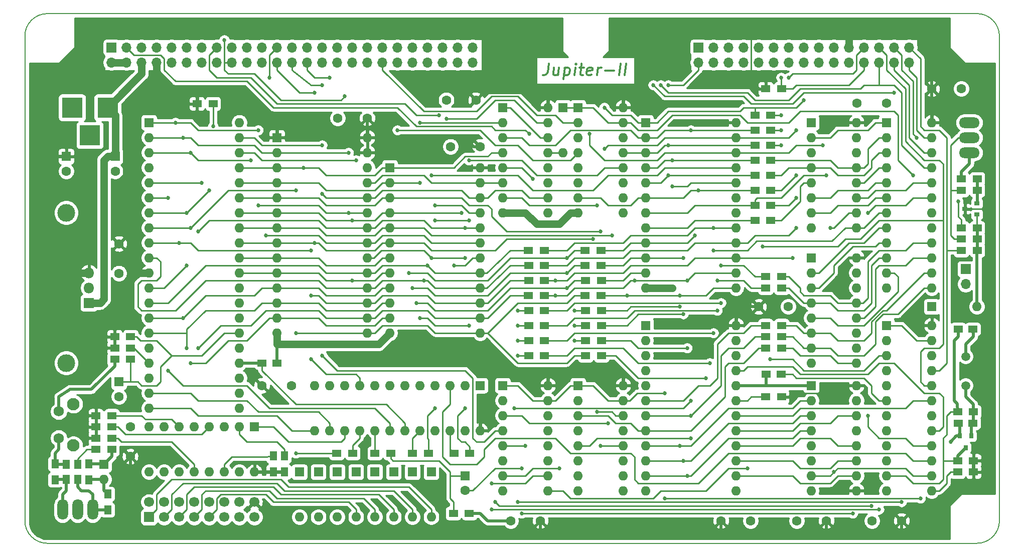
<source format=gbr>
G04 #@! TF.GenerationSoftware,KiCad,Pcbnew,(5.1.5)-3*
G04 #@! TF.CreationDate,2020-05-18T16:50:53-03:00*
G04 #@! TF.ProjectId,Jupiter-II,4a757069-7465-4722-9d49-492e6b696361,rev?*
G04 #@! TF.SameCoordinates,Original*
G04 #@! TF.FileFunction,Copper,L1,Top*
G04 #@! TF.FilePolarity,Positive*
%FSLAX46Y46*%
G04 Gerber Fmt 4.6, Leading zero omitted, Abs format (unit mm)*
G04 Created by KiCad (PCBNEW (5.1.5)-3) date 2020-05-18 16:50:53*
%MOMM*%
%LPD*%
G04 APERTURE LIST*
%ADD10C,0.300000*%
%ADD11C,0.150000*%
%ADD12R,1.500000X1.250000*%
%ADD13R,1.500000X1.300000*%
%ADD14R,1.700000X1.700000*%
%ADD15O,1.700000X1.700000*%
%ADD16O,1.600000X1.600000*%
%ADD17R,1.600000X1.600000*%
%ADD18R,0.900000X0.800000*%
%ADD19R,1.300000X1.500000*%
%ADD20R,0.800000X0.900000*%
%ADD21O,3.500120X1.800860*%
%ADD22C,1.600000*%
%ADD23C,3.000000*%
%ADD24C,1.700000*%
%ADD25C,2.100000*%
%ADD26C,1.750000*%
%ADD27C,1.500000*%
%ADD28R,3.500000X3.500000*%
%ADD29R,1.250000X1.500000*%
%ADD30O,1.800860X3.500120*%
%ADD31O,1.800000X1.800000*%
%ADD32R,1.800000X1.800000*%
%ADD33C,0.685800*%
%ADD34C,1.270000*%
%ADD35C,0.254000*%
%ADD36C,0.508000*%
G04 APERTURE END LIST*
D10*
X172881934Y-53514761D02*
X172703363Y-54943333D01*
X172572410Y-55229047D01*
X172358125Y-55419523D01*
X172060505Y-55514761D01*
X171870029Y-55514761D01*
X174608125Y-54181428D02*
X174441458Y-55514761D01*
X173750982Y-54181428D02*
X173620029Y-55229047D01*
X173691458Y-55419523D01*
X173870029Y-55514761D01*
X174155744Y-55514761D01*
X174358125Y-55419523D01*
X174465267Y-55324285D01*
X175560505Y-54181428D02*
X175310505Y-56181428D01*
X175548601Y-54276666D02*
X175750982Y-54181428D01*
X176131934Y-54181428D01*
X176310505Y-54276666D01*
X176393839Y-54371904D01*
X176465267Y-54562380D01*
X176393839Y-55133809D01*
X176274791Y-55324285D01*
X176167648Y-55419523D01*
X175965267Y-55514761D01*
X175584315Y-55514761D01*
X175405744Y-55419523D01*
X177203363Y-55514761D02*
X177370029Y-54181428D01*
X177453363Y-53514761D02*
X177346220Y-53610000D01*
X177429553Y-53705238D01*
X177536696Y-53610000D01*
X177453363Y-53514761D01*
X177429553Y-53705238D01*
X178036696Y-54181428D02*
X178798601Y-54181428D01*
X178405744Y-53514761D02*
X178191458Y-55229047D01*
X178262886Y-55419523D01*
X178441458Y-55514761D01*
X178631934Y-55514761D01*
X180072410Y-55419523D02*
X179870029Y-55514761D01*
X179489077Y-55514761D01*
X179310505Y-55419523D01*
X179239077Y-55229047D01*
X179334315Y-54467142D01*
X179453363Y-54276666D01*
X179655744Y-54181428D01*
X180036696Y-54181428D01*
X180215267Y-54276666D01*
X180286696Y-54467142D01*
X180262886Y-54657619D01*
X179286696Y-54848095D01*
X181012886Y-55514761D02*
X181179553Y-54181428D01*
X181131934Y-54562380D02*
X181250982Y-54371904D01*
X181358125Y-54276666D01*
X181560505Y-54181428D01*
X181750982Y-54181428D01*
X182346220Y-54752857D02*
X183870029Y-54752857D01*
X184727172Y-55514761D02*
X184977172Y-53514761D01*
X185679553Y-55514761D02*
X185929553Y-53514761D01*
D11*
X88265000Y-134620000D02*
G75*
G02X84455000Y-130810000I0J3810000D01*
G01*
X245110000Y-45085000D02*
G75*
G02X248920000Y-48895000I0J-3810000D01*
G01*
X248920000Y-130810000D02*
G75*
G02X245110000Y-134620000I-3810000J0D01*
G01*
X84455000Y-48895000D02*
G75*
G02X88265000Y-45085000I3810000J0D01*
G01*
X84455000Y-48895000D02*
X84455000Y-130810000D01*
X245110000Y-45085000D02*
X88265000Y-45085000D01*
X248920000Y-130810000D02*
X248920000Y-48895000D01*
X88265000Y-134620000D02*
X245110000Y-134620000D01*
D12*
X212070000Y-106045000D03*
X209570000Y-106045000D03*
D13*
X241855000Y-122555000D03*
X244555000Y-122555000D03*
D14*
X243205000Y-88265000D03*
D15*
X243205000Y-90805000D03*
D16*
X123190000Y-122555000D03*
X105410000Y-114935000D03*
X120650000Y-122555000D03*
X107950000Y-114935000D03*
X118110000Y-122555000D03*
X110490000Y-114935000D03*
X115570000Y-122555000D03*
X113030000Y-114935000D03*
X113030000Y-122555000D03*
X115570000Y-114935000D03*
X110490000Y-122555000D03*
X118110000Y-114935000D03*
X107950000Y-122555000D03*
X120650000Y-114935000D03*
X105410000Y-122555000D03*
D17*
X123190000Y-114935000D03*
D13*
X96440000Y-118745000D03*
X99140000Y-118745000D03*
D17*
X97790000Y-121285000D03*
D16*
X97790000Y-123825000D03*
D13*
X242490000Y-73025000D03*
X245190000Y-73025000D03*
X245190000Y-74930000D03*
X242490000Y-74930000D03*
D18*
X245110000Y-79055000D03*
X245110000Y-77155000D03*
X243110000Y-78105000D03*
D19*
X89535000Y-121205000D03*
X89535000Y-123905000D03*
D14*
X198120000Y-50800000D03*
D15*
X198120000Y-53340000D03*
X200660000Y-50800000D03*
X200660000Y-53340000D03*
X203200000Y-50800000D03*
X203200000Y-53340000D03*
X205740000Y-50800000D03*
X205740000Y-53340000D03*
X208280000Y-50800000D03*
X208280000Y-53340000D03*
X210820000Y-50800000D03*
X210820000Y-53340000D03*
X213360000Y-50800000D03*
X213360000Y-53340000D03*
X215900000Y-50800000D03*
X215900000Y-53340000D03*
X218440000Y-50800000D03*
X218440000Y-53340000D03*
X220980000Y-50800000D03*
X220980000Y-53340000D03*
X223520000Y-50800000D03*
X223520000Y-53340000D03*
X226060000Y-50800000D03*
X226060000Y-53340000D03*
X228600000Y-50800000D03*
X228600000Y-53340000D03*
X231140000Y-50800000D03*
X231140000Y-53340000D03*
X233680000Y-50800000D03*
X233680000Y-53340000D03*
D14*
X99060000Y-50800000D03*
D15*
X99060000Y-53340000D03*
X101600000Y-50800000D03*
X101600000Y-53340000D03*
X104140000Y-50800000D03*
X104140000Y-53340000D03*
X106680000Y-50800000D03*
X106680000Y-53340000D03*
X109220000Y-50800000D03*
X109220000Y-53340000D03*
X111760000Y-50800000D03*
X111760000Y-53340000D03*
X114300000Y-50800000D03*
X114300000Y-53340000D03*
X116840000Y-50800000D03*
X116840000Y-53340000D03*
X119380000Y-50800000D03*
X119380000Y-53340000D03*
X121920000Y-50800000D03*
X121920000Y-53340000D03*
X124460000Y-50800000D03*
X124460000Y-53340000D03*
X127000000Y-50800000D03*
X127000000Y-53340000D03*
X129540000Y-50800000D03*
X129540000Y-53340000D03*
X132080000Y-50800000D03*
X132080000Y-53340000D03*
X134620000Y-50800000D03*
X134620000Y-53340000D03*
X137160000Y-50800000D03*
X137160000Y-53340000D03*
X139700000Y-50800000D03*
X139700000Y-53340000D03*
X142240000Y-50800000D03*
X142240000Y-53340000D03*
X144780000Y-50800000D03*
X144780000Y-53340000D03*
X147320000Y-50800000D03*
X147320000Y-53340000D03*
X149860000Y-50800000D03*
X149860000Y-53340000D03*
X152400000Y-50800000D03*
X152400000Y-53340000D03*
X154940000Y-50800000D03*
X154940000Y-53340000D03*
X157480000Y-50800000D03*
X157480000Y-53340000D03*
X160020000Y-50800000D03*
X160020000Y-53340000D03*
D13*
X102315000Y-99695000D03*
X99615000Y-99695000D03*
D20*
X244155000Y-116475000D03*
X242255000Y-116475000D03*
X243205000Y-118475000D03*
D13*
X212170000Y-109855000D03*
X209470000Y-109855000D03*
X209470000Y-57785000D03*
X212170000Y-57785000D03*
X159465000Y-129540000D03*
X156765000Y-129540000D03*
X143510000Y-119380000D03*
X146210000Y-119380000D03*
D21*
X243840000Y-68580000D03*
X243840000Y-66040000D03*
X243840000Y-63500000D03*
D22*
X158750000Y-125690000D03*
D17*
X158750000Y-123190000D03*
X189230000Y-63500000D03*
D16*
X204470000Y-91440000D03*
X189230000Y-66040000D03*
X204470000Y-88900000D03*
X189230000Y-68580000D03*
X204470000Y-86360000D03*
X189230000Y-71120000D03*
X204470000Y-83820000D03*
X189230000Y-73660000D03*
X204470000Y-81280000D03*
X189230000Y-76200000D03*
X204470000Y-78740000D03*
X189230000Y-78740000D03*
X204470000Y-76200000D03*
X189230000Y-81280000D03*
X204470000Y-73660000D03*
X189230000Y-83820000D03*
X204470000Y-71120000D03*
X189230000Y-86360000D03*
X204470000Y-68580000D03*
X189230000Y-88900000D03*
X204470000Y-66040000D03*
X189230000Y-91440000D03*
X204470000Y-63500000D03*
D17*
X189230000Y-97790000D03*
D16*
X204470000Y-125730000D03*
X189230000Y-100330000D03*
X204470000Y-123190000D03*
X189230000Y-102870000D03*
X204470000Y-120650000D03*
X189230000Y-105410000D03*
X204470000Y-118110000D03*
X189230000Y-107950000D03*
X204470000Y-115570000D03*
X189230000Y-110490000D03*
X204470000Y-113030000D03*
X189230000Y-113030000D03*
X204470000Y-110490000D03*
X189230000Y-115570000D03*
X204470000Y-107950000D03*
X189230000Y-118110000D03*
X204470000Y-105410000D03*
X189230000Y-120650000D03*
X204470000Y-102870000D03*
X189230000Y-123190000D03*
X204470000Y-100330000D03*
X189230000Y-125730000D03*
X204470000Y-97790000D03*
D17*
X153035000Y-122555000D03*
D16*
X153035000Y-130175000D03*
X149860000Y-130175000D03*
D17*
X149860000Y-122555000D03*
X146685000Y-122555000D03*
D16*
X146685000Y-130175000D03*
D17*
X140335000Y-122555000D03*
D16*
X140335000Y-130175000D03*
D17*
X133985000Y-122555000D03*
D16*
X133985000Y-130175000D03*
X130810000Y-130175000D03*
D17*
X130810000Y-122555000D03*
D16*
X143510000Y-130175000D03*
D17*
X143510000Y-122555000D03*
D16*
X137160000Y-130175000D03*
D17*
X137160000Y-122555000D03*
D23*
X91440000Y-104140000D03*
X91440000Y-78740000D03*
D16*
X120650000Y-63500000D03*
X105410000Y-111760000D03*
X120650000Y-66040000D03*
X105410000Y-109220000D03*
X120650000Y-68580000D03*
X105410000Y-106680000D03*
X120650000Y-71120000D03*
X105410000Y-104140000D03*
X120650000Y-73660000D03*
X105410000Y-101600000D03*
X120650000Y-76200000D03*
X105410000Y-99060000D03*
X120650000Y-78740000D03*
X105410000Y-96520000D03*
X120650000Y-81280000D03*
X105410000Y-93980000D03*
X120650000Y-83820000D03*
X105410000Y-91440000D03*
X120650000Y-86360000D03*
X105410000Y-88900000D03*
X120650000Y-88900000D03*
X105410000Y-86360000D03*
X120650000Y-91440000D03*
X105410000Y-83820000D03*
X120650000Y-93980000D03*
X105410000Y-81280000D03*
X120650000Y-96520000D03*
X105410000Y-78740000D03*
X120650000Y-99060000D03*
X105410000Y-76200000D03*
X120650000Y-101600000D03*
X105410000Y-73660000D03*
X120650000Y-104140000D03*
X105410000Y-71120000D03*
X120650000Y-106680000D03*
X105410000Y-68580000D03*
X120650000Y-109220000D03*
X105410000Y-66040000D03*
X120650000Y-111760000D03*
D17*
X105410000Y-63500000D03*
D13*
X99140000Y-114935000D03*
X96440000Y-114935000D03*
X96440000Y-116840000D03*
X99140000Y-116840000D03*
X99140000Y-113030000D03*
X96440000Y-113030000D03*
D17*
X217170000Y-63500000D03*
D16*
X224790000Y-81280000D03*
X217170000Y-66040000D03*
X224790000Y-78740000D03*
X217170000Y-68580000D03*
X224790000Y-76200000D03*
X217170000Y-71120000D03*
X224790000Y-73660000D03*
X217170000Y-73660000D03*
X224790000Y-71120000D03*
X217170000Y-76200000D03*
X224790000Y-68580000D03*
X217170000Y-78740000D03*
X224790000Y-66040000D03*
X217170000Y-81280000D03*
X224790000Y-63500000D03*
D19*
X128270000Y-119855000D03*
X128270000Y-122555000D03*
X126365000Y-122555000D03*
X126365000Y-119855000D03*
D24*
X123190000Y-127635000D03*
X123190000Y-130175000D03*
X120650000Y-127635000D03*
X120650000Y-130175000D03*
X118110000Y-127635000D03*
X118110000Y-130175000D03*
X115570000Y-127635000D03*
X115570000Y-130175000D03*
X113030000Y-127635000D03*
X113030000Y-130175000D03*
X110490000Y-127635000D03*
X110490000Y-130175000D03*
X107950000Y-127635000D03*
X107950000Y-130175000D03*
X105410000Y-127635000D03*
D14*
X105410000Y-130175000D03*
D22*
X102235000Y-119935000D03*
X102235000Y-114935000D03*
X100330000Y-109815000D03*
D17*
X100330000Y-107315000D03*
D25*
X92660000Y-111080000D03*
D26*
X90170000Y-112340000D03*
X90170000Y-116840000D03*
D25*
X92660000Y-118090000D03*
D13*
X209470000Y-97790000D03*
X212170000Y-97790000D03*
D27*
X243205000Y-107950000D03*
X243205000Y-103050000D03*
D28*
X95425000Y-65660000D03*
X92425000Y-60960000D03*
X98425000Y-60960000D03*
D13*
X99615000Y-101600000D03*
X102315000Y-101600000D03*
D17*
X217170000Y-86360000D03*
D16*
X224790000Y-104140000D03*
X217170000Y-88900000D03*
X224790000Y-101600000D03*
X217170000Y-91440000D03*
X224790000Y-99060000D03*
X217170000Y-93980000D03*
X224790000Y-96520000D03*
X217170000Y-96520000D03*
X224790000Y-93980000D03*
X217170000Y-99060000D03*
X224790000Y-91440000D03*
X217170000Y-101600000D03*
X224790000Y-88900000D03*
X217170000Y-104140000D03*
X224790000Y-86360000D03*
D22*
X213280000Y-94615000D03*
X208280000Y-94615000D03*
X171450000Y-130810000D03*
X166450000Y-130810000D03*
D13*
X179070000Y-95250000D03*
X181770000Y-95250000D03*
X181770000Y-97790000D03*
X179070000Y-97790000D03*
X179070000Y-100330000D03*
X181770000Y-100330000D03*
X172165000Y-100330000D03*
X169465000Y-100330000D03*
X172165000Y-95250000D03*
X169465000Y-95250000D03*
X181770000Y-102870000D03*
X179070000Y-102870000D03*
X169465000Y-102870000D03*
X172165000Y-102870000D03*
X169465000Y-97790000D03*
X172165000Y-97790000D03*
X156845000Y-119380000D03*
X159545000Y-119380000D03*
X241855000Y-120650000D03*
X244555000Y-120650000D03*
D16*
X224790000Y-107950000D03*
X217170000Y-125730000D03*
X224790000Y-110490000D03*
X217170000Y-123190000D03*
X224790000Y-113030000D03*
X217170000Y-120650000D03*
X224790000Y-115570000D03*
X217170000Y-118110000D03*
X224790000Y-118110000D03*
X217170000Y-115570000D03*
X224790000Y-120650000D03*
X217170000Y-113030000D03*
X224790000Y-123190000D03*
X217170000Y-110490000D03*
X224790000Y-125730000D03*
D17*
X217170000Y-107950000D03*
X177800000Y-107950000D03*
D16*
X185420000Y-125730000D03*
X177800000Y-110490000D03*
X185420000Y-123190000D03*
X177800000Y-113030000D03*
X185420000Y-120650000D03*
X177800000Y-115570000D03*
X185420000Y-118110000D03*
X177800000Y-118110000D03*
X185420000Y-115570000D03*
X177800000Y-120650000D03*
X185420000Y-113030000D03*
X177800000Y-123190000D03*
X185420000Y-110490000D03*
X177800000Y-125730000D03*
X185420000Y-107950000D03*
D17*
X229870000Y-97790000D03*
D16*
X237490000Y-125730000D03*
X229870000Y-100330000D03*
X237490000Y-123190000D03*
X229870000Y-102870000D03*
X237490000Y-120650000D03*
X229870000Y-105410000D03*
X237490000Y-118110000D03*
X229870000Y-107950000D03*
X237490000Y-115570000D03*
X229870000Y-110490000D03*
X237490000Y-113030000D03*
X229870000Y-113030000D03*
X237490000Y-110490000D03*
X229870000Y-115570000D03*
X237490000Y-107950000D03*
X229870000Y-118110000D03*
X237490000Y-105410000D03*
X229870000Y-120650000D03*
X237490000Y-102870000D03*
X229870000Y-123190000D03*
X237490000Y-100330000D03*
X229870000Y-125730000D03*
X237490000Y-97790000D03*
D17*
X165100000Y-107950000D03*
D16*
X172720000Y-125730000D03*
X165100000Y-110490000D03*
X172720000Y-123190000D03*
X165100000Y-113030000D03*
X172720000Y-120650000D03*
X165100000Y-115570000D03*
X172720000Y-118110000D03*
X165100000Y-118110000D03*
X172720000Y-115570000D03*
X165100000Y-120650000D03*
X172720000Y-113030000D03*
X165100000Y-123190000D03*
X172720000Y-110490000D03*
X165100000Y-125730000D03*
X172720000Y-107950000D03*
D29*
X91440000Y-123805000D03*
X91440000Y-121305000D03*
X93345000Y-121305000D03*
X93345000Y-123805000D03*
D13*
X99615000Y-103505000D03*
X102315000Y-103505000D03*
D19*
X98425000Y-126285000D03*
X98425000Y-128985000D03*
D13*
X139780000Y-119380000D03*
X137080000Y-119380000D03*
D19*
X95250000Y-123905000D03*
X95250000Y-121205000D03*
D30*
X90805000Y-128905000D03*
X93345000Y-128905000D03*
X95885000Y-128905000D03*
D16*
X161290000Y-115570000D03*
X133350000Y-107950000D03*
X158750000Y-115570000D03*
X135890000Y-107950000D03*
X156210000Y-115570000D03*
X138430000Y-107950000D03*
X153670000Y-115570000D03*
X140970000Y-107950000D03*
X151130000Y-115570000D03*
X143510000Y-107950000D03*
X148590000Y-115570000D03*
X146050000Y-107950000D03*
X146050000Y-115570000D03*
X148590000Y-107950000D03*
X143510000Y-115570000D03*
X151130000Y-107950000D03*
X140970000Y-115570000D03*
X153670000Y-107950000D03*
X138430000Y-115570000D03*
X156210000Y-107950000D03*
X135890000Y-115570000D03*
X158750000Y-107950000D03*
X133350000Y-115570000D03*
D17*
X161290000Y-107950000D03*
D12*
X241955000Y-98425000D03*
X244455000Y-98425000D03*
D16*
X142240000Y-66040000D03*
X127000000Y-99060000D03*
X142240000Y-68580000D03*
X127000000Y-96520000D03*
X142240000Y-71120000D03*
X127000000Y-93980000D03*
X142240000Y-73660000D03*
X127000000Y-91440000D03*
X142240000Y-76200000D03*
X127000000Y-88900000D03*
X142240000Y-78740000D03*
X127000000Y-86360000D03*
X142240000Y-81280000D03*
X127000000Y-83820000D03*
X142240000Y-83820000D03*
X127000000Y-81280000D03*
X142240000Y-86360000D03*
X127000000Y-78740000D03*
X142240000Y-88900000D03*
X127000000Y-76200000D03*
X142240000Y-91440000D03*
X127000000Y-73660000D03*
X142240000Y-93980000D03*
X127000000Y-71120000D03*
X142240000Y-96520000D03*
X127000000Y-68580000D03*
X142240000Y-99060000D03*
D17*
X127000000Y-66040000D03*
D13*
X152560000Y-119380000D03*
X149860000Y-119380000D03*
D16*
X161290000Y-71120000D03*
X146050000Y-99060000D03*
X161290000Y-73660000D03*
X146050000Y-96520000D03*
X161290000Y-76200000D03*
X146050000Y-93980000D03*
X161290000Y-78740000D03*
X146050000Y-91440000D03*
X161290000Y-81280000D03*
X146050000Y-88900000D03*
X161290000Y-83820000D03*
X146050000Y-86360000D03*
X161290000Y-86360000D03*
X146050000Y-83820000D03*
X161290000Y-88900000D03*
X146050000Y-81280000D03*
X161290000Y-91440000D03*
X146050000Y-78740000D03*
X161290000Y-93980000D03*
X146050000Y-76200000D03*
X161290000Y-96520000D03*
X146050000Y-73660000D03*
X161290000Y-99060000D03*
D17*
X146050000Y-71120000D03*
D22*
X100330000Y-88980000D03*
X100330000Y-83980000D03*
X142240000Y-62738000D03*
X137240000Y-62738000D03*
X161290000Y-67564000D03*
X156290000Y-67564000D03*
X129460000Y-107950000D03*
X124460000Y-107950000D03*
X99695000Y-71715000D03*
D17*
X99695000Y-69215000D03*
D22*
X91440000Y-71715000D03*
D17*
X91440000Y-69215000D03*
D22*
X214710000Y-130810000D03*
X219710000Y-130810000D03*
X201930000Y-130810000D03*
X206930000Y-130810000D03*
X155575000Y-59690000D03*
X160575000Y-59690000D03*
X227410000Y-130810000D03*
X232410000Y-130810000D03*
X237490000Y-57785000D03*
X242490000Y-57785000D03*
X229870000Y-60198000D03*
X224870000Y-60198000D03*
D17*
X175260000Y-60960000D03*
D16*
X175260000Y-68580000D03*
X245110000Y-94615000D03*
D17*
X237490000Y-94615000D03*
D31*
X95250000Y-88900000D03*
X95250000Y-91440000D03*
D32*
X95250000Y-93980000D03*
D17*
X177800000Y-60960000D03*
D16*
X185420000Y-78740000D03*
X177800000Y-63500000D03*
X185420000Y-76200000D03*
X177800000Y-66040000D03*
X185420000Y-73660000D03*
X177800000Y-68580000D03*
X185420000Y-71120000D03*
X177800000Y-71120000D03*
X185420000Y-68580000D03*
X177800000Y-73660000D03*
X185420000Y-66040000D03*
X177800000Y-76200000D03*
X185420000Y-63500000D03*
X177800000Y-78740000D03*
X185420000Y-60960000D03*
X172720000Y-60960000D03*
X165100000Y-78740000D03*
X172720000Y-63500000D03*
X165100000Y-76200000D03*
X172720000Y-66040000D03*
X165100000Y-73660000D03*
X172720000Y-68580000D03*
X165100000Y-71120000D03*
X172720000Y-71120000D03*
X165100000Y-68580000D03*
X172720000Y-73660000D03*
X165100000Y-66040000D03*
X172720000Y-76200000D03*
X165100000Y-63500000D03*
X172720000Y-78740000D03*
D17*
X165100000Y-60960000D03*
X229870000Y-63500000D03*
D16*
X237490000Y-91440000D03*
X229870000Y-66040000D03*
X237490000Y-88900000D03*
X229870000Y-68580000D03*
X237490000Y-86360000D03*
X229870000Y-71120000D03*
X237490000Y-83820000D03*
X229870000Y-73660000D03*
X237490000Y-81280000D03*
X229870000Y-76200000D03*
X237490000Y-78740000D03*
X229870000Y-78740000D03*
X237490000Y-76200000D03*
X229870000Y-81280000D03*
X237490000Y-73660000D03*
X229870000Y-83820000D03*
X237490000Y-71120000D03*
X229870000Y-86360000D03*
X237490000Y-68580000D03*
X229870000Y-88900000D03*
X237490000Y-66040000D03*
X229870000Y-91440000D03*
X237490000Y-63500000D03*
D12*
X126980000Y-104140000D03*
X124480000Y-104140000D03*
X241955000Y-114300000D03*
X244455000Y-114300000D03*
D13*
X113505000Y-60325000D03*
X116205000Y-60325000D03*
X181690000Y-85090000D03*
X178990000Y-85090000D03*
X178990000Y-87630000D03*
X181690000Y-87630000D03*
X179070000Y-90170000D03*
X181770000Y-90170000D03*
X181690000Y-92710000D03*
X178990000Y-92710000D03*
X169385000Y-92710000D03*
X172085000Y-92710000D03*
X172165000Y-90170000D03*
X169465000Y-90170000D03*
X169465000Y-87630000D03*
X172165000Y-87630000D03*
X172085000Y-85090000D03*
X169385000Y-85090000D03*
X209470000Y-101600000D03*
X212170000Y-101600000D03*
X212170000Y-99695000D03*
X209470000Y-99695000D03*
X207645000Y-80010000D03*
X210345000Y-80010000D03*
X210345000Y-77470000D03*
X207645000Y-77470000D03*
X207645000Y-74930000D03*
X210345000Y-74930000D03*
X210345000Y-72390000D03*
X207645000Y-72390000D03*
X207645000Y-69850000D03*
X210345000Y-69850000D03*
X210345000Y-67310000D03*
X207645000Y-67310000D03*
X207645000Y-64770000D03*
X210345000Y-64770000D03*
X207645000Y-62230000D03*
X210345000Y-62230000D03*
X209470000Y-91440000D03*
X212170000Y-91440000D03*
X212170000Y-89535000D03*
X209470000Y-89535000D03*
X245190000Y-81280000D03*
X242490000Y-81280000D03*
X242490000Y-85090000D03*
X245190000Y-85090000D03*
X242490000Y-83185000D03*
X245190000Y-83185000D03*
X244555000Y-112395000D03*
X241855000Y-112395000D03*
D33*
X193675000Y-91440000D03*
X193675000Y-74295000D03*
X240665000Y-117475000D03*
X198120000Y-97790000D03*
X204470000Y-60325000D03*
X125730000Y-55880000D03*
X130175000Y-119380000D03*
X168275000Y-121920000D03*
X190500000Y-57150000D03*
X231140000Y-58420000D03*
X140335000Y-69850000D03*
X163195000Y-124460000D03*
X134620000Y-75565000D03*
X134620000Y-67310000D03*
X125095000Y-82550000D03*
X227330000Y-128270000D03*
X163830000Y-127635000D03*
X123825000Y-77470000D03*
X123825000Y-64770000D03*
X139065000Y-78740000D03*
X163195000Y-128905000D03*
X109855000Y-63500000D03*
X228600000Y-128905000D03*
X111125000Y-66040000D03*
X139065000Y-68580000D03*
X122555000Y-69850000D03*
X112395000Y-68580000D03*
X132715000Y-103505000D03*
X118110000Y-49530000D03*
X138430000Y-59055000D03*
X114300000Y-73660000D03*
X158750000Y-111760000D03*
X234315000Y-72390000D03*
X116205000Y-64135000D03*
X158750000Y-86360000D03*
X153035000Y-86360000D03*
X153670000Y-111760000D03*
X194945000Y-94615000D03*
X194945000Y-118110000D03*
X149225000Y-88900000D03*
X177165000Y-95250000D03*
X111125000Y-96520000D03*
X175895000Y-86360000D03*
X149860000Y-91440000D03*
X111760000Y-101600000D03*
X177165000Y-97790000D03*
X175895000Y-88900000D03*
X195580000Y-120650000D03*
X195580000Y-95885000D03*
X196215000Y-123190000D03*
X196215000Y-101600000D03*
X150495000Y-93980000D03*
X175895000Y-91440000D03*
X112395000Y-104140000D03*
X111760000Y-87630000D03*
X177165000Y-100330000D03*
X133350000Y-58420000D03*
X130175000Y-99060000D03*
X130175000Y-74930000D03*
X112395000Y-81280000D03*
X199390000Y-106680000D03*
X200025000Y-104140000D03*
X111760000Y-78740000D03*
X115570000Y-74930000D03*
X167640000Y-102870000D03*
X113665000Y-101600000D03*
X110490000Y-83820000D03*
X167640000Y-100330000D03*
X134620000Y-57150000D03*
X132715000Y-85090000D03*
X132715000Y-92710000D03*
X200660000Y-99060000D03*
X201295000Y-95250000D03*
X151765000Y-90170000D03*
X167640000Y-97790000D03*
X152400000Y-87630000D03*
X167640000Y-95250000D03*
X201930000Y-93980000D03*
X197485000Y-82550000D03*
X195580000Y-86360000D03*
X194945000Y-92710000D03*
X186055000Y-92710000D03*
X182880000Y-114300000D03*
X187325000Y-90170000D03*
X196215000Y-90170000D03*
X173990000Y-92710000D03*
X168910000Y-118110000D03*
X174625000Y-121920000D03*
X213995000Y-86360000D03*
X173990000Y-90170000D03*
X206375000Y-121920000D03*
X214630000Y-81280000D03*
X200660000Y-81280000D03*
X210185000Y-103505000D03*
X196850000Y-116840000D03*
X196850000Y-113030000D03*
X193040000Y-57150000D03*
X214630000Y-76200000D03*
X219710000Y-72390000D03*
X198120000Y-74930000D03*
X214630000Y-72390000D03*
X193040000Y-72390000D03*
X193675000Y-69850000D03*
X193040000Y-67310000D03*
X212090000Y-67310000D03*
X196850000Y-64770000D03*
X212090000Y-64770000D03*
X212090000Y-62230000D03*
X170180000Y-73025000D03*
X182245000Y-60960000D03*
X215900000Y-59690000D03*
X180975000Y-77470000D03*
X182245000Y-67945000D03*
X201295000Y-90170000D03*
X214630000Y-64770000D03*
X219075000Y-67310000D03*
X201930000Y-87630000D03*
X179705000Y-65405000D03*
X167640000Y-127635000D03*
X232410000Y-127635000D03*
X153670000Y-77470000D03*
X168275000Y-129540000D03*
X224155000Y-129540000D03*
X154305000Y-62230000D03*
X113665000Y-81915000D03*
X158750000Y-81280000D03*
X139700000Y-90170000D03*
X147320000Y-64770000D03*
X156845000Y-87630000D03*
X180340000Y-83185000D03*
X135890000Y-55880000D03*
X133350000Y-83820000D03*
X183515000Y-82550000D03*
X139700000Y-80010000D03*
X159385000Y-69850000D03*
X181610000Y-118110000D03*
X158115000Y-78740000D03*
X180975000Y-112395000D03*
X181610000Y-81915000D03*
X159385000Y-97790000D03*
X151130000Y-96520000D03*
X151130000Y-73660000D03*
X151130000Y-63500000D03*
X131445000Y-71120000D03*
X134620000Y-102870000D03*
X169545000Y-65405000D03*
X191770000Y-57150000D03*
X108585000Y-76200000D03*
X108585000Y-105410000D03*
X159385000Y-80010000D03*
X153670000Y-80010000D03*
X155575000Y-62865000D03*
X167005000Y-111760000D03*
X196850000Y-110490000D03*
X200660000Y-85090000D03*
X220345000Y-81280000D03*
X220980000Y-122555000D03*
X226695000Y-113030000D03*
X208915000Y-84455000D03*
X192405000Y-127000000D03*
X235585000Y-127000000D03*
X192405000Y-109220000D03*
X234950000Y-66040000D03*
X226695000Y-78740000D03*
X153035000Y-72390000D03*
X213360000Y-55880000D03*
X212090000Y-55880000D03*
X241935000Y-76835000D03*
D34*
X189230000Y-91440000D02*
X193675000Y-91440000D01*
D35*
X196215000Y-74295000D02*
X196850000Y-73660000D01*
X193675000Y-74295000D02*
X196215000Y-74295000D01*
X196850000Y-73660000D02*
X204470000Y-73660000D01*
D34*
X99060000Y-53340000D02*
X101600000Y-53340000D01*
D35*
X242490000Y-74930000D02*
X240665000Y-74930000D01*
X240665000Y-82550000D02*
X240665000Y-74930000D01*
X240665000Y-82550000D02*
X241300000Y-83185000D01*
X241300000Y-83185000D02*
X242490000Y-83185000D01*
D34*
X144145000Y-100965000D02*
X146050000Y-99060000D01*
X127000000Y-100965000D02*
X144145000Y-100965000D01*
X127000000Y-100965000D02*
X127000000Y-99060000D01*
D36*
X126980000Y-100985000D02*
X127000000Y-100965000D01*
X126980000Y-104140000D02*
X126980000Y-100985000D01*
D34*
X168910000Y-78740000D02*
X170815000Y-80645000D01*
X165100000Y-78740000D02*
X168910000Y-78740000D01*
X176530000Y-78740000D02*
X174625000Y-80645000D01*
X177800000Y-78740000D02*
X176530000Y-78740000D01*
X170815000Y-80645000D02*
X174625000Y-80645000D01*
D36*
X95330000Y-123825000D02*
X95250000Y-123905000D01*
X97790000Y-123825000D02*
X95330000Y-123825000D01*
X97790000Y-125650000D02*
X98425000Y-126285000D01*
X97790000Y-123825000D02*
X97790000Y-125650000D01*
X89635000Y-121305000D02*
X89535000Y-121205000D01*
X91440000Y-121305000D02*
X89635000Y-121305000D01*
X89535000Y-121205000D02*
X89535000Y-119380000D01*
X90170000Y-118745000D02*
X90170000Y-116840000D01*
X89535000Y-119380000D02*
X90170000Y-118745000D01*
X242255000Y-114600000D02*
X241955000Y-114300000D01*
X242255000Y-116475000D02*
X242255000Y-114600000D01*
X241665000Y-116475000D02*
X240665000Y-117475000D01*
X242255000Y-116475000D02*
X241665000Y-116475000D01*
D35*
X240665000Y-67310000D02*
X241935000Y-66040000D01*
X241935000Y-66040000D02*
X243840000Y-66040000D01*
X240665000Y-74930000D02*
X240665000Y-67310000D01*
D36*
X209570000Y-107930000D02*
X209550000Y-107950000D01*
X209570000Y-106045000D02*
X209570000Y-107930000D01*
X204470000Y-107950000D02*
X209550000Y-107950000D01*
X209550000Y-107950000D02*
X217170000Y-107950000D01*
X161290000Y-129540000D02*
X162560000Y-130810000D01*
X159465000Y-129540000D02*
X161290000Y-129540000D01*
X165318630Y-130810000D02*
X166450000Y-130810000D01*
X162560000Y-130810000D02*
X165318630Y-130810000D01*
D34*
X105410000Y-88900000D02*
X102235000Y-88900000D01*
X102235000Y-133350000D02*
X125730000Y-133350000D01*
X95250000Y-88900000D02*
X85725000Y-88900000D01*
X85725000Y-88900000D02*
X85725000Y-97155000D01*
D36*
X128270000Y-122555000D02*
X126365000Y-122555000D01*
X123190000Y-122555000D02*
X126365000Y-122555000D01*
D34*
X171450000Y-133350000D02*
X125730000Y-133350000D01*
D36*
X113665000Y-58420000D02*
X113505000Y-60325000D01*
D34*
X106680000Y-53340000D02*
X106680000Y-58420000D01*
X223520000Y-50800000D02*
X223520000Y-46990000D01*
X85725000Y-69215000D02*
X85725000Y-88900000D01*
X102235000Y-60960000D02*
X104775000Y-58420000D01*
X104775000Y-58420000D02*
X106680000Y-58420000D01*
X102235000Y-88900000D02*
X102235000Y-60960000D01*
D35*
X243110000Y-78105000D02*
X247650000Y-78105000D01*
D36*
X91440000Y-69215000D02*
X85725000Y-69215000D01*
X172720000Y-107950000D02*
X172720000Y-106045000D01*
X198120000Y-97790000D02*
X204470000Y-97790000D01*
D34*
X187960000Y-58420000D02*
X189865000Y-60325000D01*
X204470000Y-60325000D02*
X189865000Y-60325000D01*
D36*
X185420000Y-60960000D02*
X185420000Y-58420000D01*
X172720000Y-60960000D02*
X172720000Y-58420000D01*
X142240000Y-66040000D02*
X142240000Y-62738000D01*
X142240000Y-66040000D02*
X127000000Y-66040000D01*
X127000000Y-66040000D02*
X127000000Y-63500000D01*
D34*
X85725000Y-130810000D02*
X85725000Y-114935000D01*
X102235000Y-133350000D02*
X88265000Y-133350000D01*
X85725000Y-114935000D02*
X85725000Y-97155000D01*
X88265000Y-133350000D02*
X85725000Y-130810000D01*
X194310000Y-46990000D02*
X237490000Y-46990000D01*
D36*
X102235000Y-119935000D02*
X102235000Y-133350000D01*
D34*
X99695000Y-97155000D02*
X85725000Y-97155000D01*
X102235000Y-94615000D02*
X99695000Y-97155000D01*
X102235000Y-88900000D02*
X102235000Y-94615000D01*
D35*
X96440000Y-113030000D02*
X96440000Y-114935000D01*
X96440000Y-116840000D02*
X96440000Y-114935000D01*
X96440000Y-114935000D02*
X85725000Y-114935000D01*
X99615000Y-101600000D02*
X99615000Y-99695000D01*
X99615000Y-97235000D02*
X99695000Y-97155000D01*
X99615000Y-99695000D02*
X99615000Y-97235000D01*
D36*
X171450000Y-130810000D02*
X171450000Y-133350000D01*
X237490000Y-62368630D02*
X237490000Y-57785000D01*
X237490000Y-63500000D02*
X237490000Y-62368630D01*
X163195000Y-112533630D02*
X163195000Y-106680000D01*
X161290000Y-114438630D02*
X163195000Y-112533630D01*
X161290000Y-115570000D02*
X161290000Y-114438630D01*
X163195000Y-106680000D02*
X163830000Y-106045000D01*
X163830000Y-106045000D02*
X172720000Y-106045000D01*
X185420000Y-106045000D02*
X172720000Y-106045000D01*
X185420000Y-107950000D02*
X185420000Y-106045000D01*
X142240000Y-66040000D02*
X157480000Y-66040000D01*
X160158630Y-67564000D02*
X158634630Y-66040000D01*
X158634630Y-66040000D02*
X157480000Y-66040000D01*
X161290000Y-67564000D02*
X160158630Y-67564000D01*
X125730000Y-130175000D02*
X125730000Y-133350000D01*
X123190000Y-127635000D02*
X125730000Y-130175000D01*
X106680000Y-58420000D02*
X113665000Y-58420000D01*
X113665000Y-58420000D02*
X121920000Y-58420000D01*
X121920000Y-58420000D02*
X127000000Y-63500000D01*
X244555000Y-120650000D02*
X247650000Y-120650000D01*
D34*
X247650000Y-120650000D02*
X247650000Y-78105000D01*
D36*
X244555000Y-122555000D02*
X244555000Y-120650000D01*
X219710000Y-130810000D02*
X219710000Y-133350000D01*
D34*
X219710000Y-133350000D02*
X232410000Y-133350000D01*
D36*
X232410000Y-130810000D02*
X232410000Y-133350000D01*
D34*
X239395000Y-133350000D02*
X232410000Y-133350000D01*
X239395000Y-127000000D02*
X239395000Y-133350000D01*
X241300000Y-125095000D02*
X239395000Y-127000000D01*
X247650000Y-120650000D02*
X247650000Y-125095000D01*
X247650000Y-125095000D02*
X241300000Y-125095000D01*
X201930000Y-133350000D02*
X171450000Y-133350000D01*
D36*
X201930000Y-130810000D02*
X201930000Y-133350000D01*
D34*
X201930000Y-133350000D02*
X219710000Y-133350000D01*
X187960000Y-58420000D02*
X187960000Y-53340000D01*
X187960000Y-53340000D02*
X194310000Y-46990000D01*
D36*
X185420000Y-58420000D02*
X172720000Y-58420000D01*
X185420000Y-58420000D02*
X187960000Y-58420000D01*
D34*
X247650000Y-78105000D02*
X247650000Y-55245000D01*
D35*
X247650000Y-55245000D02*
X237490000Y-55245000D01*
D36*
X237490000Y-57785000D02*
X237490000Y-55245000D01*
X237490000Y-55245000D02*
X237490000Y-46990000D01*
D34*
X85725000Y-55245000D02*
X85725000Y-69215000D01*
X96520000Y-55245000D02*
X85725000Y-55245000D01*
X161925000Y-46990000D02*
X96520000Y-46990000D01*
X96520000Y-46990000D02*
X96520000Y-55245000D01*
D36*
X161925000Y-58420000D02*
X172720000Y-58420000D01*
X160575000Y-59690000D02*
X161925000Y-58420000D01*
X161925000Y-46990000D02*
X161925000Y-58420000D01*
X207148630Y-94615000D02*
X208280000Y-94615000D01*
X206513630Y-94615000D02*
X207148630Y-94615000D01*
X204470000Y-96658630D02*
X206513630Y-94615000D01*
X204470000Y-97790000D02*
X204470000Y-96658630D01*
D35*
X221615000Y-107950000D02*
X224790000Y-107950000D01*
X215265000Y-109220000D02*
X220345000Y-109220000D01*
X220345000Y-109220000D02*
X221615000Y-107950000D01*
X215265000Y-109220000D02*
X214630000Y-109855000D01*
X214630000Y-109855000D02*
X212170000Y-109855000D01*
X208466000Y-57785000D02*
X209470000Y-57785000D01*
X207010000Y-56329000D02*
X208466000Y-57785000D01*
X207010000Y-46990000D02*
X207010000Y-56329000D01*
X125730000Y-52070000D02*
X127000000Y-50800000D01*
X125730000Y-55880000D02*
X125730000Y-52070000D01*
X118110000Y-99060000D02*
X114300000Y-102870000D01*
X114300000Y-102870000D02*
X109220000Y-102870000D01*
X120650000Y-99060000D02*
X118110000Y-99060000D01*
X106680000Y-100330000D02*
X109220000Y-102870000D01*
X104775000Y-100330000D02*
X106680000Y-100330000D01*
X106680000Y-107950000D02*
X104140000Y-107950000D01*
X109220000Y-102870000D02*
X107315000Y-104775000D01*
X107315000Y-107315000D02*
X106680000Y-107950000D01*
X107315000Y-104775000D02*
X107315000Y-107315000D01*
X104140000Y-107950000D02*
X103505000Y-107315000D01*
X102315000Y-107235000D02*
X102235000Y-107315000D01*
X102315000Y-103505000D02*
X102315000Y-107235000D01*
X103505000Y-107315000D02*
X102235000Y-107315000D01*
X102235000Y-107315000D02*
X100330000Y-107315000D01*
X103954000Y-100330000D02*
X106680000Y-100330000D01*
X103319000Y-99695000D02*
X103954000Y-100330000D01*
X102315000Y-99695000D02*
X103319000Y-99695000D01*
D36*
X99140000Y-119935000D02*
X97790000Y-121285000D01*
X99140000Y-118745000D02*
X99140000Y-119935000D01*
X95250000Y-121205000D02*
X97710000Y-121205000D01*
X97710000Y-121205000D02*
X97790000Y-121285000D01*
X93345000Y-125063000D02*
X94012000Y-125730000D01*
X93345000Y-123805000D02*
X93345000Y-125063000D01*
X94012000Y-125730000D02*
X95250000Y-125730000D01*
X95885000Y-126365000D02*
X95885000Y-128905000D01*
X95250000Y-125730000D02*
X95885000Y-126365000D01*
X95965000Y-128985000D02*
X95885000Y-128905000D01*
X98425000Y-128985000D02*
X95965000Y-128985000D01*
X89635000Y-123805000D02*
X89535000Y-123905000D01*
X91440000Y-123805000D02*
X89635000Y-123805000D01*
X91440000Y-123805000D02*
X91440000Y-125730000D01*
X90805000Y-126365000D02*
X90805000Y-128905000D01*
X91440000Y-125730000D02*
X90805000Y-126365000D01*
D35*
X131445000Y-119380000D02*
X137080000Y-119380000D01*
X130175000Y-119380000D02*
X131445000Y-119380000D01*
D36*
X120650000Y-104140000D02*
X124480000Y-104140000D01*
D35*
X130175000Y-111125000D02*
X124460000Y-105410000D01*
X145415000Y-111125000D02*
X130175000Y-111125000D01*
X124460000Y-105410000D02*
X124480000Y-104140000D01*
X148590000Y-115570000D02*
X148590000Y-114300000D01*
X148590000Y-114300000D02*
X145415000Y-111125000D01*
X156210000Y-122555000D02*
X154305000Y-120650000D01*
X146210000Y-120284000D02*
X146210000Y-119380000D01*
X146576000Y-120650000D02*
X146210000Y-120284000D01*
X154305000Y-120650000D02*
X146576000Y-120650000D01*
X158750000Y-123190000D02*
X156210000Y-123190000D01*
X156210000Y-122555000D02*
X156210000Y-123190000D01*
X156210000Y-127000000D02*
X156210000Y-123190000D01*
X156765000Y-129540000D02*
X156765000Y-127635000D01*
X156765000Y-127635000D02*
X156210000Y-127000000D01*
X192405000Y-59055000D02*
X190500000Y-57150000D01*
X205740000Y-59055000D02*
X192405000Y-59055000D01*
X207010000Y-60325000D02*
X205740000Y-59055000D01*
X231140000Y-58420000D02*
X215900000Y-58420000D01*
X213995000Y-60325000D02*
X207010000Y-60325000D01*
X215900000Y-58420000D02*
X213995000Y-60325000D01*
X158750000Y-125690000D02*
X160060000Y-125690000D01*
X160060000Y-125690000D02*
X163830000Y-121920000D01*
X163830000Y-121920000D02*
X168275000Y-121920000D01*
D34*
X95250000Y-93980000D02*
X97155000Y-93980000D01*
X97155000Y-93980000D02*
X97790000Y-93345000D01*
X97790000Y-69850000D02*
X98425000Y-69215000D01*
X98425000Y-69215000D02*
X99695000Y-69215000D01*
X97790000Y-93345000D02*
X97790000Y-69850000D01*
X104140000Y-55245000D02*
X98425000Y-60960000D01*
X104140000Y-53340000D02*
X104140000Y-55245000D01*
X99695000Y-62230000D02*
X98425000Y-60960000D01*
X99695000Y-69215000D02*
X99695000Y-62230000D01*
D36*
X243205000Y-103050000D02*
X243205000Y-100965000D01*
X243205000Y-100965000D02*
X244475000Y-99695000D01*
X244455000Y-98425000D02*
X244475000Y-99695000D01*
X244555000Y-114200000D02*
X244455000Y-114300000D01*
X243205000Y-109855000D02*
X244475000Y-111125000D01*
X243205000Y-107950000D02*
X243205000Y-109855000D01*
X244475000Y-111125000D02*
X244555000Y-114200000D01*
X244155000Y-114600000D02*
X244455000Y-114300000D01*
X244155000Y-116475000D02*
X244155000Y-114600000D01*
D35*
X140335000Y-69850000D02*
X124460000Y-69850000D01*
X124460000Y-69850000D02*
X123190000Y-68580000D01*
X123190000Y-68580000D02*
X120650000Y-68580000D01*
X165100000Y-73660000D02*
X161290000Y-73660000D01*
X143510000Y-73660000D02*
X142240000Y-73660000D01*
X144780000Y-72390000D02*
X143510000Y-73660000D01*
X151765000Y-72390000D02*
X144780000Y-72390000D01*
X161290000Y-73660000D02*
X153035000Y-73660000D01*
X153035000Y-73660000D02*
X151765000Y-72390000D01*
X109220000Y-123825000D02*
X106680000Y-126365000D01*
X127635000Y-123825000D02*
X109220000Y-123825000D01*
X106680000Y-126365000D02*
X106680000Y-128905000D01*
X106680000Y-128905000D02*
X105410000Y-130175000D01*
X153035000Y-130175000D02*
X153035000Y-128905000D01*
X128905000Y-125095000D02*
X149225000Y-125095000D01*
X149225000Y-125095000D02*
X153035000Y-128905000D01*
X128905000Y-125095000D02*
X127635000Y-123825000D01*
X109220000Y-128905000D02*
X109220000Y-126365000D01*
X107950000Y-130175000D02*
X109220000Y-128905000D01*
X111125000Y-124460000D02*
X127000000Y-124460000D01*
X109220000Y-126365000D02*
X111125000Y-124460000D01*
X149860000Y-130175000D02*
X149860000Y-128905000D01*
X146685000Y-125730000D02*
X149860000Y-128905000D01*
X128270000Y-125730000D02*
X146685000Y-125730000D01*
X127000000Y-124460000D02*
X128270000Y-125730000D01*
X144780000Y-74930000D02*
X143510000Y-76200000D01*
X143510000Y-76200000D02*
X142240000Y-76200000D01*
X168910000Y-124460000D02*
X170180000Y-123190000D01*
X163195000Y-124460000D02*
X168910000Y-124460000D01*
X170180000Y-123190000D02*
X172720000Y-123190000D01*
X168275000Y-74930000D02*
X169545000Y-76200000D01*
X169545000Y-76200000D02*
X172720000Y-76200000D01*
X163830000Y-74930000D02*
X168275000Y-74930000D01*
X162560000Y-76200000D02*
X163830000Y-74930000D01*
X161290000Y-76200000D02*
X162560000Y-76200000D01*
X158115000Y-74930000D02*
X159385000Y-76200000D01*
X158115000Y-74930000D02*
X144780000Y-74930000D01*
X159385000Y-76200000D02*
X161290000Y-76200000D01*
X142240000Y-76200000D02*
X135255000Y-76200000D01*
X135255000Y-76200000D02*
X134620000Y-75565000D01*
X124460000Y-67310000D02*
X134620000Y-67310000D01*
X120650000Y-66040000D02*
X123190000Y-66040000D01*
X123190000Y-66040000D02*
X124460000Y-67310000D01*
X140335000Y-83820000D02*
X142240000Y-83820000D01*
X151765000Y-82550000D02*
X144780000Y-82550000D01*
X144780000Y-82550000D02*
X143510000Y-83820000D01*
X143510000Y-83820000D02*
X142240000Y-83820000D01*
X153035000Y-83820000D02*
X155575000Y-83820000D01*
X151765000Y-82550000D02*
X153035000Y-83820000D01*
X161290000Y-83820000D02*
X155575000Y-83820000D01*
X133985000Y-82550000D02*
X135255000Y-83820000D01*
X125095000Y-82550000D02*
X133985000Y-82550000D01*
X135255000Y-83820000D02*
X139065000Y-83820000D01*
X139065000Y-83820000D02*
X140335000Y-83820000D01*
X164465000Y-128270000D02*
X227330000Y-128270000D01*
X163830000Y-127635000D02*
X164465000Y-128270000D01*
X111760000Y-128905000D02*
X110490000Y-130175000D01*
X126365000Y-125095000D02*
X113030000Y-125095000D01*
X113030000Y-125095000D02*
X111760000Y-126365000D01*
X111760000Y-126365000D02*
X111760000Y-128905000D01*
X146685000Y-130175000D02*
X146685000Y-128905000D01*
X144145000Y-126365000D02*
X146685000Y-128905000D01*
X127635000Y-126365000D02*
X144145000Y-126365000D01*
X127635000Y-126365000D02*
X126365000Y-125095000D01*
X114300000Y-126365000D02*
X114935000Y-125730000D01*
X113030000Y-130175000D02*
X114300000Y-128905000D01*
X114935000Y-125730000D02*
X125730000Y-125730000D01*
X114300000Y-128905000D02*
X114300000Y-126365000D01*
X143510000Y-130175000D02*
X143510000Y-128905000D01*
X127000000Y-127000000D02*
X141605000Y-127000000D01*
X141605000Y-127000000D02*
X143510000Y-128905000D01*
X125730000Y-125730000D02*
X127000000Y-127000000D01*
X139065000Y-78740000D02*
X142240000Y-78740000D01*
X133985000Y-77470000D02*
X135255000Y-78740000D01*
X123825000Y-77470000D02*
X133985000Y-77470000D01*
X135255000Y-78740000D02*
X139065000Y-78740000D01*
X113665000Y-64770000D02*
X123825000Y-64770000D01*
X105410000Y-63500000D02*
X109855000Y-63500000D01*
X109855000Y-63500000D02*
X112395000Y-63500000D01*
X112395000Y-63500000D02*
X113665000Y-64770000D01*
X228600000Y-128905000D02*
X227330000Y-128905000D01*
X227330000Y-128905000D02*
X163195000Y-128905000D01*
X113665000Y-67310000D02*
X123190000Y-67310000D01*
X123190000Y-67310000D02*
X124460000Y-68580000D01*
X124460000Y-68580000D02*
X127000000Y-68580000D01*
X105410000Y-66040000D02*
X111125000Y-66040000D01*
X111125000Y-66040000D02*
X112395000Y-66040000D01*
X112395000Y-66040000D02*
X113665000Y-67310000D01*
X139065000Y-68580000D02*
X127000000Y-68580000D01*
X116840000Y-128905000D02*
X115570000Y-130175000D01*
X125095000Y-126365000D02*
X117475000Y-126365000D01*
X117475000Y-126365000D02*
X116840000Y-127000000D01*
X116840000Y-127000000D02*
X116840000Y-128905000D01*
X140335000Y-130175000D02*
X140335000Y-128905000D01*
X126365000Y-127635000D02*
X139065000Y-127635000D01*
X139065000Y-127635000D02*
X140335000Y-128905000D01*
X126365000Y-127635000D02*
X125095000Y-126365000D01*
X113665000Y-69850000D02*
X122555000Y-69850000D01*
X112395000Y-68580000D02*
X113665000Y-69850000D01*
X112395000Y-68580000D02*
X105410000Y-68580000D01*
X140335000Y-106045000D02*
X140970000Y-106680000D01*
X132715000Y-103505000D02*
X135255000Y-106045000D01*
X140970000Y-106680000D02*
X140970000Y-107950000D01*
X135255000Y-106045000D02*
X140335000Y-106045000D01*
X119380000Y-53340000D02*
X118110000Y-53340000D01*
X118110000Y-49530000D02*
X118110000Y-53340000D01*
X118110000Y-54610000D02*
X118110000Y-53340000D01*
X137795000Y-59690000D02*
X127635000Y-59690000D01*
X138430000Y-59055000D02*
X137795000Y-59690000D01*
X123190000Y-55245000D02*
X118745000Y-55245000D01*
X127635000Y-59690000D02*
X123190000Y-55245000D01*
X118745000Y-55245000D02*
X118110000Y-54610000D01*
X105410000Y-73660000D02*
X114300000Y-73660000D01*
X165100000Y-60960000D02*
X166370000Y-60960000D01*
X171450000Y-66040000D02*
X172085000Y-66040000D01*
X166370000Y-60960000D02*
X171450000Y-66040000D01*
X175260000Y-60960000D02*
X177800000Y-60960000D01*
X182880000Y-63500000D02*
X185420000Y-63500000D01*
X177800000Y-60960000D02*
X180340000Y-60960000D01*
X180340000Y-60960000D02*
X182880000Y-63500000D01*
X158750000Y-111760000D02*
X157480000Y-113030000D01*
X157480000Y-113030000D02*
X157480000Y-116840000D01*
X186690000Y-63500000D02*
X185420000Y-63500000D01*
X231140000Y-61595000D02*
X215265000Y-61595000D01*
X206375000Y-63500000D02*
X205105000Y-62230000D01*
X231775000Y-62230000D02*
X231140000Y-61595000D01*
X191135000Y-64770000D02*
X187960000Y-64770000D01*
X215265000Y-61595000D02*
X213360000Y-63500000D01*
X187960000Y-64770000D02*
X186690000Y-63500000D01*
X213360000Y-63500000D02*
X206375000Y-63500000D01*
X205105000Y-62230000D02*
X193675000Y-62230000D01*
X193675000Y-62230000D02*
X191135000Y-64770000D01*
X231775000Y-69850000D02*
X231775000Y-62230000D01*
X234315000Y-72390000D02*
X231775000Y-69850000D01*
X157480000Y-116840000D02*
X158115000Y-117475000D01*
X158115000Y-117475000D02*
X158750000Y-117475000D01*
X159545000Y-118270000D02*
X159545000Y-119380000D01*
X158750000Y-117475000D02*
X159545000Y-118270000D01*
X172720000Y-68580000D02*
X175260000Y-68580000D01*
X120650000Y-116205000D02*
X120650000Y-114935000D01*
X121920000Y-117475000D02*
X120650000Y-116205000D01*
X128270000Y-118745000D02*
X127000000Y-117475000D01*
X127000000Y-117475000D02*
X121920000Y-117475000D01*
X128270000Y-119855000D02*
X128270000Y-118745000D01*
X125095000Y-120015000D02*
X126365000Y-119855000D01*
X119380000Y-120015000D02*
X125095000Y-120015000D01*
X118110000Y-122555000D02*
X118110000Y-121285000D01*
X118110000Y-121285000D02*
X119380000Y-120015000D01*
X114300000Y-116205000D02*
X115570000Y-114935000D01*
X101414000Y-116205000D02*
X102235000Y-116205000D01*
X100144000Y-114935000D02*
X101414000Y-116205000D01*
X99140000Y-114935000D02*
X100144000Y-114935000D01*
X102235000Y-116205000D02*
X114300000Y-116205000D01*
X100779000Y-117475000D02*
X109220000Y-117475000D01*
X113030000Y-121285000D02*
X113030000Y-122555000D01*
X109220000Y-117475000D02*
X113030000Y-121285000D01*
X100144000Y-116840000D02*
X100779000Y-117475000D01*
X99140000Y-116840000D02*
X100144000Y-116840000D01*
X109220000Y-113665000D02*
X110490000Y-114935000D01*
X104140000Y-113030000D02*
X104775000Y-113665000D01*
X99140000Y-113030000D02*
X104140000Y-113030000D01*
X104775000Y-113665000D02*
X109220000Y-113665000D01*
X116205000Y-60325000D02*
X116205000Y-64135000D01*
X102870000Y-101600000D02*
X102315000Y-101600000D01*
X105410000Y-104140000D02*
X102870000Y-101600000D01*
D36*
X95693000Y-108585000D02*
X92075000Y-108585000D01*
X90170000Y-109855000D02*
X90170000Y-112340000D01*
X99615000Y-103505000D02*
X99615000Y-104663000D01*
X92075000Y-108585000D02*
X90170000Y-109855000D01*
X99615000Y-104663000D02*
X95693000Y-108585000D01*
D35*
X149860000Y-116840000D02*
X149860000Y-119380000D01*
X151130000Y-115570000D02*
X149860000Y-116840000D01*
X153035000Y-86360000D02*
X158750000Y-86360000D01*
X144641370Y-85090000D02*
X143371370Y-86360000D01*
X143371370Y-86360000D02*
X142240000Y-86360000D01*
X151765000Y-85090000D02*
X144641370Y-85090000D01*
X153035000Y-86360000D02*
X151765000Y-85090000D01*
X153670000Y-111760000D02*
X152400000Y-113030000D01*
X152560000Y-117000000D02*
X152560000Y-119380000D01*
X152400000Y-116840000D02*
X152560000Y-117000000D01*
X152400000Y-113030000D02*
X152400000Y-116840000D01*
X140970000Y-115570000D02*
X140970000Y-116840000D01*
X139780000Y-118030000D02*
X139780000Y-119380000D01*
X140970000Y-116840000D02*
X139780000Y-118030000D01*
X194945000Y-118110000D02*
X189230000Y-118110000D01*
X186690000Y-94615000D02*
X186055000Y-95250000D01*
X194945000Y-94615000D02*
X186690000Y-94615000D01*
X186055000Y-95250000D02*
X181770000Y-95250000D01*
X215265000Y-110490000D02*
X217170000Y-110490000D01*
X213995000Y-111760000D02*
X215265000Y-110490000D01*
X196850000Y-118110000D02*
X203200000Y-111760000D01*
X203200000Y-111760000D02*
X213995000Y-111760000D01*
X194945000Y-118110000D02*
X196850000Y-118110000D01*
X179070000Y-95250000D02*
X177165000Y-95250000D01*
X143510000Y-92710000D02*
X144780000Y-91440000D01*
X144780000Y-91440000D02*
X146050000Y-91440000D01*
X133985000Y-91440000D02*
X135255000Y-92710000D01*
X135255000Y-92710000D02*
X143510000Y-92710000D01*
X127000000Y-91440000D02*
X133985000Y-91440000D01*
X105410000Y-96520000D02*
X111125000Y-96520000D01*
X124460000Y-91440000D02*
X127000000Y-91440000D01*
X123190000Y-92710000D02*
X124460000Y-91440000D01*
X111125000Y-96520000D02*
X114935000Y-92710000D01*
X114935000Y-92710000D02*
X123190000Y-92710000D01*
X152400000Y-88900000D02*
X153670000Y-90170000D01*
X149225000Y-88900000D02*
X152400000Y-88900000D01*
X153670000Y-90170000D02*
X162560000Y-90170000D01*
X162560000Y-90170000D02*
X166370000Y-86360000D01*
X166370000Y-86360000D02*
X175895000Y-86360000D01*
X177165000Y-85090000D02*
X178990000Y-85090000D01*
X175895000Y-86360000D02*
X177165000Y-85090000D01*
X123190000Y-95250000D02*
X124460000Y-93980000D01*
X124460000Y-93980000D02*
X127000000Y-93980000D01*
X144780000Y-93980000D02*
X146050000Y-93980000D01*
X143510000Y-95250000D02*
X144780000Y-93980000D01*
X135255000Y-95250000D02*
X143510000Y-95250000D01*
X133985000Y-93980000D02*
X135255000Y-95250000D01*
X127000000Y-93980000D02*
X133985000Y-93980000D01*
X114935000Y-95250000D02*
X123190000Y-95250000D01*
X111760000Y-98425000D02*
X114935000Y-95250000D01*
X105410000Y-99060000D02*
X111760000Y-99060000D01*
X111760000Y-101600000D02*
X111760000Y-99060000D01*
X111760000Y-99060000D02*
X111760000Y-98425000D01*
X177165000Y-97790000D02*
X179070000Y-97790000D01*
X152400000Y-91440000D02*
X153670000Y-92710000D01*
X149860000Y-91440000D02*
X152400000Y-91440000D01*
X166370000Y-88900000D02*
X175895000Y-88900000D01*
X153670000Y-92710000D02*
X162560000Y-92710000D01*
X162560000Y-92710000D02*
X166370000Y-88900000D01*
X177165000Y-87630000D02*
X178990000Y-87630000D01*
X175895000Y-88900000D02*
X177165000Y-87630000D01*
X195580000Y-120650000D02*
X189230000Y-120650000D01*
X187960000Y-95885000D02*
X186055000Y-97790000D01*
X195580000Y-95885000D02*
X187960000Y-95885000D01*
X186055000Y-97790000D02*
X183515000Y-97790000D01*
X183515000Y-97790000D02*
X181770000Y-97790000D01*
X213995000Y-114300000D02*
X215265000Y-113030000D01*
X215265000Y-113030000D02*
X217170000Y-113030000D01*
X196850000Y-120650000D02*
X203200000Y-114300000D01*
X203200000Y-114300000D02*
X213995000Y-114300000D01*
X195580000Y-120650000D02*
X196850000Y-120650000D01*
X196215000Y-123190000D02*
X189230000Y-123190000D01*
X187960000Y-101600000D02*
X186690000Y-100330000D01*
X196215000Y-101600000D02*
X187960000Y-101600000D01*
X186690000Y-100330000D02*
X181770000Y-100330000D01*
X213995000Y-116840000D02*
X215265000Y-115570000D01*
X203200000Y-116840000D02*
X213995000Y-116840000D01*
X196850000Y-123190000D02*
X203200000Y-116840000D01*
X215265000Y-115570000D02*
X217170000Y-115570000D01*
X196215000Y-123190000D02*
X196850000Y-123190000D01*
X177165000Y-100330000D02*
X179070000Y-100330000D01*
X177165000Y-90170000D02*
X179070000Y-90170000D01*
X175895000Y-91440000D02*
X177165000Y-90170000D01*
X107950000Y-91440000D02*
X111760000Y-87630000D01*
X105410000Y-91440000D02*
X107950000Y-91440000D01*
X153670000Y-95250000D02*
X162560000Y-95250000D01*
X162560000Y-95250000D02*
X166370000Y-91440000D01*
X152400000Y-93980000D02*
X153670000Y-95250000D01*
X166370000Y-91440000D02*
X175895000Y-91440000D01*
X150495000Y-93980000D02*
X152400000Y-93980000D01*
X144780000Y-96520000D02*
X146050000Y-96520000D01*
X135255000Y-97790000D02*
X143510000Y-97790000D01*
X143510000Y-97790000D02*
X144780000Y-96520000D01*
X133985000Y-96520000D02*
X135255000Y-97790000D01*
X127000000Y-96520000D02*
X133985000Y-96520000D01*
X121920000Y-100330000D02*
X125730000Y-96520000D01*
X118745000Y-100330000D02*
X121920000Y-100330000D01*
X125730000Y-96520000D02*
X127000000Y-96520000D01*
X114935000Y-104140000D02*
X118745000Y-100330000D01*
X112395000Y-104140000D02*
X114935000Y-104140000D01*
X112395000Y-81280000D02*
X105410000Y-81280000D01*
X152400000Y-97790000D02*
X153670000Y-99060000D01*
X153670000Y-99060000D02*
X161290000Y-99060000D01*
X144780000Y-97790000D02*
X152400000Y-97790000D01*
X143510000Y-99060000D02*
X144780000Y-97790000D01*
X142240000Y-99060000D02*
X143510000Y-99060000D01*
X127000000Y-54610000D02*
X127000000Y-53340000D01*
X133350000Y-58420000D02*
X130810000Y-58420000D01*
X130810000Y-58420000D02*
X127000000Y-54610000D01*
X130175000Y-99060000D02*
X142240000Y-99060000D01*
X130175000Y-74930000D02*
X118745000Y-74930000D01*
X118745000Y-74930000D02*
X112395000Y-81280000D01*
X175895000Y-93980000D02*
X177165000Y-92710000D01*
X167640000Y-93980000D02*
X175895000Y-93980000D01*
X177165000Y-92710000D02*
X178990000Y-92710000D01*
X161290000Y-99060000D02*
X162560000Y-99060000D01*
X162560000Y-99060000D02*
X167640000Y-93980000D01*
X162560000Y-99060000D02*
X167640000Y-104140000D01*
X179070000Y-102870000D02*
X177165000Y-102870000D01*
X175895000Y-104140000D02*
X167640000Y-104140000D01*
X177165000Y-102870000D02*
X175895000Y-104140000D01*
X199390000Y-106680000D02*
X187960000Y-106680000D01*
X184150000Y-102870000D02*
X181770000Y-102870000D01*
X187960000Y-106680000D02*
X184150000Y-102870000D01*
X177165000Y-101600000D02*
X175895000Y-102870000D01*
X175895000Y-102870000D02*
X172165000Y-102870000D01*
X187960000Y-104140000D02*
X185420000Y-101600000D01*
X200025000Y-104140000D02*
X187960000Y-104140000D01*
X185420000Y-101600000D02*
X177165000Y-101600000D01*
X210820000Y-123190000D02*
X204470000Y-123190000D01*
X221615000Y-123190000D02*
X220345000Y-124460000D01*
X224790000Y-123190000D02*
X221615000Y-123190000D01*
X215265000Y-124460000D02*
X213995000Y-123190000D01*
X220345000Y-124460000D02*
X215265000Y-124460000D01*
X213995000Y-123190000D02*
X210820000Y-123190000D01*
X105410000Y-78740000D02*
X111760000Y-78740000D01*
X111760000Y-78740000D02*
X115570000Y-74930000D01*
X167640000Y-102870000D02*
X169465000Y-102870000D01*
X162560000Y-96520000D02*
X161290000Y-96520000D01*
X169385000Y-92710000D02*
X166370000Y-92710000D01*
X166370000Y-92710000D02*
X162560000Y-96520000D01*
X117475000Y-97790000D02*
X122555000Y-97790000D01*
X122555000Y-97790000D02*
X125095000Y-95250000D01*
X113665000Y-101600000D02*
X117475000Y-97790000D01*
X152400000Y-95250000D02*
X153670000Y-96520000D01*
X153670000Y-96520000D02*
X161290000Y-96520000D01*
X144780000Y-95250000D02*
X152400000Y-95250000D01*
X143510000Y-96520000D02*
X144780000Y-95250000D01*
X142240000Y-96520000D02*
X143510000Y-96520000D01*
X133985000Y-95250000D02*
X135255000Y-96520000D01*
X125095000Y-95250000D02*
X133985000Y-95250000D01*
X135255000Y-96520000D02*
X139065000Y-96520000D01*
X139065000Y-96520000D02*
X142240000Y-96520000D01*
X105410000Y-83820000D02*
X110490000Y-83820000D01*
X167640000Y-100330000D02*
X169465000Y-100330000D01*
X162560000Y-93980000D02*
X161290000Y-93980000D01*
X169465000Y-90170000D02*
X166370000Y-90170000D01*
X166370000Y-90170000D02*
X162560000Y-93980000D01*
X153670000Y-93980000D02*
X161290000Y-93980000D01*
X152400000Y-92710000D02*
X153670000Y-93980000D01*
X144780000Y-92710000D02*
X152400000Y-92710000D01*
X143510000Y-93980000D02*
X144780000Y-92710000D01*
X142240000Y-93980000D02*
X143510000Y-93980000D01*
X134620000Y-57150000D02*
X132715000Y-57150000D01*
X129540000Y-54610000D02*
X129540000Y-53340000D01*
X132715000Y-57150000D02*
X129540000Y-54610000D01*
X113665000Y-85090000D02*
X112395000Y-83820000D01*
X132715000Y-85090000D02*
X113665000Y-85090000D01*
X112395000Y-83820000D02*
X110490000Y-83820000D01*
X132715000Y-92710000D02*
X133985000Y-92710000D01*
X133985000Y-92710000D02*
X135255000Y-93980000D01*
X135255000Y-93980000D02*
X139065000Y-93980000D01*
X139065000Y-93980000D02*
X142240000Y-93980000D01*
X200660000Y-99060000D02*
X177165000Y-99060000D01*
X175895000Y-100330000D02*
X172165000Y-100330000D01*
X177165000Y-99060000D02*
X175895000Y-100330000D01*
X210820000Y-120650000D02*
X204470000Y-120650000D01*
X213995000Y-120650000D02*
X210820000Y-120650000D01*
X220345000Y-121920000D02*
X215265000Y-121920000D01*
X221615000Y-120650000D02*
X220345000Y-121920000D01*
X224790000Y-120650000D02*
X221615000Y-120650000D01*
X215265000Y-121920000D02*
X213995000Y-120650000D01*
X177165000Y-96520000D02*
X175895000Y-97790000D01*
X186055000Y-96520000D02*
X177165000Y-96520000D01*
X187325000Y-95250000D02*
X186055000Y-96520000D01*
X175895000Y-97790000D02*
X172165000Y-97790000D01*
X201295000Y-95250000D02*
X187325000Y-95250000D01*
X220345000Y-116840000D02*
X221615000Y-118110000D01*
X215265000Y-116840000D02*
X220345000Y-116840000D01*
X221615000Y-118110000D02*
X224790000Y-118110000D01*
X204470000Y-118110000D02*
X213995000Y-118110000D01*
X213995000Y-118110000D02*
X215265000Y-116840000D01*
X103505000Y-94615000D02*
X103505000Y-90805000D01*
X103505000Y-90805000D02*
X104140000Y-90170000D01*
X104140000Y-90170000D02*
X106680000Y-90170000D01*
X104140000Y-95250000D02*
X103505000Y-94615000D01*
X106680000Y-90170000D02*
X107315000Y-89535000D01*
X143510000Y-91440000D02*
X142240000Y-91440000D01*
X144780000Y-90170000D02*
X143510000Y-91440000D01*
X151765000Y-90170000D02*
X144780000Y-90170000D01*
X167640000Y-97790000D02*
X169465000Y-97790000D01*
X162421370Y-91440000D02*
X161290000Y-91440000D01*
X166370000Y-87630000D02*
X162421370Y-91440000D01*
X169465000Y-87630000D02*
X166370000Y-87630000D01*
X105410000Y-86360000D02*
X106680000Y-86360000D01*
X106680000Y-86360000D02*
X107315000Y-86995000D01*
X107315000Y-86995000D02*
X107315000Y-89535000D01*
X151765000Y-90170000D02*
X152400000Y-90170000D01*
X152400000Y-90170000D02*
X153670000Y-91440000D01*
X153670000Y-91440000D02*
X161290000Y-91440000D01*
X133985000Y-90170000D02*
X135255000Y-91440000D01*
X135255000Y-91440000D02*
X139065000Y-91440000D01*
X139065000Y-91440000D02*
X142240000Y-91440000D01*
X109855000Y-95250000D02*
X114935000Y-90170000D01*
X104140000Y-95250000D02*
X109855000Y-95250000D01*
X114935000Y-90170000D02*
X133985000Y-90170000D01*
X143510000Y-88900000D02*
X142240000Y-88900000D01*
X144780000Y-87630000D02*
X143510000Y-88900000D01*
X152400000Y-87630000D02*
X144780000Y-87630000D01*
X167640000Y-95250000D02*
X169465000Y-95250000D01*
X162421370Y-88900000D02*
X161290000Y-88900000D01*
X166370000Y-85090000D02*
X162421370Y-88900000D01*
X169385000Y-85090000D02*
X166370000Y-85090000D01*
X152400000Y-87630000D02*
X153670000Y-88900000D01*
X153670000Y-88900000D02*
X161290000Y-88900000D01*
X133985000Y-87630000D02*
X135255000Y-88900000D01*
X135255000Y-88900000D02*
X139700000Y-88900000D01*
X139700000Y-88900000D02*
X142240000Y-88900000D01*
X108585000Y-93980000D02*
X114935000Y-87630000D01*
X105410000Y-93980000D02*
X108585000Y-93980000D01*
X114935000Y-87630000D02*
X133985000Y-87630000D01*
X175895000Y-95250000D02*
X177165000Y-93980000D01*
X172165000Y-95250000D02*
X175895000Y-95250000D01*
X201930000Y-93980000D02*
X177165000Y-93980000D01*
X221615000Y-113030000D02*
X224790000Y-113030000D01*
X215265000Y-114300000D02*
X220345000Y-114300000D01*
X204470000Y-115570000D02*
X213995000Y-115570000D01*
X220345000Y-114300000D02*
X221615000Y-113030000D01*
X213995000Y-115570000D02*
X215265000Y-114300000D01*
X185420000Y-85090000D02*
X186690000Y-83820000D01*
X181690000Y-85090000D02*
X185420000Y-85090000D01*
X186690000Y-83820000D02*
X189230000Y-83820000D01*
X197485000Y-82550000D02*
X196215000Y-83820000D01*
X196215000Y-83820000D02*
X189230000Y-83820000D01*
X195580000Y-86360000D02*
X189230000Y-86360000D01*
X186690000Y-86360000D02*
X189230000Y-86360000D01*
X186690000Y-86360000D02*
X185420000Y-87630000D01*
X185420000Y-87630000D02*
X181690000Y-87630000D01*
X186690000Y-88900000D02*
X189230000Y-88900000D01*
X186690000Y-88900000D02*
X185420000Y-90170000D01*
X185420000Y-90170000D02*
X181770000Y-90170000D01*
X186055000Y-92710000D02*
X181690000Y-92710000D01*
X186055000Y-92710000D02*
X194945000Y-92710000D01*
X169545000Y-114300000D02*
X182880000Y-114300000D01*
X165100000Y-113030000D02*
X168275000Y-113030000D01*
X168275000Y-113030000D02*
X169545000Y-114300000D01*
X200660000Y-91440000D02*
X199390000Y-92710000D01*
X204470000Y-91440000D02*
X200660000Y-91440000D01*
X199390000Y-92710000D02*
X194945000Y-92710000D01*
X196215000Y-90170000D02*
X187325000Y-90170000D01*
X172085000Y-92710000D02*
X173990000Y-92710000D01*
X175895000Y-92710000D02*
X177165000Y-91440000D01*
X173990000Y-92710000D02*
X175895000Y-92710000D01*
X185420000Y-91440000D02*
X186690000Y-90170000D01*
X185420000Y-91440000D02*
X177165000Y-91440000D01*
X186690000Y-90170000D02*
X187325000Y-90170000D01*
X165100000Y-118110000D02*
X168910000Y-118110000D01*
X196215000Y-90170000D02*
X197485000Y-88900000D01*
X197485000Y-88900000D02*
X204470000Y-88900000D01*
X204470000Y-86360000D02*
X213995000Y-86360000D01*
X168910000Y-123190000D02*
X170180000Y-121920000D01*
X165100000Y-123190000D02*
X168910000Y-123190000D01*
X170180000Y-121920000D02*
X172085000Y-121920000D01*
X172085000Y-121920000D02*
X174625000Y-121920000D01*
X177165000Y-88900000D02*
X175895000Y-90170000D01*
X197485000Y-86360000D02*
X196215000Y-87630000D01*
X175895000Y-90170000D02*
X174625000Y-90170000D01*
X204470000Y-86360000D02*
X197485000Y-86360000D01*
X196215000Y-87630000D02*
X186690000Y-87630000D01*
X185420000Y-88900000D02*
X177165000Y-88900000D01*
X186690000Y-87630000D02*
X185420000Y-88900000D01*
X174625000Y-90170000D02*
X173990000Y-90170000D01*
X173990000Y-90170000D02*
X172165000Y-90170000D01*
X190500000Y-127000000D02*
X176530000Y-127000000D01*
X175260000Y-125730000D02*
X172720000Y-125730000D01*
X191770000Y-125730000D02*
X190500000Y-127000000D01*
X203200000Y-121920000D02*
X199390000Y-125730000D01*
X176530000Y-127000000D02*
X175260000Y-125730000D01*
X206375000Y-121920000D02*
X203200000Y-121920000D01*
X199390000Y-125730000D02*
X191770000Y-125730000D01*
X177165000Y-86360000D02*
X175895000Y-87630000D01*
X175895000Y-87630000D02*
X172165000Y-87630000D01*
X197485000Y-83820000D02*
X196215000Y-85090000D01*
X185420000Y-86360000D02*
X177165000Y-86360000D01*
X196215000Y-85090000D02*
X186690000Y-85090000D01*
X204470000Y-83820000D02*
X197485000Y-83820000D01*
X186690000Y-85090000D02*
X185420000Y-86360000D01*
X206375000Y-83820000D02*
X207645000Y-82550000D01*
X204470000Y-83820000D02*
X206375000Y-83820000D01*
X207645000Y-82550000D02*
X213360000Y-82550000D01*
X213360000Y-82550000D02*
X214630000Y-81280000D01*
X200660000Y-81280000D02*
X204470000Y-81280000D01*
X197485000Y-81280000D02*
X196215000Y-82550000D01*
X175895000Y-85090000D02*
X172085000Y-85090000D01*
X200660000Y-81280000D02*
X197485000Y-81280000D01*
X185420000Y-83820000D02*
X177165000Y-83820000D01*
X177165000Y-83820000D02*
X175895000Y-85090000D01*
X196215000Y-82550000D02*
X186690000Y-82550000D01*
X186690000Y-82550000D02*
X185420000Y-83820000D01*
X210185000Y-103505000D02*
X213995000Y-103505000D01*
X215900000Y-105410000D02*
X226060000Y-105410000D01*
X228600000Y-102870000D02*
X229870000Y-102870000D01*
X213995000Y-103505000D02*
X215900000Y-105410000D01*
X226060000Y-105410000D02*
X228600000Y-102870000D01*
X177800000Y-113030000D02*
X182880000Y-113030000D01*
X182880000Y-113030000D02*
X184150000Y-114300000D01*
X184150000Y-114300000D02*
X186690000Y-114300000D01*
X187960000Y-115570000D02*
X189230000Y-115570000D01*
X186690000Y-114300000D02*
X187960000Y-115570000D01*
X203200000Y-104140000D02*
X205740000Y-104140000D01*
X202565000Y-104775000D02*
X203200000Y-104140000D01*
X189230000Y-115570000D02*
X196850000Y-115570000D01*
X202565000Y-109855000D02*
X202565000Y-104775000D01*
X196850000Y-115570000D02*
X202565000Y-109855000D01*
X208280000Y-101600000D02*
X209470000Y-101600000D01*
X205740000Y-104140000D02*
X208280000Y-101600000D01*
X221615000Y-104140000D02*
X224790000Y-104140000D01*
X220345000Y-102870000D02*
X221615000Y-104140000D01*
X212170000Y-101600000D02*
X213995000Y-101600000D01*
X215265000Y-102870000D02*
X220345000Y-102870000D01*
X213995000Y-101600000D02*
X215265000Y-102870000D01*
X217170000Y-101600000D02*
X215900000Y-101600000D01*
X213995000Y-99695000D02*
X212170000Y-99695000D01*
X215900000Y-101600000D02*
X213995000Y-99695000D01*
X220345000Y-101600000D02*
X221615000Y-102870000D01*
X221615000Y-102870000D02*
X226060000Y-102870000D01*
X217170000Y-101600000D02*
X220345000Y-101600000D01*
X226060000Y-102870000D02*
X227965000Y-100965000D01*
X227965000Y-100965000D02*
X227965000Y-97155000D01*
X231775000Y-95885000D02*
X236220000Y-91440000D01*
X229235000Y-95885000D02*
X231775000Y-95885000D01*
X227965000Y-97155000D02*
X229235000Y-95885000D01*
X236220000Y-91440000D02*
X237490000Y-91440000D01*
X196850000Y-113030000D02*
X189230000Y-113030000D01*
X180975000Y-116840000D02*
X179705000Y-118110000D01*
X180975000Y-116840000D02*
X196850000Y-116840000D01*
X179705000Y-118110000D02*
X177800000Y-118110000D01*
X203200000Y-101600000D02*
X205740000Y-101600000D01*
X201930000Y-102870000D02*
X203200000Y-101600000D01*
X196850000Y-113030000D02*
X201930000Y-107950000D01*
X201930000Y-107950000D02*
X201930000Y-102870000D01*
X207645000Y-99695000D02*
X209470000Y-99695000D01*
X205740000Y-101600000D02*
X207645000Y-99695000D01*
X195580000Y-110490000D02*
X189230000Y-110490000D01*
X198120000Y-107950000D02*
X195580000Y-110490000D01*
X209470000Y-97790000D02*
X207010000Y-97790000D01*
X205740000Y-99060000D02*
X203200000Y-99060000D01*
X200025000Y-107950000D02*
X198120000Y-107950000D01*
X201295000Y-106680000D02*
X200025000Y-107950000D01*
X203200000Y-99060000D02*
X201295000Y-100965000D01*
X207010000Y-97790000D02*
X205740000Y-99060000D01*
X201295000Y-100965000D02*
X201295000Y-106680000D01*
X212170000Y-97790000D02*
X214630000Y-97790000D01*
X215900000Y-99060000D02*
X217170000Y-99060000D01*
X214630000Y-97790000D02*
X215900000Y-99060000D01*
X220345000Y-99060000D02*
X221615000Y-100330000D01*
X221615000Y-100330000D02*
X226060000Y-100330000D01*
X217170000Y-99060000D02*
X220345000Y-99060000D01*
X226060000Y-100330000D02*
X227330000Y-99060000D01*
X227330000Y-99060000D02*
X227330000Y-97155000D01*
X229870000Y-95250000D02*
X236220000Y-88900000D01*
X229235000Y-95250000D02*
X229870000Y-95250000D01*
X227330000Y-97155000D02*
X229235000Y-95250000D01*
X236220000Y-88900000D02*
X237490000Y-88900000D01*
X207645000Y-80010000D02*
X197485000Y-80010000D01*
X197485000Y-80010000D02*
X196215000Y-81280000D01*
X196215000Y-81280000D02*
X189230000Y-81280000D01*
X193040000Y-57150000D02*
X195580000Y-57150000D01*
X198120000Y-54610000D02*
X198120000Y-53340000D01*
X195580000Y-57150000D02*
X198120000Y-54610000D01*
X215265000Y-76835000D02*
X212090000Y-80010000D01*
X215265000Y-74295000D02*
X215265000Y-76835000D01*
X212090000Y-80010000D02*
X210345000Y-80010000D01*
X217170000Y-73660000D02*
X215900000Y-73660000D01*
X215900000Y-73660000D02*
X215265000Y-74295000D01*
X213360000Y-77470000D02*
X210345000Y-77470000D01*
X214630000Y-76200000D02*
X213360000Y-77470000D01*
X215900000Y-72390000D02*
X212090000Y-76200000D01*
X219710000Y-72390000D02*
X215900000Y-72390000D01*
X207645000Y-77470000D02*
X197485000Y-77470000D01*
X197485000Y-77470000D02*
X196215000Y-78740000D01*
X196215000Y-78740000D02*
X189230000Y-78740000D01*
X208011000Y-76200000D02*
X212090000Y-76200000D01*
X207645000Y-76566000D02*
X208011000Y-76200000D01*
X207645000Y-77470000D02*
X207645000Y-76566000D01*
X195580000Y-76200000D02*
X196850000Y-74930000D01*
X189230000Y-76200000D02*
X195580000Y-76200000D01*
X196850000Y-74930000D02*
X198120000Y-74930000D01*
X198120000Y-74930000D02*
X207645000Y-74930000D01*
X177800000Y-76200000D02*
X181610000Y-76200000D01*
X181610000Y-76200000D02*
X182880000Y-77470000D01*
X189230000Y-76200000D02*
X187960000Y-76200000D01*
X187960000Y-76200000D02*
X186690000Y-77470000D01*
X182880000Y-77470000D02*
X186690000Y-77470000D01*
X212090000Y-74930000D02*
X210345000Y-74930000D01*
X214630000Y-72390000D02*
X212090000Y-74930000D01*
X221615000Y-64770000D02*
X220345000Y-66040000D01*
X226695000Y-64770000D02*
X221615000Y-64770000D01*
X220345000Y-66040000D02*
X217170000Y-66040000D01*
X229870000Y-63500000D02*
X227965000Y-63500000D01*
X227965000Y-63500000D02*
X226695000Y-64770000D01*
X227330000Y-71120000D02*
X227330000Y-69850000D01*
X227330000Y-69850000D02*
X228600000Y-68580000D01*
X226060000Y-72390000D02*
X227330000Y-71120000D01*
X212090000Y-72390000D02*
X213360000Y-71120000D01*
X210345000Y-72390000D02*
X212090000Y-72390000D01*
X213360000Y-71120000D02*
X220345000Y-71120000D01*
X228600000Y-68580000D02*
X229870000Y-68580000D01*
X221615000Y-72390000D02*
X226060000Y-72390000D01*
X220345000Y-71120000D02*
X221615000Y-72390000D01*
X193040000Y-72390000D02*
X191770000Y-73660000D01*
X191770000Y-73660000D02*
X189230000Y-73660000D01*
X193040000Y-72390000D02*
X207645000Y-72390000D01*
X228600000Y-66040000D02*
X229870000Y-66040000D01*
X226695000Y-67945000D02*
X228600000Y-66040000D01*
X220345000Y-69850000D02*
X221615000Y-71120000D01*
X221615000Y-71120000D02*
X226060000Y-71120000D01*
X210345000Y-69850000D02*
X220345000Y-69850000D01*
X226060000Y-71120000D02*
X226695000Y-70485000D01*
X226695000Y-70485000D02*
X226695000Y-67945000D01*
X188595000Y-71120000D02*
X189230000Y-71120000D01*
X193675000Y-69850000D02*
X207645000Y-69850000D01*
X191135000Y-71120000D02*
X189230000Y-71120000D01*
X192405000Y-69850000D02*
X191135000Y-71120000D01*
X193675000Y-69850000D02*
X192405000Y-69850000D01*
X184785000Y-68580000D02*
X189230000Y-68580000D01*
X193040000Y-67310000D02*
X207645000Y-67310000D01*
X192405000Y-67310000D02*
X193040000Y-67310000D01*
X191135000Y-68580000D02*
X192405000Y-67310000D01*
X189230000Y-68580000D02*
X191135000Y-68580000D01*
X210345000Y-67310000D02*
X212090000Y-67310000D01*
X231140000Y-88900000D02*
X229870000Y-88900000D01*
X231775000Y-89535000D02*
X231140000Y-88900000D01*
X221615000Y-97790000D02*
X226060000Y-97790000D01*
X226060000Y-97790000D02*
X231775000Y-92075000D01*
X217170000Y-96520000D02*
X220345000Y-96520000D01*
X220345000Y-96520000D02*
X221615000Y-97790000D01*
X231775000Y-92075000D02*
X231775000Y-89535000D01*
X196850000Y-64770000D02*
X208280000Y-64770000D01*
X192405000Y-64770000D02*
X196850000Y-64770000D01*
X191135000Y-66040000D02*
X192405000Y-64770000D01*
X189230000Y-66040000D02*
X191135000Y-66040000D01*
X168275000Y-66040000D02*
X165100000Y-66040000D01*
X173990000Y-67310000D02*
X176530000Y-64770000D01*
X186690000Y-64770000D02*
X187960000Y-66040000D01*
X169545000Y-67310000D02*
X173990000Y-67310000D01*
X176530000Y-64770000D02*
X186690000Y-64770000D01*
X169545000Y-67310000D02*
X168275000Y-66040000D01*
X187960000Y-66040000D02*
X189230000Y-66040000D01*
X210980000Y-64770000D02*
X212090000Y-64770000D01*
X220980000Y-88900000D02*
X218440000Y-91440000D01*
X220980000Y-87630000D02*
X220980000Y-88900000D01*
X218440000Y-91440000D02*
X217170000Y-91440000D01*
X227965000Y-84455000D02*
X228600000Y-83820000D01*
X224155000Y-84455000D02*
X227965000Y-84455000D01*
X224155000Y-84455000D02*
X220980000Y-87630000D01*
X229870000Y-83820000D02*
X228600000Y-83820000D01*
X218440000Y-88900000D02*
X217170000Y-88900000D01*
X226060000Y-83820000D02*
X228600000Y-81280000D01*
X223520000Y-83820000D02*
X226060000Y-83820000D01*
X223520000Y-83820000D02*
X218440000Y-88900000D01*
X229870000Y-81280000D02*
X228600000Y-81280000D01*
X210345000Y-62230000D02*
X212090000Y-62230000D01*
X186690000Y-62230000D02*
X187960000Y-63500000D01*
X187960000Y-63500000D02*
X189230000Y-63500000D01*
X182245000Y-60960000D02*
X183515000Y-62230000D01*
X183515000Y-62230000D02*
X186690000Y-62230000D01*
X168275000Y-71120000D02*
X165100000Y-71120000D01*
X170180000Y-73025000D02*
X168275000Y-71120000D01*
X191135000Y-63500000D02*
X193040000Y-61595000D01*
X189230000Y-63500000D02*
X191135000Y-63500000D01*
X193040000Y-61595000D02*
X205105000Y-61595000D01*
X207645000Y-62230000D02*
X207645000Y-61326000D01*
X207645000Y-61326000D02*
X207645000Y-60960000D01*
X205740000Y-60960000D02*
X207645000Y-60960000D01*
X205105000Y-61595000D02*
X205740000Y-60960000D01*
X214630000Y-60960000D02*
X207645000Y-60960000D01*
X215900000Y-59690000D02*
X214630000Y-60960000D01*
X192405000Y-66040000D02*
X204470000Y-66040000D01*
X182880000Y-67310000D02*
X191135000Y-67310000D01*
X191135000Y-67310000D02*
X192405000Y-66040000D01*
X182245000Y-67945000D02*
X182880000Y-67310000D01*
X169545000Y-77470000D02*
X180975000Y-77470000D01*
X168275000Y-76200000D02*
X169545000Y-77470000D01*
X165100000Y-76200000D02*
X168275000Y-76200000D01*
X213360000Y-66040000D02*
X204470000Y-66040000D01*
X214630000Y-64770000D02*
X213360000Y-66040000D01*
X201295000Y-90170000D02*
X205740000Y-90170000D01*
X207010000Y-91440000D02*
X209470000Y-91440000D01*
X205740000Y-90170000D02*
X207010000Y-91440000D01*
X227330000Y-93980000D02*
X227330000Y-87630000D01*
X226060000Y-95250000D02*
X227330000Y-93980000D01*
X213360000Y-91440000D02*
X215900000Y-93980000D01*
X215900000Y-93980000D02*
X220345000Y-93980000D01*
X228600000Y-86360000D02*
X229870000Y-86360000D01*
X212170000Y-91440000D02*
X213360000Y-91440000D01*
X221615000Y-95250000D02*
X226060000Y-95250000D01*
X227330000Y-87630000D02*
X228600000Y-86360000D01*
X220345000Y-93980000D02*
X221615000Y-95250000D01*
X221615000Y-93980000D02*
X224790000Y-93980000D01*
X220345000Y-92710000D02*
X221615000Y-93980000D01*
X212170000Y-89535000D02*
X213360000Y-89535000D01*
X215265000Y-92075000D02*
X215900000Y-92710000D01*
X213360000Y-89535000D02*
X215265000Y-91440000D01*
X215265000Y-91440000D02*
X215265000Y-92075000D01*
X215900000Y-92710000D02*
X220345000Y-92710000D01*
X234315000Y-83820000D02*
X237490000Y-83820000D01*
X224790000Y-93980000D02*
X225921370Y-93980000D01*
X233045000Y-85090000D02*
X234315000Y-83820000D01*
X228600000Y-85090000D02*
X233045000Y-85090000D01*
X226695000Y-93206370D02*
X226695000Y-86995000D01*
X225921370Y-93980000D02*
X226695000Y-93206370D01*
X226695000Y-86995000D02*
X228600000Y-85090000D01*
X213360000Y-68580000D02*
X204470000Y-68580000D01*
X214630000Y-67310000D02*
X213360000Y-68580000D01*
X219075000Y-67310000D02*
X214630000Y-67310000D01*
X201930000Y-87630000D02*
X205740000Y-87630000D01*
X207645000Y-89535000D02*
X209470000Y-89535000D01*
X205740000Y-87630000D02*
X207645000Y-89535000D01*
X192405000Y-68580000D02*
X204470000Y-68580000D01*
X182245000Y-69850000D02*
X191135000Y-69850000D01*
X179705000Y-65405000D02*
X179705000Y-67310000D01*
X191135000Y-69850000D02*
X192405000Y-68580000D01*
X179705000Y-67310000D02*
X182245000Y-69850000D01*
X167640000Y-127635000D02*
X232410000Y-127635000D01*
X156210000Y-118745000D02*
X156845000Y-119380000D01*
X156210000Y-115570000D02*
X156210000Y-118745000D01*
X240030000Y-66040000D02*
X238760000Y-64770000D01*
X235585000Y-52705000D02*
X233680000Y-50800000D01*
X240030000Y-85090000D02*
X240030000Y-66040000D01*
X235585000Y-64135000D02*
X235585000Y-52705000D01*
X238760000Y-64770000D02*
X236220000Y-64770000D01*
X236220000Y-64770000D02*
X235585000Y-64135000D01*
X238760000Y-105410000D02*
X237490000Y-105410000D01*
X240030000Y-104140000D02*
X238760000Y-105410000D01*
X242490000Y-85090000D02*
X240030000Y-85090000D01*
X240030000Y-85090000D02*
X240030000Y-104140000D01*
X158115000Y-77470000D02*
X159385000Y-78740000D01*
X158115000Y-77470000D02*
X153670000Y-77470000D01*
X159385000Y-78740000D02*
X161290000Y-78740000D01*
X168275000Y-129540000D02*
X224155000Y-129540000D01*
X148590000Y-60325000D02*
X150495000Y-62230000D01*
X150495000Y-62230000D02*
X154305000Y-62230000D01*
X127000000Y-60325000D02*
X148590000Y-60325000D01*
X116840000Y-50800000D02*
X115570000Y-52070000D01*
X115570000Y-54610000D02*
X116840000Y-55880000D01*
X122555000Y-55880000D02*
X127000000Y-60325000D01*
X115570000Y-52070000D02*
X115570000Y-54610000D01*
X116840000Y-55880000D02*
X122555000Y-55880000D01*
X160020000Y-81280000D02*
X161290000Y-81280000D01*
X158750000Y-81280000D02*
X160020000Y-81280000D01*
X113665000Y-81915000D02*
X115570000Y-80010000D01*
X138430000Y-81280000D02*
X142240000Y-81280000D01*
X143510000Y-81280000D02*
X142240000Y-81280000D01*
X151765000Y-80010000D02*
X144780000Y-80010000D01*
X153035000Y-81280000D02*
X151765000Y-80010000D01*
X144780000Y-80010000D02*
X143510000Y-81280000D01*
X158750000Y-81280000D02*
X153035000Y-81280000D01*
X133985000Y-80010000D02*
X135255000Y-81280000D01*
X115570000Y-80010000D02*
X133985000Y-80010000D01*
X135255000Y-81280000D02*
X138430000Y-81280000D01*
X127000000Y-88900000D02*
X120650000Y-88900000D01*
X144780000Y-88900000D02*
X146050000Y-88900000D01*
X139700000Y-90170000D02*
X143510000Y-90170000D01*
X143510000Y-90170000D02*
X144780000Y-88900000D01*
X133985000Y-88900000D02*
X135255000Y-90170000D01*
X133985000Y-88900000D02*
X127000000Y-88900000D01*
X135255000Y-90170000D02*
X139700000Y-90170000D01*
X144780000Y-54610000D02*
X144780000Y-53340000D01*
X160655000Y-61595000D02*
X151765000Y-61595000D01*
X167640000Y-59055000D02*
X163195000Y-59055000D01*
X177800000Y-63500000D02*
X175260000Y-63500000D01*
X151765000Y-61595000D02*
X144780000Y-54610000D01*
X175260000Y-63500000D02*
X173990000Y-62230000D01*
X173990000Y-62230000D02*
X170815000Y-62230000D01*
X163195000Y-59055000D02*
X160655000Y-61595000D01*
X170815000Y-62230000D02*
X167640000Y-59055000D01*
X127000000Y-86360000D02*
X120650000Y-86360000D01*
X144780000Y-86360000D02*
X146050000Y-86360000D01*
X135255000Y-87630000D02*
X143510000Y-87630000D01*
X133985000Y-86360000D02*
X135255000Y-87630000D01*
X143510000Y-87630000D02*
X144780000Y-86360000D01*
X127000000Y-86360000D02*
X133985000Y-86360000D01*
X161290000Y-64770000D02*
X163830000Y-67310000D01*
X167640000Y-67310000D02*
X170180000Y-69850000D01*
X176530000Y-69850000D02*
X177800000Y-68580000D01*
X170180000Y-69850000D02*
X176530000Y-69850000D01*
X147320000Y-64770000D02*
X161290000Y-64770000D01*
X163830000Y-67310000D02*
X167640000Y-67310000D01*
X161290000Y-86360000D02*
X160020000Y-86360000D01*
X158750000Y-87630000D02*
X156845000Y-87630000D01*
X160020000Y-86360000D02*
X158750000Y-87630000D01*
X120650000Y-83820000D02*
X127000000Y-83820000D01*
X144780000Y-83820000D02*
X146050000Y-83820000D01*
X135255000Y-85090000D02*
X143510000Y-85090000D01*
X143510000Y-85090000D02*
X144780000Y-83820000D01*
X133985000Y-83820000D02*
X135255000Y-85090000D01*
X132080000Y-54610000D02*
X132080000Y-53340000D01*
X133350000Y-55880000D02*
X132080000Y-54610000D01*
X135890000Y-55880000D02*
X133350000Y-55880000D01*
X133985000Y-83820000D02*
X133350000Y-83820000D01*
X133350000Y-83820000D02*
X127000000Y-83820000D01*
X163830000Y-85090000D02*
X153035000Y-85090000D01*
X153035000Y-85090000D02*
X151765000Y-83820000D01*
X165735000Y-83185000D02*
X163830000Y-85090000D01*
X151765000Y-83820000D02*
X146050000Y-83820000D01*
X180340000Y-83185000D02*
X165735000Y-83185000D01*
X127000000Y-81280000D02*
X120650000Y-81280000D01*
X144780000Y-81280000D02*
X146050000Y-81280000D01*
X143510000Y-82550000D02*
X144780000Y-81280000D01*
X135255000Y-82550000D02*
X143510000Y-82550000D01*
X133985000Y-81280000D02*
X135255000Y-82550000D01*
X127000000Y-81280000D02*
X133985000Y-81280000D01*
X183515000Y-82550000D02*
X153035000Y-82550000D01*
X151765000Y-81280000D02*
X146050000Y-81280000D01*
X153035000Y-82550000D02*
X151765000Y-81280000D01*
X120650000Y-78740000D02*
X127000000Y-78740000D01*
X139700000Y-80010000D02*
X143510000Y-80010000D01*
X143510000Y-80010000D02*
X144780000Y-78740000D01*
X144780000Y-78740000D02*
X146050000Y-78740000D01*
X181610000Y-118110000D02*
X185420000Y-118110000D01*
X182245000Y-71120000D02*
X185420000Y-71120000D01*
X180975000Y-72390000D02*
X182245000Y-71120000D01*
X170815000Y-72390000D02*
X180975000Y-72390000D01*
X159385000Y-69850000D02*
X168275000Y-69850000D01*
X168275000Y-69850000D02*
X170815000Y-72390000D01*
X146050000Y-78740000D02*
X158115000Y-78740000D01*
X133985000Y-78740000D02*
X135255000Y-80010000D01*
X133985000Y-78740000D02*
X127000000Y-78740000D01*
X135255000Y-80010000D02*
X139700000Y-80010000D01*
X120650000Y-76200000D02*
X127000000Y-76200000D01*
X144780000Y-76200000D02*
X146050000Y-76200000D01*
X143510000Y-77470000D02*
X144780000Y-76200000D01*
X135255000Y-77470000D02*
X143510000Y-77470000D01*
X133985000Y-76200000D02*
X135255000Y-77470000D01*
X127000000Y-76200000D02*
X133985000Y-76200000D01*
X183515000Y-112395000D02*
X184150000Y-113030000D01*
X180975000Y-112395000D02*
X183515000Y-112395000D01*
X184150000Y-113030000D02*
X185420000Y-113030000D01*
X181610000Y-81915000D02*
X165735000Y-81915000D01*
X158115000Y-76200000D02*
X146050000Y-76200000D01*
X163195000Y-79375000D02*
X163195000Y-78105000D01*
X163195000Y-78105000D02*
X162560000Y-77470000D01*
X165735000Y-81915000D02*
X163195000Y-79375000D01*
X162560000Y-77470000D02*
X159385000Y-77470000D01*
X159385000Y-77470000D02*
X158115000Y-76200000D01*
X120650000Y-73660000D02*
X127000000Y-73660000D01*
X151130000Y-73660000D02*
X146050000Y-73660000D01*
X151130000Y-96520000D02*
X152400000Y-96520000D01*
X152400000Y-96520000D02*
X153670000Y-97790000D01*
X153670000Y-97790000D02*
X159385000Y-97790000D01*
X144780000Y-73660000D02*
X146050000Y-73660000D01*
X143510000Y-74930000D02*
X144780000Y-73660000D01*
X135255000Y-74930000D02*
X143510000Y-74930000D01*
X133985000Y-73660000D02*
X135255000Y-74930000D01*
X127000000Y-73660000D02*
X133985000Y-73660000D01*
X165100000Y-63500000D02*
X151130000Y-63500000D01*
X120650000Y-71120000D02*
X127000000Y-71120000D01*
X144780000Y-71120000D02*
X146050000Y-71120000D01*
X127000000Y-71120000D02*
X131445000Y-71120000D01*
X131445000Y-71120000D02*
X133985000Y-71120000D01*
X135255000Y-72390000D02*
X143510000Y-72390000D01*
X143510000Y-72390000D02*
X144780000Y-71120000D01*
X133985000Y-71120000D02*
X135255000Y-72390000D01*
X163195000Y-68580000D02*
X165100000Y-68580000D01*
X162560000Y-69215000D02*
X163195000Y-68580000D01*
X158750000Y-69215000D02*
X162560000Y-69215000D01*
X156845000Y-71120000D02*
X158750000Y-69215000D01*
X146050000Y-71120000D02*
X156845000Y-71120000D01*
X137160000Y-105410000D02*
X134620000Y-102870000D01*
X160020000Y-106680000D02*
X158750000Y-105410000D01*
X158750000Y-105410000D02*
X137160000Y-105410000D01*
X165100000Y-115570000D02*
X163830000Y-115570000D01*
X160655000Y-117475000D02*
X160020000Y-116840000D01*
X161925000Y-117475000D02*
X160655000Y-117475000D01*
X163830000Y-115570000D02*
X161925000Y-117475000D01*
X160020000Y-116840000D02*
X160020000Y-106680000D01*
X129540000Y-115570000D02*
X133350000Y-115570000D01*
X127000000Y-113030000D02*
X129540000Y-115570000D01*
X112395000Y-111760000D02*
X113665000Y-113030000D01*
X105410000Y-111760000D02*
X112395000Y-111760000D01*
X113665000Y-113030000D02*
X127000000Y-113030000D01*
X112395000Y-109220000D02*
X113665000Y-110490000D01*
X135890000Y-114300000D02*
X135890000Y-115570000D01*
X105410000Y-109220000D02*
X112395000Y-109220000D01*
X113665000Y-110490000D02*
X121920000Y-110490000D01*
X123825000Y-112395000D02*
X121920000Y-110490000D01*
X133985000Y-112395000D02*
X123825000Y-112395000D01*
X133985000Y-112395000D02*
X135890000Y-114300000D01*
X232410000Y-58420000D02*
X232410000Y-67310000D01*
X236220000Y-71120000D02*
X237490000Y-71120000D01*
X232410000Y-67310000D02*
X236220000Y-71120000D01*
X193040000Y-58420000D02*
X206375000Y-58420000D01*
X191770000Y-57150000D02*
X193040000Y-58420000D01*
X207645000Y-59690000D02*
X213360000Y-59690000D01*
X206375000Y-58420000D02*
X207645000Y-59690000D01*
X213360000Y-59690000D02*
X215265000Y-57785000D01*
X215265000Y-57785000D02*
X225425000Y-57785000D01*
X226060000Y-57150000D02*
X225425000Y-57785000D01*
X232410000Y-58420000D02*
X231140000Y-57150000D01*
X228600000Y-53340000D02*
X228600000Y-57150000D01*
X231140000Y-57150000D02*
X228600000Y-57150000D01*
X228600000Y-57150000D02*
X226060000Y-57150000D01*
X102870000Y-52070000D02*
X101600000Y-50800000D01*
X150495000Y-64135000D02*
X147320000Y-60960000D01*
X109855000Y-56515000D02*
X107950000Y-54610000D01*
X163830000Y-64770000D02*
X163195000Y-64135000D01*
X168910000Y-64770000D02*
X163830000Y-64770000D01*
X169545000Y-65405000D02*
X168910000Y-64770000D01*
X163195000Y-64135000D02*
X150495000Y-64135000D01*
X147320000Y-60960000D02*
X126365000Y-60960000D01*
X107315000Y-52070000D02*
X102870000Y-52070000D01*
X126365000Y-60960000D02*
X121920000Y-56515000D01*
X121920000Y-56515000D02*
X109855000Y-56515000D01*
X107950000Y-54610000D02*
X107950000Y-52705000D01*
X107950000Y-52705000D02*
X107315000Y-52070000D01*
X108585000Y-76200000D02*
X105410000Y-76200000D01*
X146050000Y-114300000D02*
X146050000Y-115570000D01*
X111125000Y-107950000D02*
X121920000Y-107950000D01*
X108585000Y-105410000D02*
X111125000Y-107950000D01*
X125730000Y-111760000D02*
X121920000Y-107950000D01*
X143510000Y-111760000D02*
X125730000Y-111760000D01*
X143510000Y-111760000D02*
X146050000Y-114300000D01*
X138430000Y-116840000D02*
X137795000Y-117475000D01*
X138430000Y-115570000D02*
X138430000Y-116840000D01*
X126365000Y-114935000D02*
X128905000Y-117475000D01*
X126365000Y-114935000D02*
X123190000Y-114935000D01*
X128905000Y-117475000D02*
X137795000Y-117475000D01*
X153670000Y-80010000D02*
X159385000Y-80010000D01*
X156210000Y-111125000D02*
X156210000Y-107950000D01*
X154940000Y-112395000D02*
X156210000Y-111125000D01*
X156210000Y-121285000D02*
X154940000Y-120015000D01*
X154940000Y-120015000D02*
X154940000Y-112395000D01*
X203200000Y-119380000D02*
X198120000Y-124460000D01*
X198120000Y-124460000D02*
X187960000Y-124460000D01*
X176530000Y-119380000D02*
X173990000Y-116840000D01*
X233045000Y-119380000D02*
X203200000Y-119380000D01*
X234315000Y-120650000D02*
X233045000Y-119380000D01*
X237490000Y-120650000D02*
X234315000Y-120650000D01*
X187960000Y-124460000D02*
X187325000Y-123825000D01*
X187325000Y-120015000D02*
X186690000Y-119380000D01*
X187325000Y-123825000D02*
X187325000Y-120015000D01*
X186690000Y-119380000D02*
X176530000Y-119380000D01*
X173990000Y-116840000D02*
X163830000Y-116840000D01*
X161925000Y-118745000D02*
X163830000Y-116840000D01*
X161925000Y-120015000D02*
X161925000Y-118745000D01*
X160655000Y-121285000D02*
X161925000Y-120015000D01*
X160655000Y-121285000D02*
X156210000Y-121285000D01*
X167005000Y-59690000D02*
X170815000Y-63500000D01*
X163830000Y-59690000D02*
X167005000Y-59690000D01*
X160655000Y-62865000D02*
X163830000Y-59690000D01*
X155575000Y-62865000D02*
X160655000Y-62865000D01*
X170815000Y-63500000D02*
X172720000Y-63500000D01*
X167005000Y-111760000D02*
X195580000Y-111760000D01*
X195580000Y-111760000D02*
X196850000Y-110490000D01*
X206375000Y-85090000D02*
X200660000Y-85090000D01*
X229870000Y-78740000D02*
X228600000Y-78740000D01*
X228600000Y-78740000D02*
X226060000Y-81280000D01*
X226060000Y-81280000D02*
X222885000Y-81280000D01*
X207962500Y-83502500D02*
X206375000Y-85090000D01*
X220662500Y-83502500D02*
X207962500Y-83502500D01*
X222885000Y-81280000D02*
X220662500Y-83502500D01*
X223520000Y-78740000D02*
X224790000Y-78740000D01*
X220980000Y-81280000D02*
X223520000Y-78740000D01*
X220345000Y-81280000D02*
X220980000Y-81280000D01*
X233045000Y-121920000D02*
X234315000Y-123190000D01*
X234315000Y-123190000D02*
X237490000Y-123190000D01*
X220980000Y-122555000D02*
X221615000Y-121920000D01*
X221615000Y-121920000D02*
X233045000Y-121920000D01*
X220345000Y-123190000D02*
X220980000Y-122555000D01*
X217170000Y-123190000D02*
X220345000Y-123190000D01*
X228600000Y-116840000D02*
X233045000Y-116840000D01*
X233045000Y-116840000D02*
X234315000Y-118110000D01*
X226695000Y-113030000D02*
X226695000Y-114935000D01*
X234315000Y-118110000D02*
X237490000Y-118110000D01*
X226695000Y-114935000D02*
X228600000Y-116840000D01*
X233045000Y-111760000D02*
X234315000Y-110490000D01*
X215265000Y-111760000D02*
X233045000Y-111760000D01*
X234315000Y-110490000D02*
X237490000Y-110490000D01*
X213995000Y-113030000D02*
X215265000Y-111760000D01*
X204470000Y-113030000D02*
X213995000Y-113030000D01*
X228600000Y-50800000D02*
X229870000Y-52070000D01*
X233045000Y-57785000D02*
X233045000Y-66675000D01*
X229870000Y-54610000D02*
X233045000Y-57785000D01*
X229870000Y-52070000D02*
X229870000Y-54610000D01*
X236220000Y-69850000D02*
X238760000Y-69850000D01*
X238760000Y-69850000D02*
X239395000Y-70485000D01*
X233045000Y-66675000D02*
X236220000Y-69850000D01*
X239395000Y-70485000D02*
X239395000Y-80010000D01*
X238760000Y-101600000D02*
X239395000Y-100965000D01*
X236220000Y-107950000D02*
X235585000Y-107315000D01*
X239395000Y-100965000D02*
X239395000Y-80010000D01*
X237490000Y-107950000D02*
X236220000Y-107950000D01*
X235585000Y-102235000D02*
X236220000Y-101600000D01*
X235585000Y-107315000D02*
X235585000Y-102235000D01*
X236220000Y-101600000D02*
X238760000Y-101600000D01*
X228600000Y-80010000D02*
X239395000Y-80010000D01*
X222885000Y-83185000D02*
X225425000Y-83185000D01*
X225425000Y-83185000D02*
X228600000Y-80010000D01*
X221615000Y-84455000D02*
X222885000Y-83185000D01*
X208915000Y-84455000D02*
X221615000Y-84455000D01*
X172720000Y-110490000D02*
X173990000Y-110490000D01*
X173990000Y-110490000D02*
X176530000Y-107950000D01*
X176530000Y-107950000D02*
X177800000Y-107950000D01*
X192405000Y-127000000D02*
X235585000Y-127000000D01*
X167640000Y-107950000D02*
X165100000Y-107950000D01*
X172720000Y-110490000D02*
X170180000Y-110490000D01*
X170180000Y-110490000D02*
X167640000Y-107950000D01*
X185420000Y-110490000D02*
X182880000Y-110490000D01*
X180340000Y-107950000D02*
X177800000Y-107950000D01*
X182880000Y-110490000D02*
X180340000Y-107950000D01*
X192405000Y-109220000D02*
X187821370Y-109220000D01*
X187821370Y-109220000D02*
X186551370Y-110490000D01*
X186551370Y-110490000D02*
X185420000Y-110490000D01*
X234950000Y-100330000D02*
X237490000Y-100330000D01*
X232410000Y-97790000D02*
X234950000Y-100330000D01*
X229870000Y-97790000D02*
X232410000Y-97790000D01*
X234315000Y-65405000D02*
X234950000Y-66040000D01*
X232410000Y-54610000D02*
X234315000Y-56515000D01*
X234315000Y-56515000D02*
X234315000Y-65405000D01*
X231140000Y-50800000D02*
X232410000Y-52070000D01*
X232410000Y-52070000D02*
X232410000Y-54610000D01*
X228600000Y-110490000D02*
X229870000Y-110490000D01*
X227330000Y-109220000D02*
X228600000Y-110490000D01*
X213995000Y-106045000D02*
X212070000Y-106045000D01*
X214630000Y-106680000D02*
X213995000Y-106045000D01*
X226060000Y-106680000D02*
X227330000Y-107950000D01*
X227330000Y-107950000D02*
X227330000Y-109220000D01*
X214630000Y-106680000D02*
X226060000Y-106680000D01*
X234315000Y-73660000D02*
X237490000Y-73660000D01*
X224790000Y-76200000D02*
X226695000Y-76200000D01*
X233045000Y-74930000D02*
X234315000Y-73660000D01*
X227965000Y-74930000D02*
X233045000Y-74930000D01*
X226695000Y-76200000D02*
X227965000Y-74930000D01*
X228600000Y-71120000D02*
X229870000Y-71120000D01*
X224790000Y-73660000D02*
X226060000Y-73660000D01*
X226060000Y-73660000D02*
X228600000Y-71120000D01*
X227965000Y-73660000D02*
X229870000Y-73660000D01*
X226695000Y-74930000D02*
X227965000Y-73660000D01*
X221615000Y-74930000D02*
X226695000Y-74930000D01*
X220345000Y-76200000D02*
X221615000Y-74930000D01*
X217170000Y-76200000D02*
X220345000Y-76200000D01*
X221615000Y-77470000D02*
X226695000Y-77470000D01*
X226695000Y-77470000D02*
X227965000Y-76200000D01*
X220345000Y-78740000D02*
X221615000Y-77470000D01*
X227965000Y-76200000D02*
X229870000Y-76200000D01*
X217170000Y-78740000D02*
X220345000Y-78740000D01*
X233045000Y-77470000D02*
X234315000Y-76200000D01*
X226695000Y-78740000D02*
X227965000Y-77470000D01*
X234315000Y-76200000D02*
X237490000Y-76200000D01*
X227965000Y-77470000D02*
X233045000Y-77470000D01*
X234315000Y-86360000D02*
X237490000Y-86360000D01*
X233045000Y-87630000D02*
X234315000Y-86360000D01*
X228600000Y-87630000D02*
X233045000Y-87630000D01*
X227965000Y-88265000D02*
X228600000Y-87630000D01*
X226060000Y-96520000D02*
X227965000Y-94615000D01*
X227965000Y-94615000D02*
X227965000Y-88265000D01*
X224790000Y-96520000D02*
X226060000Y-96520000D01*
X192405000Y-71120000D02*
X204470000Y-71120000D01*
X191135000Y-72390000D02*
X192405000Y-71120000D01*
X153035000Y-72390000D02*
X167640000Y-72390000D01*
X167640000Y-72390000D02*
X170180000Y-74930000D01*
X170180000Y-74930000D02*
X180340000Y-74930000D01*
X180340000Y-74930000D02*
X182880000Y-72390000D01*
X182880000Y-72390000D02*
X191135000Y-72390000D01*
X238760000Y-115570000D02*
X237490000Y-115570000D01*
X205740000Y-105410000D02*
X206375000Y-104775000D01*
X206375000Y-104775000D02*
X213995000Y-104775000D01*
X215265000Y-106045000D02*
X226695000Y-106045000D01*
X239395000Y-109855000D02*
X239395000Y-114935000D01*
X239395000Y-114935000D02*
X238760000Y-115570000D01*
X213995000Y-104775000D02*
X215265000Y-106045000D01*
X226695000Y-106045000D02*
X228600000Y-104140000D01*
X228600000Y-104140000D02*
X231140000Y-104140000D01*
X231140000Y-104140000D02*
X236220000Y-109220000D01*
X204470000Y-105410000D02*
X205740000Y-105410000D01*
X236220000Y-109220000D02*
X238760000Y-109220000D01*
X238760000Y-109220000D02*
X239395000Y-109855000D01*
D36*
X241300000Y-110490000D02*
X241808000Y-110998000D01*
X241300000Y-100330000D02*
X241300000Y-110490000D01*
X241808000Y-110998000D02*
X241855000Y-112395000D01*
X241955000Y-98425000D02*
X241935000Y-99695000D01*
X241935000Y-99695000D02*
X241300000Y-100330000D01*
D35*
X234315000Y-124460000D02*
X238760000Y-124460000D01*
X229870000Y-123190000D02*
X233045000Y-123190000D01*
X233045000Y-123190000D02*
X234315000Y-124460000D01*
X238760000Y-124460000D02*
X239395000Y-123825000D01*
X241855000Y-120650000D02*
X239395000Y-120650000D01*
X239395000Y-120650000D02*
X239395000Y-123825000D01*
X239395000Y-116840000D02*
X239395000Y-120650000D01*
X240030000Y-116205000D02*
X239395000Y-116840000D01*
X241855000Y-112395000D02*
X240665000Y-112395000D01*
X240030000Y-113030000D02*
X240030000Y-116205000D01*
X240665000Y-112395000D02*
X240030000Y-113030000D01*
D36*
X241855000Y-119825000D02*
X243205000Y-118475000D01*
X241855000Y-120650000D02*
X241855000Y-119825000D01*
D35*
X143510000Y-115570000D02*
X143510000Y-119380000D01*
X224790000Y-52070000D02*
X226060000Y-50800000D01*
X224790000Y-54610000D02*
X224790000Y-52070000D01*
X204470000Y-110490000D02*
X206375000Y-110490000D01*
X207010000Y-109855000D02*
X209470000Y-109855000D01*
X206375000Y-110490000D02*
X207010000Y-109855000D01*
X213360000Y-55880000D02*
X213995000Y-55245000D01*
X213995000Y-55245000D02*
X224155000Y-55245000D01*
X224155000Y-55245000D02*
X224790000Y-54610000D01*
X212090000Y-57705000D02*
X212170000Y-57785000D01*
X212090000Y-55880000D02*
X212090000Y-57705000D01*
X226060000Y-54610000D02*
X226060000Y-53340000D01*
X223520000Y-57150000D02*
X226060000Y-54610000D01*
X213995000Y-57785000D02*
X212170000Y-57785000D01*
X214630000Y-57150000D02*
X213995000Y-57785000D01*
X214630000Y-57150000D02*
X223520000Y-57150000D01*
X233680000Y-66040000D02*
X236220000Y-68580000D01*
X233680000Y-57150000D02*
X233680000Y-66040000D01*
X231140000Y-53340000D02*
X231140000Y-54610000D01*
X236220000Y-68580000D02*
X237490000Y-68580000D01*
X231140000Y-54610000D02*
X233680000Y-57150000D01*
X242490000Y-79930000D02*
X242490000Y-81280000D01*
X241935000Y-79375000D02*
X242490000Y-79930000D01*
X241935000Y-76835000D02*
X241935000Y-79375000D01*
X236220000Y-66040000D02*
X237490000Y-66040000D01*
X234950000Y-55880000D02*
X234950000Y-64770000D01*
X233680000Y-53340000D02*
X233680000Y-54610000D01*
X234950000Y-64770000D02*
X236220000Y-66040000D01*
X233680000Y-54610000D02*
X234950000Y-55880000D01*
X245110000Y-81200000D02*
X245190000Y-81280000D01*
X245110000Y-79055000D02*
X245110000Y-81200000D01*
D36*
X245190000Y-83185000D02*
X245190000Y-81280000D01*
X245190000Y-83185000D02*
X245190000Y-85090000D01*
X245110000Y-85170000D02*
X245190000Y-85090000D01*
X245110000Y-94615000D02*
X245110000Y-85170000D01*
X242490000Y-73025000D02*
X242490000Y-71835000D01*
X243840000Y-70485000D02*
X243840000Y-68580000D01*
X242490000Y-71835000D02*
X243840000Y-70485000D01*
X245190000Y-74930000D02*
X245190000Y-73025000D01*
X245190000Y-77075000D02*
X245110000Y-77155000D01*
X245190000Y-74930000D02*
X245190000Y-77075000D01*
D35*
X95436000Y-118745000D02*
X96440000Y-118745000D01*
X94901000Y-118745000D02*
X95436000Y-118745000D01*
X93345000Y-120301000D02*
X94901000Y-118745000D01*
X93345000Y-121305000D02*
X93345000Y-120301000D01*
X240665000Y-122555000D02*
X241855000Y-122555000D01*
X240030000Y-123190000D02*
X240665000Y-122555000D01*
X240030000Y-124460000D02*
X240030000Y-123190000D01*
X237490000Y-125730000D02*
X238760000Y-125730000D01*
X238760000Y-125730000D02*
X240030000Y-124460000D01*
G36*
X175133000Y-51435000D02*
G01*
X175135440Y-51459776D01*
X175142667Y-51483601D01*
X175154403Y-51505557D01*
X175170608Y-51525212D01*
X176113972Y-52460000D01*
X170793036Y-52460000D01*
X170793036Y-57030000D01*
X187346965Y-57030000D01*
X187346965Y-52460000D01*
X182034606Y-52460000D01*
X182969803Y-51524803D01*
X182985597Y-51505557D01*
X182997333Y-51483601D01*
X183004560Y-51459776D01*
X183007000Y-51435000D01*
X183007000Y-45847000D01*
X240538000Y-45847000D01*
X240538000Y-50800000D01*
X240540440Y-50824776D01*
X240547667Y-50848601D01*
X240559403Y-50870557D01*
X240575197Y-50889803D01*
X243115197Y-53429803D01*
X243134443Y-53445597D01*
X243156399Y-53457333D01*
X243180224Y-53464560D01*
X243205000Y-53467000D01*
X248158000Y-53467000D01*
X248158000Y-126238000D01*
X242570000Y-126238000D01*
X242545224Y-126240440D01*
X242521399Y-126247667D01*
X242499443Y-126259403D01*
X242480197Y-126275197D01*
X240575197Y-128180197D01*
X240559403Y-128199443D01*
X240547667Y-128221399D01*
X240540440Y-128245224D01*
X240538000Y-128270000D01*
X240538000Y-133858000D01*
X87769381Y-133858000D01*
X87663538Y-133847622D01*
X87084979Y-133672944D01*
X86551373Y-133389221D01*
X86083031Y-133007251D01*
X85697807Y-132541595D01*
X85410364Y-132009983D01*
X85231652Y-131432657D01*
X85217000Y-131293252D01*
X85217000Y-120455000D01*
X88246928Y-120455000D01*
X88246928Y-121955000D01*
X88259188Y-122079482D01*
X88295498Y-122199180D01*
X88354463Y-122309494D01*
X88433815Y-122406185D01*
X88530506Y-122485537D01*
X88640820Y-122544502D01*
X88675427Y-122555000D01*
X88640820Y-122565498D01*
X88530506Y-122624463D01*
X88433815Y-122703815D01*
X88354463Y-122800506D01*
X88295498Y-122910820D01*
X88259188Y-123030518D01*
X88246928Y-123155000D01*
X88246928Y-124655000D01*
X88259188Y-124779482D01*
X88295498Y-124899180D01*
X88354463Y-125009494D01*
X88433815Y-125106185D01*
X88530506Y-125185537D01*
X88640820Y-125244502D01*
X88760518Y-125280812D01*
X88885000Y-125293072D01*
X90185000Y-125293072D01*
X90309482Y-125280812D01*
X90429180Y-125244502D01*
X90539494Y-125185537D01*
X90551001Y-125176094D01*
X90551001Y-125361764D01*
X90207263Y-125705502D01*
X90173341Y-125733341D01*
X90062247Y-125868710D01*
X89979697Y-126023150D01*
X89964883Y-126071986D01*
X89928864Y-126190726D01*
X89927057Y-126209074D01*
X89916000Y-126321334D01*
X89916000Y-126321340D01*
X89911700Y-126365000D01*
X89916000Y-126408660D01*
X89916000Y-126798655D01*
X89714034Y-126964404D01*
X89522160Y-127198204D01*
X89379584Y-127464944D01*
X89291787Y-127754374D01*
X89269570Y-127979944D01*
X89269570Y-129830057D01*
X89291788Y-130055627D01*
X89379585Y-130345057D01*
X89522161Y-130611797D01*
X89714035Y-130845596D01*
X89947834Y-131037470D01*
X90214574Y-131180046D01*
X90504004Y-131267843D01*
X90805000Y-131297489D01*
X91105997Y-131267843D01*
X91395427Y-131180046D01*
X91662167Y-131037470D01*
X91895966Y-130845596D01*
X92075001Y-130627442D01*
X92254035Y-130845596D01*
X92487834Y-131037470D01*
X92754574Y-131180046D01*
X93044004Y-131267843D01*
X93345000Y-131297489D01*
X93645997Y-131267843D01*
X93935427Y-131180046D01*
X94202167Y-131037470D01*
X94435966Y-130845596D01*
X94615001Y-130627442D01*
X94794035Y-130845596D01*
X95027834Y-131037470D01*
X95294574Y-131180046D01*
X95584004Y-131267843D01*
X95885000Y-131297489D01*
X96185997Y-131267843D01*
X96475427Y-131180046D01*
X96742167Y-131037470D01*
X96975966Y-130845596D01*
X97167840Y-130611797D01*
X97310416Y-130345057D01*
X97351674Y-130209048D01*
X97420506Y-130265537D01*
X97530820Y-130324502D01*
X97650518Y-130360812D01*
X97775000Y-130373072D01*
X99075000Y-130373072D01*
X99199482Y-130360812D01*
X99319180Y-130324502D01*
X99429494Y-130265537D01*
X99526185Y-130186185D01*
X99605537Y-130089494D01*
X99664502Y-129979180D01*
X99700812Y-129859482D01*
X99713072Y-129735000D01*
X99713072Y-128235000D01*
X99700812Y-128110518D01*
X99664502Y-127990820D01*
X99605537Y-127880506D01*
X99526185Y-127783815D01*
X99429494Y-127704463D01*
X99319180Y-127645498D01*
X99284573Y-127635000D01*
X99319180Y-127624502D01*
X99429494Y-127565537D01*
X99526185Y-127486185D01*
X99605537Y-127389494D01*
X99664502Y-127279180D01*
X99700812Y-127159482D01*
X99713072Y-127035000D01*
X99713072Y-125535000D01*
X99700812Y-125410518D01*
X99664502Y-125290820D01*
X99605537Y-125180506D01*
X99526185Y-125083815D01*
X99429494Y-125004463D01*
X99319180Y-124945498D01*
X99199482Y-124909188D01*
X99075000Y-124896928D01*
X98747468Y-124896928D01*
X98904637Y-124739759D01*
X99061680Y-124504727D01*
X99169853Y-124243574D01*
X99225000Y-123966335D01*
X99225000Y-123683665D01*
X99169853Y-123406426D01*
X99061680Y-123145273D01*
X98904637Y-122910241D01*
X98706039Y-122711643D01*
X98714482Y-122710812D01*
X98834180Y-122674502D01*
X98944494Y-122615537D01*
X99041185Y-122536185D01*
X99120537Y-122439494D01*
X99179502Y-122329180D01*
X99215812Y-122209482D01*
X99228072Y-122085000D01*
X99228072Y-121104163D01*
X99404533Y-120927702D01*
X101421903Y-120927702D01*
X101493486Y-121171671D01*
X101748996Y-121292571D01*
X102023184Y-121361300D01*
X102305512Y-121375217D01*
X102585130Y-121333787D01*
X102851292Y-121238603D01*
X102976514Y-121171671D01*
X103048097Y-120927702D01*
X102235000Y-120114605D01*
X101421903Y-120927702D01*
X99404533Y-120927702D01*
X99737736Y-120594499D01*
X99771659Y-120566659D01*
X99882753Y-120431291D01*
X99965303Y-120276851D01*
X99998670Y-120166852D01*
X100016136Y-120109276D01*
X100025168Y-120017570D01*
X100064918Y-120005512D01*
X100794783Y-120005512D01*
X100836213Y-120285130D01*
X100931397Y-120551292D01*
X100998329Y-120676514D01*
X101242298Y-120748097D01*
X102055395Y-119935000D01*
X102414605Y-119935000D01*
X103227702Y-120748097D01*
X103471671Y-120676514D01*
X103592571Y-120421004D01*
X103661300Y-120146816D01*
X103675217Y-119864488D01*
X103633787Y-119584870D01*
X103538603Y-119318708D01*
X103471671Y-119193486D01*
X103227702Y-119121903D01*
X102414605Y-119935000D01*
X102055395Y-119935000D01*
X101242298Y-119121903D01*
X100998329Y-119193486D01*
X100877429Y-119448996D01*
X100808700Y-119723184D01*
X100794783Y-120005512D01*
X100064918Y-120005512D01*
X100134180Y-119984502D01*
X100244494Y-119925537D01*
X100341185Y-119846185D01*
X100420537Y-119749494D01*
X100479502Y-119639180D01*
X100515812Y-119519482D01*
X100528072Y-119395000D01*
X100528072Y-118942298D01*
X101421903Y-118942298D01*
X102235000Y-119755395D01*
X103048097Y-118942298D01*
X102976514Y-118698329D01*
X102721004Y-118577429D01*
X102446816Y-118508700D01*
X102164488Y-118494783D01*
X101884870Y-118536213D01*
X101618708Y-118631397D01*
X101493486Y-118698329D01*
X101421903Y-118942298D01*
X100528072Y-118942298D01*
X100528072Y-118195169D01*
X100629622Y-118225974D01*
X100741574Y-118237000D01*
X100741577Y-118237000D01*
X100779000Y-118240686D01*
X100816423Y-118237000D01*
X108904370Y-118237000D01*
X112111487Y-121444117D01*
X111915363Y-121640241D01*
X111760000Y-121872759D01*
X111604637Y-121640241D01*
X111404759Y-121440363D01*
X111169727Y-121283320D01*
X110908574Y-121175147D01*
X110631335Y-121120000D01*
X110348665Y-121120000D01*
X110071426Y-121175147D01*
X109810273Y-121283320D01*
X109575241Y-121440363D01*
X109375363Y-121640241D01*
X109220000Y-121872759D01*
X109064637Y-121640241D01*
X108864759Y-121440363D01*
X108629727Y-121283320D01*
X108368574Y-121175147D01*
X108091335Y-121120000D01*
X107808665Y-121120000D01*
X107531426Y-121175147D01*
X107270273Y-121283320D01*
X107035241Y-121440363D01*
X106835363Y-121640241D01*
X106680000Y-121872759D01*
X106524637Y-121640241D01*
X106324759Y-121440363D01*
X106089727Y-121283320D01*
X105828574Y-121175147D01*
X105551335Y-121120000D01*
X105268665Y-121120000D01*
X104991426Y-121175147D01*
X104730273Y-121283320D01*
X104495241Y-121440363D01*
X104295363Y-121640241D01*
X104138320Y-121875273D01*
X104030147Y-122136426D01*
X103975000Y-122413665D01*
X103975000Y-122696335D01*
X104030147Y-122973574D01*
X104138320Y-123234727D01*
X104295363Y-123469759D01*
X104495241Y-123669637D01*
X104730273Y-123826680D01*
X104991426Y-123934853D01*
X105268665Y-123990000D01*
X105551335Y-123990000D01*
X105828574Y-123934853D01*
X106089727Y-123826680D01*
X106324759Y-123669637D01*
X106524637Y-123469759D01*
X106680000Y-123237241D01*
X106835363Y-123469759D01*
X107035241Y-123669637D01*
X107270273Y-123826680D01*
X107531426Y-123934853D01*
X107808665Y-123990000D01*
X107977369Y-123990000D01*
X106167654Y-125799716D01*
X106138578Y-125823578D01*
X106092785Y-125879378D01*
X106043355Y-125939608D01*
X106005535Y-126010365D01*
X105972598Y-126071986D01*
X105929026Y-126215623D01*
X105926470Y-126241577D01*
X105843158Y-126207068D01*
X105556260Y-126150000D01*
X105263740Y-126150000D01*
X104976842Y-126207068D01*
X104706589Y-126319010D01*
X104463368Y-126481525D01*
X104256525Y-126688368D01*
X104094010Y-126931589D01*
X103982068Y-127201842D01*
X103925000Y-127488740D01*
X103925000Y-127781260D01*
X103982068Y-128068158D01*
X104094010Y-128338411D01*
X104256525Y-128581632D01*
X104388380Y-128713487D01*
X104315820Y-128735498D01*
X104205506Y-128794463D01*
X104108815Y-128873815D01*
X104029463Y-128970506D01*
X103970498Y-129080820D01*
X103934188Y-129200518D01*
X103921928Y-129325000D01*
X103921928Y-131025000D01*
X103934188Y-131149482D01*
X103970498Y-131269180D01*
X104029463Y-131379494D01*
X104108815Y-131476185D01*
X104205506Y-131555537D01*
X104315820Y-131614502D01*
X104435518Y-131650812D01*
X104560000Y-131663072D01*
X106260000Y-131663072D01*
X106384482Y-131650812D01*
X106504180Y-131614502D01*
X106614494Y-131555537D01*
X106711185Y-131476185D01*
X106790537Y-131379494D01*
X106849502Y-131269180D01*
X106871513Y-131196620D01*
X107003368Y-131328475D01*
X107246589Y-131490990D01*
X107516842Y-131602932D01*
X107803740Y-131660000D01*
X108096260Y-131660000D01*
X108383158Y-131602932D01*
X108653411Y-131490990D01*
X108896632Y-131328475D01*
X109103475Y-131121632D01*
X109220000Y-130947240D01*
X109336525Y-131121632D01*
X109543368Y-131328475D01*
X109786589Y-131490990D01*
X110056842Y-131602932D01*
X110343740Y-131660000D01*
X110636260Y-131660000D01*
X110923158Y-131602932D01*
X111193411Y-131490990D01*
X111436632Y-131328475D01*
X111643475Y-131121632D01*
X111760000Y-130947240D01*
X111876525Y-131121632D01*
X112083368Y-131328475D01*
X112326589Y-131490990D01*
X112596842Y-131602932D01*
X112883740Y-131660000D01*
X113176260Y-131660000D01*
X113463158Y-131602932D01*
X113733411Y-131490990D01*
X113976632Y-131328475D01*
X114183475Y-131121632D01*
X114300000Y-130947240D01*
X114416525Y-131121632D01*
X114623368Y-131328475D01*
X114866589Y-131490990D01*
X115136842Y-131602932D01*
X115423740Y-131660000D01*
X115716260Y-131660000D01*
X116003158Y-131602932D01*
X116273411Y-131490990D01*
X116516632Y-131328475D01*
X116723475Y-131121632D01*
X116840000Y-130947240D01*
X116956525Y-131121632D01*
X117163368Y-131328475D01*
X117406589Y-131490990D01*
X117676842Y-131602932D01*
X117963740Y-131660000D01*
X118256260Y-131660000D01*
X118543158Y-131602932D01*
X118813411Y-131490990D01*
X119056632Y-131328475D01*
X119263475Y-131121632D01*
X119380000Y-130947240D01*
X119496525Y-131121632D01*
X119703368Y-131328475D01*
X119946589Y-131490990D01*
X120216842Y-131602932D01*
X120503740Y-131660000D01*
X120796260Y-131660000D01*
X121083158Y-131602932D01*
X121353411Y-131490990D01*
X121596632Y-131328475D01*
X121803475Y-131121632D01*
X121920000Y-130947240D01*
X122036525Y-131121632D01*
X122243368Y-131328475D01*
X122486589Y-131490990D01*
X122756842Y-131602932D01*
X123043740Y-131660000D01*
X123336260Y-131660000D01*
X123623158Y-131602932D01*
X123893411Y-131490990D01*
X124136632Y-131328475D01*
X124343475Y-131121632D01*
X124505990Y-130878411D01*
X124617932Y-130608158D01*
X124675000Y-130321260D01*
X124675000Y-130033665D01*
X129375000Y-130033665D01*
X129375000Y-130316335D01*
X129430147Y-130593574D01*
X129538320Y-130854727D01*
X129695363Y-131089759D01*
X129895241Y-131289637D01*
X130130273Y-131446680D01*
X130391426Y-131554853D01*
X130668665Y-131610000D01*
X130951335Y-131610000D01*
X131228574Y-131554853D01*
X131489727Y-131446680D01*
X131724759Y-131289637D01*
X131924637Y-131089759D01*
X132081680Y-130854727D01*
X132189853Y-130593574D01*
X132245000Y-130316335D01*
X132245000Y-130033665D01*
X132550000Y-130033665D01*
X132550000Y-130316335D01*
X132605147Y-130593574D01*
X132713320Y-130854727D01*
X132870363Y-131089759D01*
X133070241Y-131289637D01*
X133305273Y-131446680D01*
X133566426Y-131554853D01*
X133843665Y-131610000D01*
X134126335Y-131610000D01*
X134403574Y-131554853D01*
X134664727Y-131446680D01*
X134899759Y-131289637D01*
X135099637Y-131089759D01*
X135256680Y-130854727D01*
X135364853Y-130593574D01*
X135420000Y-130316335D01*
X135420000Y-130033665D01*
X135725000Y-130033665D01*
X135725000Y-130316335D01*
X135780147Y-130593574D01*
X135888320Y-130854727D01*
X136045363Y-131089759D01*
X136245241Y-131289637D01*
X136480273Y-131446680D01*
X136741426Y-131554853D01*
X137018665Y-131610000D01*
X137301335Y-131610000D01*
X137578574Y-131554853D01*
X137839727Y-131446680D01*
X138074759Y-131289637D01*
X138274637Y-131089759D01*
X138431680Y-130854727D01*
X138539853Y-130593574D01*
X138595000Y-130316335D01*
X138595000Y-130033665D01*
X138539853Y-129756426D01*
X138431680Y-129495273D01*
X138274637Y-129260241D01*
X138074759Y-129060363D01*
X137839727Y-128903320D01*
X137578574Y-128795147D01*
X137301335Y-128740000D01*
X137018665Y-128740000D01*
X136741426Y-128795147D01*
X136480273Y-128903320D01*
X136245241Y-129060363D01*
X136045363Y-129260241D01*
X135888320Y-129495273D01*
X135780147Y-129756426D01*
X135725000Y-130033665D01*
X135420000Y-130033665D01*
X135364853Y-129756426D01*
X135256680Y-129495273D01*
X135099637Y-129260241D01*
X134899759Y-129060363D01*
X134664727Y-128903320D01*
X134403574Y-128795147D01*
X134126335Y-128740000D01*
X133843665Y-128740000D01*
X133566426Y-128795147D01*
X133305273Y-128903320D01*
X133070241Y-129060363D01*
X132870363Y-129260241D01*
X132713320Y-129495273D01*
X132605147Y-129756426D01*
X132550000Y-130033665D01*
X132245000Y-130033665D01*
X132189853Y-129756426D01*
X132081680Y-129495273D01*
X131924637Y-129260241D01*
X131724759Y-129060363D01*
X131489727Y-128903320D01*
X131228574Y-128795147D01*
X130951335Y-128740000D01*
X130668665Y-128740000D01*
X130391426Y-128795147D01*
X130130273Y-128903320D01*
X129895241Y-129060363D01*
X129695363Y-129260241D01*
X129538320Y-129495273D01*
X129430147Y-129756426D01*
X129375000Y-130033665D01*
X124675000Y-130033665D01*
X124675000Y-130028740D01*
X124617932Y-129741842D01*
X124505990Y-129471589D01*
X124343475Y-129228368D01*
X124136632Y-129021525D01*
X123963271Y-128905689D01*
X124038792Y-128663397D01*
X123190000Y-127814605D01*
X122341208Y-128663397D01*
X122416729Y-128905689D01*
X122243368Y-129021525D01*
X122036525Y-129228368D01*
X121920000Y-129402760D01*
X121803475Y-129228368D01*
X121596632Y-129021525D01*
X121422240Y-128905000D01*
X121596632Y-128788475D01*
X121803475Y-128581632D01*
X121919311Y-128408271D01*
X122161603Y-128483792D01*
X123010395Y-127635000D01*
X122996253Y-127620858D01*
X123175858Y-127441253D01*
X123190000Y-127455395D01*
X123204143Y-127441253D01*
X123383748Y-127620858D01*
X123369605Y-127635000D01*
X124218397Y-128483792D01*
X124467472Y-128406157D01*
X124593371Y-128142117D01*
X124665339Y-127858589D01*
X124680611Y-127566469D01*
X124638599Y-127276981D01*
X124585466Y-127127000D01*
X124779370Y-127127000D01*
X125799720Y-128147351D01*
X125823578Y-128176422D01*
X125939608Y-128271645D01*
X126071985Y-128342402D01*
X126215622Y-128385974D01*
X126327574Y-128397000D01*
X126327576Y-128397000D01*
X126364999Y-128400686D01*
X126402422Y-128397000D01*
X138749370Y-128397000D01*
X139416487Y-129064117D01*
X139220363Y-129260241D01*
X139063320Y-129495273D01*
X138955147Y-129756426D01*
X138900000Y-130033665D01*
X138900000Y-130316335D01*
X138955147Y-130593574D01*
X139063320Y-130854727D01*
X139220363Y-131089759D01*
X139420241Y-131289637D01*
X139655273Y-131446680D01*
X139916426Y-131554853D01*
X140193665Y-131610000D01*
X140476335Y-131610000D01*
X140753574Y-131554853D01*
X141014727Y-131446680D01*
X141249759Y-131289637D01*
X141449637Y-131089759D01*
X141606680Y-130854727D01*
X141714853Y-130593574D01*
X141770000Y-130316335D01*
X141770000Y-130033665D01*
X141714853Y-129756426D01*
X141606680Y-129495273D01*
X141449637Y-129260241D01*
X141249759Y-129060363D01*
X141097000Y-128958293D01*
X141097000Y-128942422D01*
X141100686Y-128904999D01*
X141097000Y-128867574D01*
X141085974Y-128755622D01*
X141042402Y-128611985D01*
X140971645Y-128479608D01*
X140876422Y-128363578D01*
X140847352Y-128339721D01*
X140269631Y-127762000D01*
X141289370Y-127762000D01*
X142591487Y-129064117D01*
X142395363Y-129260241D01*
X142238320Y-129495273D01*
X142130147Y-129756426D01*
X142075000Y-130033665D01*
X142075000Y-130316335D01*
X142130147Y-130593574D01*
X142238320Y-130854727D01*
X142395363Y-131089759D01*
X142595241Y-131289637D01*
X142830273Y-131446680D01*
X143091426Y-131554853D01*
X143368665Y-131610000D01*
X143651335Y-131610000D01*
X143928574Y-131554853D01*
X144189727Y-131446680D01*
X144424759Y-131289637D01*
X144624637Y-131089759D01*
X144781680Y-130854727D01*
X144889853Y-130593574D01*
X144945000Y-130316335D01*
X144945000Y-130033665D01*
X144889853Y-129756426D01*
X144781680Y-129495273D01*
X144624637Y-129260241D01*
X144424759Y-129060363D01*
X144272000Y-128958293D01*
X144272000Y-128942423D01*
X144275686Y-128905000D01*
X144272000Y-128867574D01*
X144260974Y-128755622D01*
X144217402Y-128611985D01*
X144151510Y-128488709D01*
X144146645Y-128479607D01*
X144075279Y-128392648D01*
X144051422Y-128363578D01*
X144022352Y-128339721D01*
X142809630Y-127127000D01*
X143829370Y-127127000D01*
X145766487Y-129064117D01*
X145570363Y-129260241D01*
X145413320Y-129495273D01*
X145305147Y-129756426D01*
X145250000Y-130033665D01*
X145250000Y-130316335D01*
X145305147Y-130593574D01*
X145413320Y-130854727D01*
X145570363Y-131089759D01*
X145770241Y-131289637D01*
X146005273Y-131446680D01*
X146266426Y-131554853D01*
X146543665Y-131610000D01*
X146826335Y-131610000D01*
X147103574Y-131554853D01*
X147364727Y-131446680D01*
X147599759Y-131289637D01*
X147799637Y-131089759D01*
X147956680Y-130854727D01*
X148064853Y-130593574D01*
X148120000Y-130316335D01*
X148120000Y-130033665D01*
X148064853Y-129756426D01*
X147956680Y-129495273D01*
X147799637Y-129260241D01*
X147599759Y-129060363D01*
X147447000Y-128958293D01*
X147447000Y-128942422D01*
X147450686Y-128904999D01*
X147447000Y-128867574D01*
X147435974Y-128755622D01*
X147392402Y-128611985D01*
X147321645Y-128479608D01*
X147226422Y-128363578D01*
X147197352Y-128339721D01*
X145349630Y-126492000D01*
X146369370Y-126492000D01*
X148941487Y-129064117D01*
X148745363Y-129260241D01*
X148588320Y-129495273D01*
X148480147Y-129756426D01*
X148425000Y-130033665D01*
X148425000Y-130316335D01*
X148480147Y-130593574D01*
X148588320Y-130854727D01*
X148745363Y-131089759D01*
X148945241Y-131289637D01*
X149180273Y-131446680D01*
X149441426Y-131554853D01*
X149718665Y-131610000D01*
X150001335Y-131610000D01*
X150278574Y-131554853D01*
X150539727Y-131446680D01*
X150774759Y-131289637D01*
X150974637Y-131089759D01*
X151131680Y-130854727D01*
X151239853Y-130593574D01*
X151295000Y-130316335D01*
X151295000Y-130033665D01*
X151239853Y-129756426D01*
X151131680Y-129495273D01*
X150974637Y-129260241D01*
X150774759Y-129060363D01*
X150622000Y-128958293D01*
X150622000Y-128942422D01*
X150625686Y-128904999D01*
X150622000Y-128867574D01*
X150610974Y-128755622D01*
X150567402Y-128611985D01*
X150496645Y-128479608D01*
X150401422Y-128363578D01*
X150372352Y-128339721D01*
X147889630Y-125857000D01*
X148909370Y-125857000D01*
X152116487Y-129064117D01*
X151920363Y-129260241D01*
X151763320Y-129495273D01*
X151655147Y-129756426D01*
X151600000Y-130033665D01*
X151600000Y-130316335D01*
X151655147Y-130593574D01*
X151763320Y-130854727D01*
X151920363Y-131089759D01*
X152120241Y-131289637D01*
X152355273Y-131446680D01*
X152616426Y-131554853D01*
X152893665Y-131610000D01*
X153176335Y-131610000D01*
X153453574Y-131554853D01*
X153714727Y-131446680D01*
X153949759Y-131289637D01*
X154149637Y-131089759D01*
X154306680Y-130854727D01*
X154414853Y-130593574D01*
X154470000Y-130316335D01*
X154470000Y-130033665D01*
X154414853Y-129756426D01*
X154306680Y-129495273D01*
X154149637Y-129260241D01*
X153949759Y-129060363D01*
X153797000Y-128958293D01*
X153797000Y-128942423D01*
X153800686Y-128905000D01*
X153797000Y-128867574D01*
X153785974Y-128755622D01*
X153742402Y-128611985D01*
X153676510Y-128488709D01*
X153671645Y-128479607D01*
X153636857Y-128437219D01*
X153576422Y-128363578D01*
X153547346Y-128339716D01*
X149790284Y-124582654D01*
X149766422Y-124553578D01*
X149650392Y-124458355D01*
X149518015Y-124387598D01*
X149374378Y-124344026D01*
X149262426Y-124333000D01*
X149262423Y-124333000D01*
X149225000Y-124329314D01*
X149187577Y-124333000D01*
X129220631Y-124333000D01*
X128829943Y-123942312D01*
X128920000Y-123943072D01*
X129044482Y-123930812D01*
X129164180Y-123894502D01*
X129274494Y-123835537D01*
X129371185Y-123756185D01*
X129450537Y-123659494D01*
X129451637Y-123657436D01*
X129479463Y-123709494D01*
X129558815Y-123806185D01*
X129655506Y-123885537D01*
X129765820Y-123944502D01*
X129885518Y-123980812D01*
X130010000Y-123993072D01*
X131610000Y-123993072D01*
X131734482Y-123980812D01*
X131854180Y-123944502D01*
X131964494Y-123885537D01*
X132061185Y-123806185D01*
X132140537Y-123709494D01*
X132199502Y-123599180D01*
X132235812Y-123479482D01*
X132248072Y-123355000D01*
X132248072Y-121755000D01*
X132546928Y-121755000D01*
X132546928Y-123355000D01*
X132559188Y-123479482D01*
X132595498Y-123599180D01*
X132654463Y-123709494D01*
X132733815Y-123806185D01*
X132830506Y-123885537D01*
X132940820Y-123944502D01*
X133060518Y-123980812D01*
X133185000Y-123993072D01*
X134785000Y-123993072D01*
X134909482Y-123980812D01*
X135029180Y-123944502D01*
X135139494Y-123885537D01*
X135236185Y-123806185D01*
X135315537Y-123709494D01*
X135374502Y-123599180D01*
X135410812Y-123479482D01*
X135423072Y-123355000D01*
X135423072Y-121755000D01*
X135721928Y-121755000D01*
X135721928Y-123355000D01*
X135734188Y-123479482D01*
X135770498Y-123599180D01*
X135829463Y-123709494D01*
X135908815Y-123806185D01*
X136005506Y-123885537D01*
X136115820Y-123944502D01*
X136235518Y-123980812D01*
X136360000Y-123993072D01*
X137960000Y-123993072D01*
X138084482Y-123980812D01*
X138204180Y-123944502D01*
X138314494Y-123885537D01*
X138411185Y-123806185D01*
X138490537Y-123709494D01*
X138549502Y-123599180D01*
X138585812Y-123479482D01*
X138598072Y-123355000D01*
X138598072Y-121755000D01*
X138896928Y-121755000D01*
X138896928Y-123355000D01*
X138909188Y-123479482D01*
X138945498Y-123599180D01*
X139004463Y-123709494D01*
X139083815Y-123806185D01*
X139180506Y-123885537D01*
X139290820Y-123944502D01*
X139410518Y-123980812D01*
X139535000Y-123993072D01*
X141135000Y-123993072D01*
X141259482Y-123980812D01*
X141379180Y-123944502D01*
X141489494Y-123885537D01*
X141586185Y-123806185D01*
X141665537Y-123709494D01*
X141724502Y-123599180D01*
X141760812Y-123479482D01*
X141773072Y-123355000D01*
X141773072Y-121755000D01*
X142071928Y-121755000D01*
X142071928Y-123355000D01*
X142084188Y-123479482D01*
X142120498Y-123599180D01*
X142179463Y-123709494D01*
X142258815Y-123806185D01*
X142355506Y-123885537D01*
X142465820Y-123944502D01*
X142585518Y-123980812D01*
X142710000Y-123993072D01*
X144310000Y-123993072D01*
X144434482Y-123980812D01*
X144554180Y-123944502D01*
X144664494Y-123885537D01*
X144761185Y-123806185D01*
X144840537Y-123709494D01*
X144899502Y-123599180D01*
X144935812Y-123479482D01*
X144948072Y-123355000D01*
X144948072Y-121755000D01*
X144935812Y-121630518D01*
X144899502Y-121510820D01*
X144840537Y-121400506D01*
X144761185Y-121303815D01*
X144664494Y-121224463D01*
X144554180Y-121165498D01*
X144434482Y-121129188D01*
X144310000Y-121116928D01*
X142710000Y-121116928D01*
X142585518Y-121129188D01*
X142465820Y-121165498D01*
X142355506Y-121224463D01*
X142258815Y-121303815D01*
X142179463Y-121400506D01*
X142120498Y-121510820D01*
X142084188Y-121630518D01*
X142071928Y-121755000D01*
X141773072Y-121755000D01*
X141760812Y-121630518D01*
X141724502Y-121510820D01*
X141665537Y-121400506D01*
X141586185Y-121303815D01*
X141489494Y-121224463D01*
X141379180Y-121165498D01*
X141259482Y-121129188D01*
X141135000Y-121116928D01*
X139535000Y-121116928D01*
X139410518Y-121129188D01*
X139290820Y-121165498D01*
X139180506Y-121224463D01*
X139083815Y-121303815D01*
X139004463Y-121400506D01*
X138945498Y-121510820D01*
X138909188Y-121630518D01*
X138896928Y-121755000D01*
X138598072Y-121755000D01*
X138585812Y-121630518D01*
X138549502Y-121510820D01*
X138490537Y-121400506D01*
X138411185Y-121303815D01*
X138314494Y-121224463D01*
X138204180Y-121165498D01*
X138084482Y-121129188D01*
X137960000Y-121116928D01*
X136360000Y-121116928D01*
X136235518Y-121129188D01*
X136115820Y-121165498D01*
X136005506Y-121224463D01*
X135908815Y-121303815D01*
X135829463Y-121400506D01*
X135770498Y-121510820D01*
X135734188Y-121630518D01*
X135721928Y-121755000D01*
X135423072Y-121755000D01*
X135410812Y-121630518D01*
X135374502Y-121510820D01*
X135315537Y-121400506D01*
X135236185Y-121303815D01*
X135139494Y-121224463D01*
X135029180Y-121165498D01*
X134909482Y-121129188D01*
X134785000Y-121116928D01*
X133185000Y-121116928D01*
X133060518Y-121129188D01*
X132940820Y-121165498D01*
X132830506Y-121224463D01*
X132733815Y-121303815D01*
X132654463Y-121400506D01*
X132595498Y-121510820D01*
X132559188Y-121630518D01*
X132546928Y-121755000D01*
X132248072Y-121755000D01*
X132235812Y-121630518D01*
X132199502Y-121510820D01*
X132140537Y-121400506D01*
X132061185Y-121303815D01*
X131964494Y-121224463D01*
X131854180Y-121165498D01*
X131734482Y-121129188D01*
X131610000Y-121116928D01*
X130010000Y-121116928D01*
X129885518Y-121129188D01*
X129765820Y-121165498D01*
X129655506Y-121224463D01*
X129558815Y-121303815D01*
X129479463Y-121400506D01*
X129451637Y-121452564D01*
X129450537Y-121450506D01*
X129371185Y-121353815D01*
X129274494Y-121274463D01*
X129164180Y-121215498D01*
X129129573Y-121205000D01*
X129164180Y-121194502D01*
X129274494Y-121135537D01*
X129371185Y-121056185D01*
X129450537Y-120959494D01*
X129509502Y-120849180D01*
X129545812Y-120729482D01*
X129558072Y-120605000D01*
X129558072Y-120143893D01*
X129711790Y-120246604D01*
X129889757Y-120320320D01*
X130078685Y-120357900D01*
X130271315Y-120357900D01*
X130460243Y-120320320D01*
X130638210Y-120246604D01*
X130794761Y-120142000D01*
X135702959Y-120142000D01*
X135704188Y-120154482D01*
X135740498Y-120274180D01*
X135799463Y-120384494D01*
X135878815Y-120481185D01*
X135975506Y-120560537D01*
X136085820Y-120619502D01*
X136205518Y-120655812D01*
X136330000Y-120668072D01*
X137830000Y-120668072D01*
X137954482Y-120655812D01*
X138074180Y-120619502D01*
X138184494Y-120560537D01*
X138281185Y-120481185D01*
X138360537Y-120384494D01*
X138419502Y-120274180D01*
X138430000Y-120239573D01*
X138440498Y-120274180D01*
X138499463Y-120384494D01*
X138578815Y-120481185D01*
X138675506Y-120560537D01*
X138785820Y-120619502D01*
X138905518Y-120655812D01*
X139030000Y-120668072D01*
X140530000Y-120668072D01*
X140654482Y-120655812D01*
X140774180Y-120619502D01*
X140884494Y-120560537D01*
X140981185Y-120481185D01*
X141060537Y-120384494D01*
X141119502Y-120274180D01*
X141155812Y-120154482D01*
X141168072Y-120030000D01*
X141168072Y-118730000D01*
X141155812Y-118605518D01*
X141119502Y-118485820D01*
X141060537Y-118375506D01*
X140981185Y-118278815D01*
X140884494Y-118199463D01*
X140774180Y-118140498D01*
X140753428Y-118134203D01*
X141482352Y-117405279D01*
X141511422Y-117381422D01*
X141606645Y-117265392D01*
X141677402Y-117133015D01*
X141720974Y-116989378D01*
X141732000Y-116877426D01*
X141732000Y-116877424D01*
X141735686Y-116840001D01*
X141732000Y-116802574D01*
X141732000Y-116786707D01*
X141884759Y-116684637D01*
X142084637Y-116484759D01*
X142240000Y-116252241D01*
X142395363Y-116484759D01*
X142595241Y-116684637D01*
X142748000Y-116786707D01*
X142748001Y-118093110D01*
X142635518Y-118104188D01*
X142515820Y-118140498D01*
X142405506Y-118199463D01*
X142308815Y-118278815D01*
X142229463Y-118375506D01*
X142170498Y-118485820D01*
X142134188Y-118605518D01*
X142121928Y-118730000D01*
X142121928Y-120030000D01*
X142134188Y-120154482D01*
X142170498Y-120274180D01*
X142229463Y-120384494D01*
X142308815Y-120481185D01*
X142405506Y-120560537D01*
X142515820Y-120619502D01*
X142635518Y-120655812D01*
X142760000Y-120668072D01*
X144260000Y-120668072D01*
X144384482Y-120655812D01*
X144504180Y-120619502D01*
X144614494Y-120560537D01*
X144711185Y-120481185D01*
X144790537Y-120384494D01*
X144849502Y-120274180D01*
X144860000Y-120239573D01*
X144870498Y-120274180D01*
X144929463Y-120384494D01*
X145008815Y-120481185D01*
X145105506Y-120560537D01*
X145215820Y-120619502D01*
X145335518Y-120655812D01*
X145460000Y-120668072D01*
X145551269Y-120668072D01*
X145573355Y-120709392D01*
X145587307Y-120726392D01*
X145668578Y-120825422D01*
X145697654Y-120849284D01*
X145965298Y-121116928D01*
X145885000Y-121116928D01*
X145760518Y-121129188D01*
X145640820Y-121165498D01*
X145530506Y-121224463D01*
X145433815Y-121303815D01*
X145354463Y-121400506D01*
X145295498Y-121510820D01*
X145259188Y-121630518D01*
X145246928Y-121755000D01*
X145246928Y-123355000D01*
X145259188Y-123479482D01*
X145295498Y-123599180D01*
X145354463Y-123709494D01*
X145433815Y-123806185D01*
X145530506Y-123885537D01*
X145640820Y-123944502D01*
X145760518Y-123980812D01*
X145885000Y-123993072D01*
X147485000Y-123993072D01*
X147609482Y-123980812D01*
X147729180Y-123944502D01*
X147839494Y-123885537D01*
X147936185Y-123806185D01*
X148015537Y-123709494D01*
X148074502Y-123599180D01*
X148110812Y-123479482D01*
X148123072Y-123355000D01*
X148123072Y-121755000D01*
X148110812Y-121630518D01*
X148074502Y-121510820D01*
X148021681Y-121412000D01*
X148523319Y-121412000D01*
X148470498Y-121510820D01*
X148434188Y-121630518D01*
X148421928Y-121755000D01*
X148421928Y-123355000D01*
X148434188Y-123479482D01*
X148470498Y-123599180D01*
X148529463Y-123709494D01*
X148608815Y-123806185D01*
X148705506Y-123885537D01*
X148815820Y-123944502D01*
X148935518Y-123980812D01*
X149060000Y-123993072D01*
X150660000Y-123993072D01*
X150784482Y-123980812D01*
X150904180Y-123944502D01*
X151014494Y-123885537D01*
X151111185Y-123806185D01*
X151190537Y-123709494D01*
X151249502Y-123599180D01*
X151285812Y-123479482D01*
X151298072Y-123355000D01*
X151298072Y-121755000D01*
X151285812Y-121630518D01*
X151249502Y-121510820D01*
X151196681Y-121412000D01*
X151698319Y-121412000D01*
X151645498Y-121510820D01*
X151609188Y-121630518D01*
X151596928Y-121755000D01*
X151596928Y-123355000D01*
X151609188Y-123479482D01*
X151645498Y-123599180D01*
X151704463Y-123709494D01*
X151783815Y-123806185D01*
X151880506Y-123885537D01*
X151990820Y-123944502D01*
X152110518Y-123980812D01*
X152235000Y-123993072D01*
X153835000Y-123993072D01*
X153959482Y-123980812D01*
X154079180Y-123944502D01*
X154189494Y-123885537D01*
X154286185Y-123806185D01*
X154365537Y-123709494D01*
X154424502Y-123599180D01*
X154460812Y-123479482D01*
X154473072Y-123355000D01*
X154473072Y-121895702D01*
X155448000Y-122870631D01*
X155448000Y-123152574D01*
X155444314Y-123190000D01*
X155448001Y-123227436D01*
X155448000Y-126936887D01*
X155446039Y-126948642D01*
X155448000Y-127011776D01*
X155448000Y-127037425D01*
X155449164Y-127049240D01*
X155450699Y-127098670D01*
X155456502Y-127123746D01*
X155459026Y-127149377D01*
X155473389Y-127196725D01*
X155484538Y-127244906D01*
X155495123Y-127268372D01*
X155502598Y-127293014D01*
X155525917Y-127336641D01*
X155546256Y-127381731D01*
X155561218Y-127402684D01*
X155573355Y-127425391D01*
X155604742Y-127463637D01*
X155611628Y-127473280D01*
X155628471Y-127492550D01*
X155668578Y-127541422D01*
X155677800Y-127548990D01*
X156003001Y-127921067D01*
X156003001Y-128253110D01*
X155890518Y-128264188D01*
X155770820Y-128300498D01*
X155660506Y-128359463D01*
X155563815Y-128438815D01*
X155484463Y-128535506D01*
X155425498Y-128645820D01*
X155389188Y-128765518D01*
X155376928Y-128890000D01*
X155376928Y-130190000D01*
X155389188Y-130314482D01*
X155425498Y-130434180D01*
X155484463Y-130544494D01*
X155563815Y-130641185D01*
X155660506Y-130720537D01*
X155770820Y-130779502D01*
X155890518Y-130815812D01*
X156015000Y-130828072D01*
X157515000Y-130828072D01*
X157639482Y-130815812D01*
X157759180Y-130779502D01*
X157869494Y-130720537D01*
X157966185Y-130641185D01*
X158045537Y-130544494D01*
X158104502Y-130434180D01*
X158115000Y-130399573D01*
X158125498Y-130434180D01*
X158184463Y-130544494D01*
X158263815Y-130641185D01*
X158360506Y-130720537D01*
X158470820Y-130779502D01*
X158590518Y-130815812D01*
X158715000Y-130828072D01*
X160215000Y-130828072D01*
X160339482Y-130815812D01*
X160459180Y-130779502D01*
X160569494Y-130720537D01*
X160666185Y-130641185D01*
X160745537Y-130544494D01*
X160804502Y-130434180D01*
X160806073Y-130429000D01*
X160921765Y-130429000D01*
X161900506Y-131407741D01*
X161928341Y-131441659D01*
X162063709Y-131552753D01*
X162218149Y-131635303D01*
X162284058Y-131655296D01*
X162385724Y-131686136D01*
X162418924Y-131689406D01*
X162516333Y-131699000D01*
X162516339Y-131699000D01*
X162559999Y-131703300D01*
X162603659Y-131699000D01*
X165318151Y-131699000D01*
X165335363Y-131724759D01*
X165535241Y-131924637D01*
X165770273Y-132081680D01*
X166031426Y-132189853D01*
X166308665Y-132245000D01*
X166591335Y-132245000D01*
X166868574Y-132189853D01*
X167129727Y-132081680D01*
X167364759Y-131924637D01*
X167486694Y-131802702D01*
X170636903Y-131802702D01*
X170708486Y-132046671D01*
X170963996Y-132167571D01*
X171238184Y-132236300D01*
X171520512Y-132250217D01*
X171800130Y-132208787D01*
X172066292Y-132113603D01*
X172191514Y-132046671D01*
X172263097Y-131802702D01*
X201116903Y-131802702D01*
X201188486Y-132046671D01*
X201443996Y-132167571D01*
X201718184Y-132236300D01*
X202000512Y-132250217D01*
X202280130Y-132208787D01*
X202546292Y-132113603D01*
X202671514Y-132046671D01*
X202743097Y-131802702D01*
X201930000Y-130989605D01*
X201116903Y-131802702D01*
X172263097Y-131802702D01*
X171450000Y-130989605D01*
X170636903Y-131802702D01*
X167486694Y-131802702D01*
X167564637Y-131724759D01*
X167721680Y-131489727D01*
X167829853Y-131228574D01*
X167885000Y-130951335D01*
X167885000Y-130668665D01*
X167834765Y-130416121D01*
X167989757Y-130480320D01*
X168178685Y-130517900D01*
X168371315Y-130517900D01*
X168560243Y-130480320D01*
X168738210Y-130406604D01*
X168894761Y-130302000D01*
X170102837Y-130302000D01*
X170092429Y-130323996D01*
X170023700Y-130598184D01*
X170009783Y-130880512D01*
X170051213Y-131160130D01*
X170146397Y-131426292D01*
X170213329Y-131551514D01*
X170457298Y-131623097D01*
X171270395Y-130810000D01*
X171256253Y-130795858D01*
X171435858Y-130616253D01*
X171450000Y-130630395D01*
X171464143Y-130616253D01*
X171643748Y-130795858D01*
X171629605Y-130810000D01*
X172442702Y-131623097D01*
X172686671Y-131551514D01*
X172807571Y-131296004D01*
X172876300Y-131021816D01*
X172890217Y-130739488D01*
X172848787Y-130459870D01*
X172792330Y-130302000D01*
X200582837Y-130302000D01*
X200572429Y-130323996D01*
X200503700Y-130598184D01*
X200489783Y-130880512D01*
X200531213Y-131160130D01*
X200626397Y-131426292D01*
X200693329Y-131551514D01*
X200937298Y-131623097D01*
X201750395Y-130810000D01*
X201736253Y-130795858D01*
X201915858Y-130616253D01*
X201930000Y-130630395D01*
X201944143Y-130616253D01*
X202123748Y-130795858D01*
X202109605Y-130810000D01*
X202922702Y-131623097D01*
X203166671Y-131551514D01*
X203287571Y-131296004D01*
X203356300Y-131021816D01*
X203370217Y-130739488D01*
X203328787Y-130459870D01*
X203272330Y-130302000D01*
X205587188Y-130302000D01*
X205550147Y-130391426D01*
X205495000Y-130668665D01*
X205495000Y-130951335D01*
X205550147Y-131228574D01*
X205658320Y-131489727D01*
X205815363Y-131724759D01*
X206015241Y-131924637D01*
X206250273Y-132081680D01*
X206511426Y-132189853D01*
X206788665Y-132245000D01*
X207071335Y-132245000D01*
X207348574Y-132189853D01*
X207609727Y-132081680D01*
X207844759Y-131924637D01*
X208044637Y-131724759D01*
X208201680Y-131489727D01*
X208309853Y-131228574D01*
X208365000Y-130951335D01*
X208365000Y-130668665D01*
X208309853Y-130391426D01*
X208272812Y-130302000D01*
X213367188Y-130302000D01*
X213330147Y-130391426D01*
X213275000Y-130668665D01*
X213275000Y-130951335D01*
X213330147Y-131228574D01*
X213438320Y-131489727D01*
X213595363Y-131724759D01*
X213795241Y-131924637D01*
X214030273Y-132081680D01*
X214291426Y-132189853D01*
X214568665Y-132245000D01*
X214851335Y-132245000D01*
X215128574Y-132189853D01*
X215389727Y-132081680D01*
X215624759Y-131924637D01*
X215746694Y-131802702D01*
X218896903Y-131802702D01*
X218968486Y-132046671D01*
X219223996Y-132167571D01*
X219498184Y-132236300D01*
X219780512Y-132250217D01*
X220060130Y-132208787D01*
X220326292Y-132113603D01*
X220451514Y-132046671D01*
X220523097Y-131802702D01*
X219710000Y-130989605D01*
X218896903Y-131802702D01*
X215746694Y-131802702D01*
X215824637Y-131724759D01*
X215981680Y-131489727D01*
X216089853Y-131228574D01*
X216145000Y-130951335D01*
X216145000Y-130668665D01*
X216089853Y-130391426D01*
X216052812Y-130302000D01*
X218362837Y-130302000D01*
X218352429Y-130323996D01*
X218283700Y-130598184D01*
X218269783Y-130880512D01*
X218311213Y-131160130D01*
X218406397Y-131426292D01*
X218473329Y-131551514D01*
X218717298Y-131623097D01*
X219530395Y-130810000D01*
X219516253Y-130795858D01*
X219695858Y-130616253D01*
X219710000Y-130630395D01*
X219724143Y-130616253D01*
X219903748Y-130795858D01*
X219889605Y-130810000D01*
X220702702Y-131623097D01*
X220946671Y-131551514D01*
X221067571Y-131296004D01*
X221136300Y-131021816D01*
X221150217Y-130739488D01*
X221108787Y-130459870D01*
X221052330Y-130302000D01*
X223535239Y-130302000D01*
X223691790Y-130406604D01*
X223869757Y-130480320D01*
X224058685Y-130517900D01*
X224251315Y-130517900D01*
X224440243Y-130480320D01*
X224618210Y-130406604D01*
X224778375Y-130299585D01*
X224914585Y-130163375D01*
X225021604Y-130003210D01*
X225095320Y-129825243D01*
X225126796Y-129667000D01*
X226537689Y-129667000D01*
X226495241Y-129695363D01*
X226295363Y-129895241D01*
X226138320Y-130130273D01*
X226030147Y-130391426D01*
X225975000Y-130668665D01*
X225975000Y-130951335D01*
X226030147Y-131228574D01*
X226138320Y-131489727D01*
X226295363Y-131724759D01*
X226495241Y-131924637D01*
X226730273Y-132081680D01*
X226991426Y-132189853D01*
X227268665Y-132245000D01*
X227551335Y-132245000D01*
X227828574Y-132189853D01*
X228089727Y-132081680D01*
X228324759Y-131924637D01*
X228446694Y-131802702D01*
X231596903Y-131802702D01*
X231668486Y-132046671D01*
X231923996Y-132167571D01*
X232198184Y-132236300D01*
X232480512Y-132250217D01*
X232760130Y-132208787D01*
X233026292Y-132113603D01*
X233151514Y-132046671D01*
X233223097Y-131802702D01*
X232410000Y-130989605D01*
X231596903Y-131802702D01*
X228446694Y-131802702D01*
X228524637Y-131724759D01*
X228681680Y-131489727D01*
X228789853Y-131228574D01*
X228845000Y-130951335D01*
X228845000Y-130880512D01*
X230969783Y-130880512D01*
X231011213Y-131160130D01*
X231106397Y-131426292D01*
X231173329Y-131551514D01*
X231417298Y-131623097D01*
X232230395Y-130810000D01*
X232589605Y-130810000D01*
X233402702Y-131623097D01*
X233646671Y-131551514D01*
X233767571Y-131296004D01*
X233836300Y-131021816D01*
X233850217Y-130739488D01*
X233808787Y-130459870D01*
X233713603Y-130193708D01*
X233646671Y-130068486D01*
X233402702Y-129996903D01*
X232589605Y-130810000D01*
X232230395Y-130810000D01*
X231417298Y-129996903D01*
X231173329Y-130068486D01*
X231052429Y-130323996D01*
X230983700Y-130598184D01*
X230969783Y-130880512D01*
X228845000Y-130880512D01*
X228845000Y-130668665D01*
X228789853Y-130391426D01*
X228681680Y-130130273D01*
X228524637Y-129895241D01*
X228512296Y-129882900D01*
X228696315Y-129882900D01*
X228885243Y-129845320D01*
X228952894Y-129817298D01*
X231596903Y-129817298D01*
X232410000Y-130630395D01*
X233223097Y-129817298D01*
X233151514Y-129573329D01*
X232896004Y-129452429D01*
X232621816Y-129383700D01*
X232339488Y-129369783D01*
X232059870Y-129411213D01*
X231793708Y-129506397D01*
X231668486Y-129573329D01*
X231596903Y-129817298D01*
X228952894Y-129817298D01*
X229063210Y-129771604D01*
X229223375Y-129664585D01*
X229359585Y-129528375D01*
X229466604Y-129368210D01*
X229540320Y-129190243D01*
X229577900Y-129001315D01*
X229577900Y-128808685D01*
X229540320Y-128619757D01*
X229466604Y-128441790D01*
X229436676Y-128397000D01*
X231790239Y-128397000D01*
X231946790Y-128501604D01*
X232124757Y-128575320D01*
X232313685Y-128612900D01*
X232506315Y-128612900D01*
X232695243Y-128575320D01*
X232873210Y-128501604D01*
X233033375Y-128394585D01*
X233169585Y-128258375D01*
X233276604Y-128098210D01*
X233350320Y-127920243D01*
X233381796Y-127762000D01*
X234965239Y-127762000D01*
X235121790Y-127866604D01*
X235299757Y-127940320D01*
X235488685Y-127977900D01*
X235681315Y-127977900D01*
X235870243Y-127940320D01*
X236048210Y-127866604D01*
X236208375Y-127759585D01*
X236344585Y-127623375D01*
X236451604Y-127463210D01*
X236525320Y-127285243D01*
X236562900Y-127096315D01*
X236562900Y-126903685D01*
X236545174Y-126814570D01*
X236575241Y-126844637D01*
X236810273Y-127001680D01*
X237071426Y-127109853D01*
X237348665Y-127165000D01*
X237631335Y-127165000D01*
X237908574Y-127109853D01*
X238169727Y-127001680D01*
X238404759Y-126844637D01*
X238604637Y-126644759D01*
X238706707Y-126492000D01*
X238722577Y-126492000D01*
X238760000Y-126495686D01*
X238797423Y-126492000D01*
X238797426Y-126492000D01*
X238909378Y-126480974D01*
X239053015Y-126437402D01*
X239185392Y-126366645D01*
X239301422Y-126271422D01*
X239325284Y-126242346D01*
X240542353Y-125025278D01*
X240571422Y-125001422D01*
X240666645Y-124885392D01*
X240737402Y-124753015D01*
X240780974Y-124609378D01*
X240792000Y-124497426D01*
X240792000Y-124497424D01*
X240795686Y-124460001D01*
X240792000Y-124422578D01*
X240792000Y-123757716D01*
X240860820Y-123794502D01*
X240980518Y-123830812D01*
X241105000Y-123843072D01*
X242605000Y-123843072D01*
X242729482Y-123830812D01*
X242849180Y-123794502D01*
X242959494Y-123735537D01*
X243056185Y-123656185D01*
X243135537Y-123559494D01*
X243194502Y-123449180D01*
X243205000Y-123414573D01*
X243215498Y-123449180D01*
X243274463Y-123559494D01*
X243353815Y-123656185D01*
X243450506Y-123735537D01*
X243560820Y-123794502D01*
X243680518Y-123830812D01*
X243805000Y-123843072D01*
X244269250Y-123840000D01*
X244428000Y-123681250D01*
X244428000Y-122682000D01*
X244682000Y-122682000D01*
X244682000Y-123681250D01*
X244840750Y-123840000D01*
X245305000Y-123843072D01*
X245429482Y-123830812D01*
X245549180Y-123794502D01*
X245659494Y-123735537D01*
X245756185Y-123656185D01*
X245835537Y-123559494D01*
X245894502Y-123449180D01*
X245930812Y-123329482D01*
X245943072Y-123205000D01*
X245940000Y-122840750D01*
X245781250Y-122682000D01*
X244682000Y-122682000D01*
X244428000Y-122682000D01*
X244408000Y-122682000D01*
X244408000Y-122428000D01*
X244428000Y-122428000D01*
X244428000Y-120777000D01*
X244682000Y-120777000D01*
X244682000Y-122428000D01*
X245781250Y-122428000D01*
X245940000Y-122269250D01*
X245943072Y-121905000D01*
X245930812Y-121780518D01*
X245894502Y-121660820D01*
X245863329Y-121602500D01*
X245894502Y-121544180D01*
X245930812Y-121424482D01*
X245943072Y-121300000D01*
X245940000Y-120935750D01*
X245781250Y-120777000D01*
X244682000Y-120777000D01*
X244428000Y-120777000D01*
X244408000Y-120777000D01*
X244408000Y-120523000D01*
X244428000Y-120523000D01*
X244428000Y-119523750D01*
X244682000Y-119523750D01*
X244682000Y-120523000D01*
X245781250Y-120523000D01*
X245940000Y-120364250D01*
X245943072Y-120000000D01*
X245930812Y-119875518D01*
X245894502Y-119755820D01*
X245835537Y-119645506D01*
X245756185Y-119548815D01*
X245659494Y-119469463D01*
X245549180Y-119410498D01*
X245429482Y-119374188D01*
X245305000Y-119361928D01*
X244840750Y-119365000D01*
X244682000Y-119523750D01*
X244428000Y-119523750D01*
X244269250Y-119365000D01*
X244066465Y-119363658D01*
X244135537Y-119279494D01*
X244194502Y-119169180D01*
X244230812Y-119049482D01*
X244243072Y-118925000D01*
X244243072Y-118025000D01*
X244230812Y-117900518D01*
X244194502Y-117780820D01*
X244135537Y-117670506D01*
X244056185Y-117573815D01*
X244043095Y-117563072D01*
X244555000Y-117563072D01*
X244679482Y-117550812D01*
X244799180Y-117514502D01*
X244909494Y-117455537D01*
X245006185Y-117376185D01*
X245085537Y-117279494D01*
X245144502Y-117169180D01*
X245180812Y-117049482D01*
X245193072Y-116925000D01*
X245193072Y-116025000D01*
X245180812Y-115900518D01*
X245144502Y-115780820D01*
X245085537Y-115670506D01*
X245044000Y-115619893D01*
X245044000Y-115563072D01*
X245205000Y-115563072D01*
X245329482Y-115550812D01*
X245449180Y-115514502D01*
X245559494Y-115455537D01*
X245656185Y-115376185D01*
X245735537Y-115279494D01*
X245794502Y-115169180D01*
X245830812Y-115049482D01*
X245843072Y-114925000D01*
X245843072Y-113675000D01*
X245830812Y-113550518D01*
X245798638Y-113444455D01*
X245835537Y-113399494D01*
X245894502Y-113289180D01*
X245930812Y-113169482D01*
X245943072Y-113045000D01*
X245943072Y-111745000D01*
X245930812Y-111620518D01*
X245894502Y-111500820D01*
X245835537Y-111390506D01*
X245756185Y-111293815D01*
X245659494Y-111214463D01*
X245549180Y-111155498D01*
X245429482Y-111119188D01*
X245367123Y-111113046D01*
X245362864Y-111069807D01*
X245362563Y-111058228D01*
X245358586Y-111026368D01*
X245351136Y-110950724D01*
X245347751Y-110939564D01*
X245346307Y-110927999D01*
X245322368Y-110855888D01*
X245300302Y-110783147D01*
X245294806Y-110772865D01*
X245291133Y-110761801D01*
X245253572Y-110695722D01*
X245217751Y-110628708D01*
X245210357Y-110619698D01*
X245204594Y-110609560D01*
X245154879Y-110552097D01*
X245134495Y-110527259D01*
X245126297Y-110519061D01*
X245090017Y-110477127D01*
X245064542Y-110457306D01*
X244094000Y-109486765D01*
X244094000Y-109019685D01*
X244280799Y-108832886D01*
X244432371Y-108606043D01*
X244536775Y-108353989D01*
X244590000Y-108086411D01*
X244590000Y-107813589D01*
X244536775Y-107546011D01*
X244432371Y-107293957D01*
X244280799Y-107067114D01*
X244087886Y-106874201D01*
X243861043Y-106722629D01*
X243608989Y-106618225D01*
X243341411Y-106565000D01*
X243068589Y-106565000D01*
X242801011Y-106618225D01*
X242548957Y-106722629D01*
X242322114Y-106874201D01*
X242189000Y-107007315D01*
X242189000Y-103992685D01*
X242322114Y-104125799D01*
X242548957Y-104277371D01*
X242801011Y-104381775D01*
X243068589Y-104435000D01*
X243341411Y-104435000D01*
X243608989Y-104381775D01*
X243861043Y-104277371D01*
X244087886Y-104125799D01*
X244280799Y-103932886D01*
X244432371Y-103706043D01*
X244536775Y-103453989D01*
X244590000Y-103186411D01*
X244590000Y-102913589D01*
X244536775Y-102646011D01*
X244432371Y-102393957D01*
X244280799Y-102167114D01*
X244094000Y-101980315D01*
X244094000Y-101333235D01*
X245077712Y-100349524D01*
X245116526Y-100316634D01*
X245166615Y-100253602D01*
X245217751Y-100191292D01*
X245221081Y-100185063D01*
X245225475Y-100179533D01*
X245262313Y-100107923D01*
X245300302Y-100036853D01*
X245302354Y-100030089D01*
X245305583Y-100023812D01*
X245327736Y-99946416D01*
X245351136Y-99869276D01*
X245351829Y-99862241D01*
X245353771Y-99855456D01*
X245360403Y-99775183D01*
X245368300Y-99695001D01*
X245365339Y-99664935D01*
X245449180Y-99639502D01*
X245559494Y-99580537D01*
X245656185Y-99501185D01*
X245735537Y-99404494D01*
X245794502Y-99294180D01*
X245830812Y-99174482D01*
X245843072Y-99050000D01*
X245843072Y-97800000D01*
X245830812Y-97675518D01*
X245794502Y-97555820D01*
X245735537Y-97445506D01*
X245656185Y-97348815D01*
X245559494Y-97269463D01*
X245449180Y-97210498D01*
X245329482Y-97174188D01*
X245205000Y-97161928D01*
X243705000Y-97161928D01*
X243580518Y-97174188D01*
X243460820Y-97210498D01*
X243350506Y-97269463D01*
X243253815Y-97348815D01*
X243205000Y-97408296D01*
X243156185Y-97348815D01*
X243059494Y-97269463D01*
X242949180Y-97210498D01*
X242829482Y-97174188D01*
X242705000Y-97161928D01*
X241205000Y-97161928D01*
X241080518Y-97174188D01*
X240960820Y-97210498D01*
X240850506Y-97269463D01*
X240792000Y-97317477D01*
X240792000Y-85852000D01*
X241112959Y-85852000D01*
X241114188Y-85864482D01*
X241150498Y-85984180D01*
X241209463Y-86094494D01*
X241288815Y-86191185D01*
X241385506Y-86270537D01*
X241495820Y-86329502D01*
X241615518Y-86365812D01*
X241740000Y-86378072D01*
X243240000Y-86378072D01*
X243364482Y-86365812D01*
X243484180Y-86329502D01*
X243594494Y-86270537D01*
X243691185Y-86191185D01*
X243770537Y-86094494D01*
X243829502Y-85984180D01*
X243840000Y-85949573D01*
X243850498Y-85984180D01*
X243909463Y-86094494D01*
X243988815Y-86191185D01*
X244085506Y-86270537D01*
X244195820Y-86329502D01*
X244221001Y-86337141D01*
X244221001Y-86801783D01*
X244179482Y-86789188D01*
X244055000Y-86776928D01*
X242355000Y-86776928D01*
X242230518Y-86789188D01*
X242110820Y-86825498D01*
X242000506Y-86884463D01*
X241903815Y-86963815D01*
X241824463Y-87060506D01*
X241765498Y-87170820D01*
X241729188Y-87290518D01*
X241716928Y-87415000D01*
X241716928Y-89115000D01*
X241729188Y-89239482D01*
X241765498Y-89359180D01*
X241824463Y-89469494D01*
X241903815Y-89566185D01*
X242000506Y-89645537D01*
X242110820Y-89704502D01*
X242183380Y-89726513D01*
X242051525Y-89858368D01*
X241889010Y-90101589D01*
X241777068Y-90371842D01*
X241720000Y-90658740D01*
X241720000Y-90951260D01*
X241777068Y-91238158D01*
X241889010Y-91508411D01*
X242051525Y-91751632D01*
X242258368Y-91958475D01*
X242501589Y-92120990D01*
X242771842Y-92232932D01*
X243058740Y-92290000D01*
X243351260Y-92290000D01*
X243638158Y-92232932D01*
X243908411Y-92120990D01*
X244151632Y-91958475D01*
X244221000Y-91889107D01*
X244221000Y-93483151D01*
X244195241Y-93500363D01*
X243995363Y-93700241D01*
X243838320Y-93935273D01*
X243730147Y-94196426D01*
X243675000Y-94473665D01*
X243675000Y-94756335D01*
X243730147Y-95033574D01*
X243838320Y-95294727D01*
X243995363Y-95529759D01*
X244195241Y-95729637D01*
X244430273Y-95886680D01*
X244691426Y-95994853D01*
X244968665Y-96050000D01*
X245251335Y-96050000D01*
X245528574Y-95994853D01*
X245789727Y-95886680D01*
X246024759Y-95729637D01*
X246224637Y-95529759D01*
X246381680Y-95294727D01*
X246489853Y-95033574D01*
X246545000Y-94756335D01*
X246545000Y-94473665D01*
X246489853Y-94196426D01*
X246381680Y-93935273D01*
X246224637Y-93700241D01*
X246024759Y-93500363D01*
X245999000Y-93483151D01*
X245999000Y-86372261D01*
X246064482Y-86365812D01*
X246184180Y-86329502D01*
X246294494Y-86270537D01*
X246391185Y-86191185D01*
X246470537Y-86094494D01*
X246529502Y-85984180D01*
X246565812Y-85864482D01*
X246578072Y-85740000D01*
X246578072Y-84440000D01*
X246565812Y-84315518D01*
X246529502Y-84195820D01*
X246498329Y-84137500D01*
X246529502Y-84079180D01*
X246565812Y-83959482D01*
X246578072Y-83835000D01*
X246578072Y-82535000D01*
X246565812Y-82410518D01*
X246529502Y-82290820D01*
X246498329Y-82232500D01*
X246529502Y-82174180D01*
X246565812Y-82054482D01*
X246578072Y-81930000D01*
X246578072Y-80630000D01*
X246565812Y-80505518D01*
X246529502Y-80385820D01*
X246470537Y-80275506D01*
X246391185Y-80178815D01*
X246294494Y-80099463D01*
X246184180Y-80040498D01*
X246064482Y-80004188D01*
X245940000Y-79991928D01*
X245902537Y-79991928D01*
X245914494Y-79985537D01*
X246011185Y-79906185D01*
X246090537Y-79809494D01*
X246149502Y-79699180D01*
X246185812Y-79579482D01*
X246198072Y-79455000D01*
X246198072Y-78655000D01*
X246185812Y-78530518D01*
X246149502Y-78410820D01*
X246090537Y-78300506D01*
X246011185Y-78203815D01*
X245914494Y-78124463D01*
X245878082Y-78105000D01*
X245914494Y-78085537D01*
X246011185Y-78006185D01*
X246090537Y-77909494D01*
X246149502Y-77799180D01*
X246185812Y-77679482D01*
X246198072Y-77555000D01*
X246198072Y-76755000D01*
X246185812Y-76630518D01*
X246149502Y-76510820D01*
X246090537Y-76400506D01*
X246079000Y-76386448D01*
X246079000Y-76201408D01*
X246184180Y-76169502D01*
X246294494Y-76110537D01*
X246391185Y-76031185D01*
X246470537Y-75934494D01*
X246529502Y-75824180D01*
X246565812Y-75704482D01*
X246578072Y-75580000D01*
X246578072Y-74280000D01*
X246565812Y-74155518D01*
X246529502Y-74035820D01*
X246498329Y-73977500D01*
X246529502Y-73919180D01*
X246565812Y-73799482D01*
X246578072Y-73675000D01*
X246578072Y-72375000D01*
X246565812Y-72250518D01*
X246529502Y-72130820D01*
X246470537Y-72020506D01*
X246391185Y-71923815D01*
X246294494Y-71844463D01*
X246184180Y-71785498D01*
X246064482Y-71749188D01*
X245940000Y-71736928D01*
X244440000Y-71736928D01*
X244315518Y-71749188D01*
X244195820Y-71785498D01*
X244085506Y-71844463D01*
X243988815Y-71923815D01*
X243909463Y-72020506D01*
X243850498Y-72130820D01*
X243840000Y-72165427D01*
X243829502Y-72130820D01*
X243770537Y-72020506D01*
X243691185Y-71923815D01*
X243673189Y-71909046D01*
X244437737Y-71144498D01*
X244471659Y-71116659D01*
X244582753Y-70981291D01*
X244665232Y-70826984D01*
X244665302Y-70826853D01*
X244716136Y-70659276D01*
X244724084Y-70578578D01*
X244729000Y-70528667D01*
X244729000Y-70528661D01*
X244733300Y-70485001D01*
X244729000Y-70441341D01*
X244729000Y-70115430D01*
X244765057Y-70115430D01*
X244990627Y-70093213D01*
X245280057Y-70005416D01*
X245546797Y-69862840D01*
X245780596Y-69670966D01*
X245972470Y-69437167D01*
X246115046Y-69170427D01*
X246202843Y-68880997D01*
X246232489Y-68580000D01*
X246202843Y-68279003D01*
X246115046Y-67989573D01*
X245972470Y-67722833D01*
X245780596Y-67489034D01*
X245562443Y-67310000D01*
X245780596Y-67130966D01*
X245972470Y-66897167D01*
X246115046Y-66630427D01*
X246202843Y-66340997D01*
X246232489Y-66040000D01*
X246202843Y-65739003D01*
X246115046Y-65449573D01*
X245972470Y-65182833D01*
X245780596Y-64949034D01*
X245562443Y-64770000D01*
X245780596Y-64590966D01*
X245972470Y-64357167D01*
X246115046Y-64090427D01*
X246202843Y-63800997D01*
X246232489Y-63500000D01*
X246202843Y-63199003D01*
X246115046Y-62909573D01*
X245972470Y-62642833D01*
X245780596Y-62409034D01*
X245546797Y-62217160D01*
X245280057Y-62074584D01*
X244990627Y-61986787D01*
X244765057Y-61964570D01*
X242914943Y-61964570D01*
X242689373Y-61986787D01*
X242399943Y-62074584D01*
X242133203Y-62217160D01*
X241899404Y-62409034D01*
X241707530Y-62642833D01*
X241564954Y-62909573D01*
X241477157Y-63199003D01*
X241447511Y-63500000D01*
X241477157Y-63800997D01*
X241564954Y-64090427D01*
X241707530Y-64357167D01*
X241899404Y-64590966D01*
X242117557Y-64770000D01*
X241899404Y-64949034D01*
X241707530Y-65182833D01*
X241621676Y-65343453D01*
X241509608Y-65403355D01*
X241393578Y-65498578D01*
X241369721Y-65527648D01*
X240792000Y-66105369D01*
X240792000Y-66077422D01*
X240795686Y-66039999D01*
X240788555Y-65967599D01*
X240780974Y-65890622D01*
X240737402Y-65746985D01*
X240666645Y-65614608D01*
X240571422Y-65498578D01*
X240542352Y-65474721D01*
X239325284Y-64257654D01*
X239301422Y-64228578D01*
X239185392Y-64133355D01*
X239053015Y-64062598D01*
X238909378Y-64019026D01*
X238828046Y-64011016D01*
X238841246Y-63983087D01*
X238881904Y-63849039D01*
X238759915Y-63627000D01*
X237617000Y-63627000D01*
X237617000Y-63647000D01*
X237363000Y-63647000D01*
X237363000Y-63627000D01*
X237343000Y-63627000D01*
X237343000Y-63373000D01*
X237363000Y-63373000D01*
X237363000Y-62229376D01*
X237617000Y-62229376D01*
X237617000Y-63373000D01*
X238759915Y-63373000D01*
X238881904Y-63150961D01*
X238841246Y-63016913D01*
X238721037Y-62762580D01*
X238553519Y-62536586D01*
X238345131Y-62347615D01*
X238103881Y-62202930D01*
X237839040Y-62108091D01*
X237617000Y-62229376D01*
X237363000Y-62229376D01*
X237140960Y-62108091D01*
X236876119Y-62202930D01*
X236634869Y-62347615D01*
X236426481Y-62536586D01*
X236347000Y-62643812D01*
X236347000Y-58777702D01*
X236676903Y-58777702D01*
X236748486Y-59021671D01*
X237003996Y-59142571D01*
X237278184Y-59211300D01*
X237560512Y-59225217D01*
X237840130Y-59183787D01*
X238106292Y-59088603D01*
X238231514Y-59021671D01*
X238303097Y-58777702D01*
X237490000Y-57964605D01*
X236676903Y-58777702D01*
X236347000Y-58777702D01*
X236347000Y-58553998D01*
X236497298Y-58598097D01*
X237310395Y-57785000D01*
X237669605Y-57785000D01*
X238482702Y-58598097D01*
X238726671Y-58526514D01*
X238847571Y-58271004D01*
X238916300Y-57996816D01*
X238930217Y-57714488D01*
X238919724Y-57643665D01*
X241055000Y-57643665D01*
X241055000Y-57926335D01*
X241110147Y-58203574D01*
X241218320Y-58464727D01*
X241375363Y-58699759D01*
X241575241Y-58899637D01*
X241810273Y-59056680D01*
X242071426Y-59164853D01*
X242348665Y-59220000D01*
X242631335Y-59220000D01*
X242908574Y-59164853D01*
X243169727Y-59056680D01*
X243404759Y-58899637D01*
X243604637Y-58699759D01*
X243761680Y-58464727D01*
X243869853Y-58203574D01*
X243925000Y-57926335D01*
X243925000Y-57643665D01*
X243869853Y-57366426D01*
X243761680Y-57105273D01*
X243604637Y-56870241D01*
X243404759Y-56670363D01*
X243169727Y-56513320D01*
X242908574Y-56405147D01*
X242631335Y-56350000D01*
X242348665Y-56350000D01*
X242071426Y-56405147D01*
X241810273Y-56513320D01*
X241575241Y-56670363D01*
X241375363Y-56870241D01*
X241218320Y-57105273D01*
X241110147Y-57366426D01*
X241055000Y-57643665D01*
X238919724Y-57643665D01*
X238888787Y-57434870D01*
X238793603Y-57168708D01*
X238726671Y-57043486D01*
X238482702Y-56971903D01*
X237669605Y-57785000D01*
X237310395Y-57785000D01*
X236497298Y-56971903D01*
X236347000Y-57016002D01*
X236347000Y-56792298D01*
X236676903Y-56792298D01*
X237490000Y-57605395D01*
X238303097Y-56792298D01*
X238231514Y-56548329D01*
X237976004Y-56427429D01*
X237701816Y-56358700D01*
X237419488Y-56344783D01*
X237139870Y-56386213D01*
X236873708Y-56481397D01*
X236748486Y-56548329D01*
X236676903Y-56792298D01*
X236347000Y-56792298D01*
X236347000Y-52742423D01*
X236350686Y-52705000D01*
X236343399Y-52631012D01*
X236335974Y-52555622D01*
X236292402Y-52411985D01*
X236259465Y-52350364D01*
X236221645Y-52279607D01*
X236150279Y-52192648D01*
X236126422Y-52163578D01*
X236097352Y-52139721D01*
X235121679Y-51164048D01*
X235165000Y-50946260D01*
X235165000Y-50653740D01*
X235107932Y-50366842D01*
X235077000Y-50292165D01*
X235077000Y-49530000D01*
X235074560Y-49505224D01*
X235067333Y-49481399D01*
X235055597Y-49459443D01*
X235039803Y-49440197D01*
X235020557Y-49424403D01*
X234998601Y-49412667D01*
X234974776Y-49405440D01*
X234950000Y-49403000D01*
X234187835Y-49403000D01*
X234113158Y-49372068D01*
X233826260Y-49315000D01*
X233533740Y-49315000D01*
X233246842Y-49372068D01*
X233172165Y-49403000D01*
X231647835Y-49403000D01*
X231573158Y-49372068D01*
X231286260Y-49315000D01*
X230993740Y-49315000D01*
X230706842Y-49372068D01*
X230632165Y-49403000D01*
X229107835Y-49403000D01*
X229033158Y-49372068D01*
X228746260Y-49315000D01*
X228453740Y-49315000D01*
X228166842Y-49372068D01*
X228092165Y-49403000D01*
X226567835Y-49403000D01*
X226493158Y-49372068D01*
X226206260Y-49315000D01*
X225913740Y-49315000D01*
X225626842Y-49372068D01*
X225552165Y-49403000D01*
X224023522Y-49403000D01*
X223876890Y-49358524D01*
X223792613Y-49403000D01*
X223247387Y-49403000D01*
X223163110Y-49358524D01*
X223016478Y-49403000D01*
X221487835Y-49403000D01*
X221413158Y-49372068D01*
X221126260Y-49315000D01*
X220833740Y-49315000D01*
X220546842Y-49372068D01*
X220472165Y-49403000D01*
X218947835Y-49403000D01*
X218873158Y-49372068D01*
X218586260Y-49315000D01*
X218293740Y-49315000D01*
X218006842Y-49372068D01*
X217932165Y-49403000D01*
X216407835Y-49403000D01*
X216333158Y-49372068D01*
X216046260Y-49315000D01*
X215753740Y-49315000D01*
X215466842Y-49372068D01*
X215392165Y-49403000D01*
X213867835Y-49403000D01*
X213793158Y-49372068D01*
X213506260Y-49315000D01*
X213213740Y-49315000D01*
X212926842Y-49372068D01*
X212852165Y-49403000D01*
X211327835Y-49403000D01*
X211253158Y-49372068D01*
X210966260Y-49315000D01*
X210673740Y-49315000D01*
X210386842Y-49372068D01*
X210312165Y-49403000D01*
X208787835Y-49403000D01*
X208713158Y-49372068D01*
X208426260Y-49315000D01*
X208133740Y-49315000D01*
X207846842Y-49372068D01*
X207772165Y-49403000D01*
X206247835Y-49403000D01*
X206173158Y-49372068D01*
X205886260Y-49315000D01*
X205593740Y-49315000D01*
X205306842Y-49372068D01*
X205232165Y-49403000D01*
X203707835Y-49403000D01*
X203633158Y-49372068D01*
X203346260Y-49315000D01*
X203053740Y-49315000D01*
X202766842Y-49372068D01*
X202692165Y-49403000D01*
X201167835Y-49403000D01*
X201093158Y-49372068D01*
X200806260Y-49315000D01*
X200513740Y-49315000D01*
X200226842Y-49372068D01*
X200152165Y-49403000D01*
X199293694Y-49403000D01*
X199214180Y-49360498D01*
X199094482Y-49324188D01*
X198970000Y-49311928D01*
X197270000Y-49311928D01*
X197145518Y-49324188D01*
X197025820Y-49360498D01*
X196946306Y-49403000D01*
X196850000Y-49403000D01*
X196825224Y-49405440D01*
X196801399Y-49412667D01*
X196779443Y-49424403D01*
X196760197Y-49440197D01*
X196744403Y-49459443D01*
X196732667Y-49481399D01*
X196725440Y-49505224D01*
X196723000Y-49530000D01*
X196723000Y-49626306D01*
X196680498Y-49705820D01*
X196644188Y-49825518D01*
X196631928Y-49950000D01*
X196631928Y-51650000D01*
X196644188Y-51774482D01*
X196680498Y-51894180D01*
X196723000Y-51973694D01*
X196723000Y-52832165D01*
X196692068Y-52906842D01*
X196635000Y-53193740D01*
X196635000Y-53486260D01*
X196692068Y-53773158D01*
X196723000Y-53847835D01*
X196723000Y-54610000D01*
X196725440Y-54634776D01*
X196732667Y-54658601D01*
X196744403Y-54680557D01*
X196760197Y-54699803D01*
X196779443Y-54715597D01*
X196801399Y-54727333D01*
X196825224Y-54734560D01*
X196850000Y-54737000D01*
X196915369Y-54737000D01*
X195264370Y-56388000D01*
X193659761Y-56388000D01*
X193503210Y-56283396D01*
X193325243Y-56209680D01*
X193136315Y-56172100D01*
X192943685Y-56172100D01*
X192754757Y-56209680D01*
X192576790Y-56283396D01*
X192416625Y-56390415D01*
X192405000Y-56402040D01*
X192393375Y-56390415D01*
X192233210Y-56283396D01*
X192055243Y-56209680D01*
X191866315Y-56172100D01*
X191673685Y-56172100D01*
X191484757Y-56209680D01*
X191306790Y-56283396D01*
X191146625Y-56390415D01*
X191135000Y-56402040D01*
X191123375Y-56390415D01*
X190963210Y-56283396D01*
X190785243Y-56209680D01*
X190596315Y-56172100D01*
X190403685Y-56172100D01*
X190214757Y-56209680D01*
X190036790Y-56283396D01*
X189876625Y-56390415D01*
X189740415Y-56526625D01*
X189633396Y-56686790D01*
X189559680Y-56864757D01*
X189522100Y-57053685D01*
X189522100Y-57246315D01*
X189559680Y-57435243D01*
X189633396Y-57613210D01*
X189740415Y-57773375D01*
X189876625Y-57909585D01*
X190036790Y-58016604D01*
X190214757Y-58090320D01*
X190399422Y-58127052D01*
X191839720Y-59567351D01*
X191863578Y-59596422D01*
X191892648Y-59620279D01*
X191979607Y-59691645D01*
X192017682Y-59711996D01*
X192111985Y-59762402D01*
X192255622Y-59805974D01*
X192367574Y-59817000D01*
X192367577Y-59817000D01*
X192405000Y-59820686D01*
X192442423Y-59817000D01*
X205424370Y-59817000D01*
X205805370Y-60198000D01*
X205777423Y-60198000D01*
X205740000Y-60194314D01*
X205702577Y-60198000D01*
X205702574Y-60198000D01*
X205590622Y-60209026D01*
X205446985Y-60252598D01*
X205417212Y-60268512D01*
X205314607Y-60323355D01*
X205298438Y-60336625D01*
X205198578Y-60418578D01*
X205174716Y-60447654D01*
X204789370Y-60833000D01*
X193077423Y-60833000D01*
X193040000Y-60829314D01*
X193002577Y-60833000D01*
X193002574Y-60833000D01*
X192890622Y-60844026D01*
X192746985Y-60887598D01*
X192685364Y-60920535D01*
X192614607Y-60958355D01*
X192575441Y-60990498D01*
X192498578Y-61053578D01*
X192474721Y-61082648D01*
X190819370Y-62738000D01*
X190668072Y-62738000D01*
X190668072Y-62700000D01*
X190655812Y-62575518D01*
X190619502Y-62455820D01*
X190560537Y-62345506D01*
X190481185Y-62248815D01*
X190384494Y-62169463D01*
X190274180Y-62110498D01*
X190154482Y-62074188D01*
X190030000Y-62061928D01*
X188430000Y-62061928D01*
X188305518Y-62074188D01*
X188185820Y-62110498D01*
X188075506Y-62169463D01*
X187978815Y-62248815D01*
X187899463Y-62345506D01*
X187893776Y-62356145D01*
X187255284Y-61717654D01*
X187231422Y-61688578D01*
X187115392Y-61593355D01*
X186983015Y-61522598D01*
X186839378Y-61479026D01*
X186758046Y-61471016D01*
X186771246Y-61443087D01*
X186811904Y-61309039D01*
X186689915Y-61087000D01*
X185547000Y-61087000D01*
X185547000Y-61107000D01*
X185293000Y-61107000D01*
X185293000Y-61087000D01*
X184150085Y-61087000D01*
X184028096Y-61309039D01*
X184068754Y-61443087D01*
X184080529Y-61468000D01*
X183830631Y-61468000D01*
X183222052Y-60859422D01*
X183185320Y-60674757D01*
X183158895Y-60610961D01*
X184028096Y-60610961D01*
X184150085Y-60833000D01*
X185293000Y-60833000D01*
X185293000Y-59689376D01*
X185547000Y-59689376D01*
X185547000Y-60833000D01*
X186689915Y-60833000D01*
X186811904Y-60610961D01*
X186771246Y-60476913D01*
X186651037Y-60222580D01*
X186483519Y-59996586D01*
X186275131Y-59807615D01*
X186033881Y-59662930D01*
X185769040Y-59568091D01*
X185547000Y-59689376D01*
X185293000Y-59689376D01*
X185070960Y-59568091D01*
X184806119Y-59662930D01*
X184564869Y-59807615D01*
X184356481Y-59996586D01*
X184188963Y-60222580D01*
X184068754Y-60476913D01*
X184028096Y-60610961D01*
X183158895Y-60610961D01*
X183111604Y-60496790D01*
X183004585Y-60336625D01*
X182868375Y-60200415D01*
X182708210Y-60093396D01*
X182530243Y-60019680D01*
X182341315Y-59982100D01*
X182148685Y-59982100D01*
X181959757Y-60019680D01*
X181781790Y-60093396D01*
X181621625Y-60200415D01*
X181485415Y-60336625D01*
X181378396Y-60496790D01*
X181304680Y-60674757D01*
X181276095Y-60818465D01*
X180905284Y-60447654D01*
X180881422Y-60418578D01*
X180765392Y-60323355D01*
X180633015Y-60252598D01*
X180489378Y-60209026D01*
X180377426Y-60198000D01*
X180377423Y-60198000D01*
X180340000Y-60194314D01*
X180302577Y-60198000D01*
X179238072Y-60198000D01*
X179238072Y-60160000D01*
X179225812Y-60035518D01*
X179189502Y-59915820D01*
X179130537Y-59805506D01*
X179051185Y-59708815D01*
X178954494Y-59629463D01*
X178844180Y-59570498D01*
X178724482Y-59534188D01*
X178600000Y-59521928D01*
X177000000Y-59521928D01*
X176875518Y-59534188D01*
X176755820Y-59570498D01*
X176645506Y-59629463D01*
X176548815Y-59708815D01*
X176530000Y-59731741D01*
X176511185Y-59708815D01*
X176414494Y-59629463D01*
X176304180Y-59570498D01*
X176184482Y-59534188D01*
X176060000Y-59521928D01*
X174460000Y-59521928D01*
X174335518Y-59534188D01*
X174215820Y-59570498D01*
X174105506Y-59629463D01*
X174008815Y-59708815D01*
X173929463Y-59805506D01*
X173870498Y-59915820D01*
X173834188Y-60035518D01*
X173831630Y-60061491D01*
X173783519Y-59996586D01*
X173575131Y-59807615D01*
X173333881Y-59662930D01*
X173069040Y-59568091D01*
X172847000Y-59689376D01*
X172847000Y-60833000D01*
X172867000Y-60833000D01*
X172867000Y-61087000D01*
X172847000Y-61087000D01*
X172847000Y-61107000D01*
X172593000Y-61107000D01*
X172593000Y-61087000D01*
X171450085Y-61087000D01*
X171328096Y-61309039D01*
X171368754Y-61443087D01*
X171380529Y-61468000D01*
X171130631Y-61468000D01*
X170273592Y-60610961D01*
X171328096Y-60610961D01*
X171450085Y-60833000D01*
X172593000Y-60833000D01*
X172593000Y-59689376D01*
X172370960Y-59568091D01*
X172106119Y-59662930D01*
X171864869Y-59807615D01*
X171656481Y-59996586D01*
X171488963Y-60222580D01*
X171368754Y-60476913D01*
X171328096Y-60610961D01*
X170273592Y-60610961D01*
X168205284Y-58542654D01*
X168181422Y-58513578D01*
X168065392Y-58418355D01*
X167933015Y-58347598D01*
X167789378Y-58304026D01*
X167677426Y-58293000D01*
X167677423Y-58293000D01*
X167640000Y-58289314D01*
X167602577Y-58293000D01*
X163232422Y-58293000D01*
X163194999Y-58289314D01*
X163157576Y-58293000D01*
X163157574Y-58293000D01*
X163045622Y-58304026D01*
X162901985Y-58347598D01*
X162769608Y-58418355D01*
X162653578Y-58513578D01*
X162629721Y-58542648D01*
X161936570Y-59235800D01*
X161878603Y-59073708D01*
X161811671Y-58948486D01*
X161567702Y-58876903D01*
X160754605Y-59690000D01*
X160768748Y-59704143D01*
X160589143Y-59883748D01*
X160575000Y-59869605D01*
X159761903Y-60682702D01*
X159806002Y-60833000D01*
X156447311Y-60833000D01*
X156489759Y-60804637D01*
X156689637Y-60604759D01*
X156846680Y-60369727D01*
X156954853Y-60108574D01*
X157010000Y-59831335D01*
X157010000Y-59760512D01*
X159134783Y-59760512D01*
X159176213Y-60040130D01*
X159271397Y-60306292D01*
X159338329Y-60431514D01*
X159582298Y-60503097D01*
X160395395Y-59690000D01*
X159582298Y-58876903D01*
X159338329Y-58948486D01*
X159217429Y-59203996D01*
X159148700Y-59478184D01*
X159134783Y-59760512D01*
X157010000Y-59760512D01*
X157010000Y-59548665D01*
X156954853Y-59271426D01*
X156846680Y-59010273D01*
X156689637Y-58775241D01*
X156611694Y-58697298D01*
X159761903Y-58697298D01*
X160575000Y-59510395D01*
X161388097Y-58697298D01*
X161316514Y-58453329D01*
X161061004Y-58332429D01*
X160786816Y-58263700D01*
X160504488Y-58249783D01*
X160224870Y-58291213D01*
X159958708Y-58386397D01*
X159833486Y-58453329D01*
X159761903Y-58697298D01*
X156611694Y-58697298D01*
X156489759Y-58575363D01*
X156254727Y-58418320D01*
X155993574Y-58310147D01*
X155716335Y-58255000D01*
X155433665Y-58255000D01*
X155156426Y-58310147D01*
X154895273Y-58418320D01*
X154660241Y-58575363D01*
X154460363Y-58775241D01*
X154303320Y-59010273D01*
X154195147Y-59271426D01*
X154140000Y-59548665D01*
X154140000Y-59831335D01*
X154195147Y-60108574D01*
X154303320Y-60369727D01*
X154460363Y-60604759D01*
X154660241Y-60804637D01*
X154702689Y-60833000D01*
X152080631Y-60833000D01*
X145984630Y-54737000D01*
X146812165Y-54737000D01*
X146886842Y-54767932D01*
X147173740Y-54825000D01*
X147466260Y-54825000D01*
X147753158Y-54767932D01*
X147827835Y-54737000D01*
X149352165Y-54737000D01*
X149426842Y-54767932D01*
X149713740Y-54825000D01*
X150006260Y-54825000D01*
X150293158Y-54767932D01*
X150367835Y-54737000D01*
X151892165Y-54737000D01*
X151966842Y-54767932D01*
X152253740Y-54825000D01*
X152546260Y-54825000D01*
X152833158Y-54767932D01*
X152907835Y-54737000D01*
X154432165Y-54737000D01*
X154506842Y-54767932D01*
X154793740Y-54825000D01*
X155086260Y-54825000D01*
X155373158Y-54767932D01*
X155447835Y-54737000D01*
X156972165Y-54737000D01*
X157046842Y-54767932D01*
X157333740Y-54825000D01*
X157626260Y-54825000D01*
X157913158Y-54767932D01*
X157987835Y-54737000D01*
X159512165Y-54737000D01*
X159586842Y-54767932D01*
X159873740Y-54825000D01*
X160166260Y-54825000D01*
X160453158Y-54767932D01*
X160527835Y-54737000D01*
X161529836Y-54737000D01*
X161554612Y-54734560D01*
X161578437Y-54727333D01*
X161600393Y-54715597D01*
X161619639Y-54699803D01*
X161635433Y-54680557D01*
X161647169Y-54658601D01*
X161654396Y-54634776D01*
X161656836Y-54610000D01*
X161656836Y-49530000D01*
X161654396Y-49505224D01*
X161647169Y-49481399D01*
X161635433Y-49459443D01*
X161619639Y-49440197D01*
X161600393Y-49424403D01*
X161578437Y-49412667D01*
X161554612Y-49405440D01*
X161529836Y-49403000D01*
X160527835Y-49403000D01*
X160453158Y-49372068D01*
X160166260Y-49315000D01*
X159873740Y-49315000D01*
X159586842Y-49372068D01*
X159512165Y-49403000D01*
X157987835Y-49403000D01*
X157913158Y-49372068D01*
X157626260Y-49315000D01*
X157333740Y-49315000D01*
X157046842Y-49372068D01*
X156972165Y-49403000D01*
X155447835Y-49403000D01*
X155373158Y-49372068D01*
X155086260Y-49315000D01*
X154793740Y-49315000D01*
X154506842Y-49372068D01*
X154432165Y-49403000D01*
X152907835Y-49403000D01*
X152833158Y-49372068D01*
X152546260Y-49315000D01*
X152253740Y-49315000D01*
X151966842Y-49372068D01*
X151892165Y-49403000D01*
X150367835Y-49403000D01*
X150293158Y-49372068D01*
X150006260Y-49315000D01*
X149713740Y-49315000D01*
X149426842Y-49372068D01*
X149352165Y-49403000D01*
X147827835Y-49403000D01*
X147753158Y-49372068D01*
X147466260Y-49315000D01*
X147173740Y-49315000D01*
X146886842Y-49372068D01*
X146812165Y-49403000D01*
X145287835Y-49403000D01*
X145213158Y-49372068D01*
X144926260Y-49315000D01*
X144633740Y-49315000D01*
X144346842Y-49372068D01*
X144272165Y-49403000D01*
X142747835Y-49403000D01*
X142673158Y-49372068D01*
X142386260Y-49315000D01*
X142093740Y-49315000D01*
X141806842Y-49372068D01*
X141732165Y-49403000D01*
X140207835Y-49403000D01*
X140133158Y-49372068D01*
X139846260Y-49315000D01*
X139553740Y-49315000D01*
X139266842Y-49372068D01*
X139192165Y-49403000D01*
X137667835Y-49403000D01*
X137593158Y-49372068D01*
X137306260Y-49315000D01*
X137013740Y-49315000D01*
X136726842Y-49372068D01*
X136652165Y-49403000D01*
X135127835Y-49403000D01*
X135053158Y-49372068D01*
X134766260Y-49315000D01*
X134473740Y-49315000D01*
X134186842Y-49372068D01*
X134112165Y-49403000D01*
X132587835Y-49403000D01*
X132513158Y-49372068D01*
X132226260Y-49315000D01*
X131933740Y-49315000D01*
X131646842Y-49372068D01*
X131572165Y-49403000D01*
X130047835Y-49403000D01*
X129973158Y-49372068D01*
X129686260Y-49315000D01*
X129393740Y-49315000D01*
X129106842Y-49372068D01*
X129032165Y-49403000D01*
X127507835Y-49403000D01*
X127433158Y-49372068D01*
X127146260Y-49315000D01*
X126853740Y-49315000D01*
X126566842Y-49372068D01*
X126492165Y-49403000D01*
X124967835Y-49403000D01*
X124893158Y-49372068D01*
X124606260Y-49315000D01*
X124313740Y-49315000D01*
X124026842Y-49372068D01*
X123952165Y-49403000D01*
X122427835Y-49403000D01*
X122353158Y-49372068D01*
X122066260Y-49315000D01*
X121773740Y-49315000D01*
X121486842Y-49372068D01*
X121412165Y-49403000D01*
X119887835Y-49403000D01*
X119813158Y-49372068D01*
X119526260Y-49315000D01*
X119233740Y-49315000D01*
X119070741Y-49347423D01*
X119050320Y-49244757D01*
X118976604Y-49066790D01*
X118869585Y-48906625D01*
X118733375Y-48770415D01*
X118573210Y-48663396D01*
X118395243Y-48589680D01*
X118206315Y-48552100D01*
X118013685Y-48552100D01*
X117824757Y-48589680D01*
X117646790Y-48663396D01*
X117486625Y-48770415D01*
X117350415Y-48906625D01*
X117243396Y-49066790D01*
X117169680Y-49244757D01*
X117149259Y-49347423D01*
X116986260Y-49315000D01*
X116693740Y-49315000D01*
X116406842Y-49372068D01*
X116332165Y-49403000D01*
X114807835Y-49403000D01*
X114733158Y-49372068D01*
X114446260Y-49315000D01*
X114153740Y-49315000D01*
X113866842Y-49372068D01*
X113792165Y-49403000D01*
X112267835Y-49403000D01*
X112193158Y-49372068D01*
X111906260Y-49315000D01*
X111613740Y-49315000D01*
X111326842Y-49372068D01*
X111252165Y-49403000D01*
X109727835Y-49403000D01*
X109653158Y-49372068D01*
X109366260Y-49315000D01*
X109073740Y-49315000D01*
X108786842Y-49372068D01*
X108712165Y-49403000D01*
X107187835Y-49403000D01*
X107113158Y-49372068D01*
X106826260Y-49315000D01*
X106533740Y-49315000D01*
X106246842Y-49372068D01*
X106172165Y-49403000D01*
X104647835Y-49403000D01*
X104573158Y-49372068D01*
X104286260Y-49315000D01*
X103993740Y-49315000D01*
X103706842Y-49372068D01*
X103632165Y-49403000D01*
X102107835Y-49403000D01*
X102033158Y-49372068D01*
X101746260Y-49315000D01*
X101453740Y-49315000D01*
X101166842Y-49372068D01*
X101092165Y-49403000D01*
X100233694Y-49403000D01*
X100154180Y-49360498D01*
X100034482Y-49324188D01*
X99910000Y-49311928D01*
X98210000Y-49311928D01*
X98085518Y-49324188D01*
X97965820Y-49360498D01*
X97855506Y-49419463D01*
X97758815Y-49498815D01*
X97679463Y-49595506D01*
X97620498Y-49705820D01*
X97584188Y-49825518D01*
X97571928Y-49950000D01*
X97571928Y-51650000D01*
X97584188Y-51774482D01*
X97620498Y-51894180D01*
X97679463Y-52004494D01*
X97758815Y-52101185D01*
X97855506Y-52180537D01*
X97902836Y-52205836D01*
X97902836Y-52398889D01*
X97744010Y-52636589D01*
X97632068Y-52906842D01*
X97575000Y-53193740D01*
X97575000Y-53486260D01*
X97632068Y-53773158D01*
X97744010Y-54043411D01*
X97902836Y-54281111D01*
X97902836Y-54610000D01*
X97905276Y-54634776D01*
X97912503Y-54658601D01*
X97924239Y-54680557D01*
X97940033Y-54699803D01*
X97959279Y-54715597D01*
X97981235Y-54727333D01*
X98005060Y-54734560D01*
X98029836Y-54737000D01*
X98552165Y-54737000D01*
X98626842Y-54767932D01*
X98913740Y-54825000D01*
X99206260Y-54825000D01*
X99493158Y-54767932D01*
X99567835Y-54737000D01*
X101092165Y-54737000D01*
X101166842Y-54767932D01*
X101453740Y-54825000D01*
X101746260Y-54825000D01*
X102033158Y-54767932D01*
X102107835Y-54737000D01*
X102851949Y-54737000D01*
X99017022Y-58571928D01*
X96675000Y-58571928D01*
X96550518Y-58584188D01*
X96430820Y-58620498D01*
X96320506Y-58679463D01*
X96223815Y-58758815D01*
X96144463Y-58855506D01*
X96085498Y-58965820D01*
X96049188Y-59085518D01*
X96036928Y-59210000D01*
X96036928Y-62710000D01*
X96049188Y-62834482D01*
X96085498Y-62954180D01*
X96144463Y-63064494D01*
X96223815Y-63161185D01*
X96320506Y-63240537D01*
X96379233Y-63271928D01*
X94470767Y-63271928D01*
X94529494Y-63240537D01*
X94626185Y-63161185D01*
X94705537Y-63064494D01*
X94764502Y-62954180D01*
X94800812Y-62834482D01*
X94813072Y-62710000D01*
X94813072Y-59210000D01*
X94800812Y-59085518D01*
X94764502Y-58965820D01*
X94705537Y-58855506D01*
X94626185Y-58758815D01*
X94529494Y-58679463D01*
X94419180Y-58620498D01*
X94299482Y-58584188D01*
X94175000Y-58571928D01*
X90675000Y-58571928D01*
X90550518Y-58584188D01*
X90430820Y-58620498D01*
X90320506Y-58679463D01*
X90223815Y-58758815D01*
X90144463Y-58855506D01*
X90085498Y-58965820D01*
X90049188Y-59085518D01*
X90036928Y-59210000D01*
X90036928Y-62710000D01*
X90049188Y-62834482D01*
X90085498Y-62954180D01*
X90144463Y-63064494D01*
X90223815Y-63161185D01*
X90320506Y-63240537D01*
X90430820Y-63299502D01*
X90550518Y-63335812D01*
X90675000Y-63348072D01*
X93379233Y-63348072D01*
X93320506Y-63379463D01*
X93223815Y-63458815D01*
X93144463Y-63555506D01*
X93085498Y-63665820D01*
X93049188Y-63785518D01*
X93036928Y-63910000D01*
X93036928Y-67410000D01*
X93049188Y-67534482D01*
X93085498Y-67654180D01*
X93144463Y-67764494D01*
X93223815Y-67861185D01*
X93320506Y-67940537D01*
X93430820Y-67999502D01*
X93550518Y-68035812D01*
X93675000Y-68048072D01*
X97175000Y-68048072D01*
X97299482Y-68035812D01*
X97419180Y-67999502D01*
X97529494Y-67940537D01*
X97626185Y-67861185D01*
X97705537Y-67764494D01*
X97764502Y-67654180D01*
X97800812Y-67534482D01*
X97813072Y-67410000D01*
X97813072Y-63910000D01*
X97800812Y-63785518D01*
X97764502Y-63665820D01*
X97705537Y-63555506D01*
X97626185Y-63458815D01*
X97529494Y-63379463D01*
X97470767Y-63348072D01*
X98425001Y-63348072D01*
X98425000Y-67938856D01*
X98210324Y-67960000D01*
X98176037Y-67963377D01*
X97936641Y-68035997D01*
X97716012Y-68153925D01*
X97522630Y-68312630D01*
X97482863Y-68361086D01*
X96936086Y-68907864D01*
X96887631Y-68947630D01*
X96728926Y-69141012D01*
X96623822Y-69337649D01*
X96610998Y-69361641D01*
X96538377Y-69601037D01*
X96513857Y-69850000D01*
X96520001Y-69912383D01*
X96520000Y-88046556D01*
X96487962Y-87992427D01*
X96287116Y-87768351D01*
X96046414Y-87587764D01*
X95775107Y-87457606D01*
X95614740Y-87408964D01*
X95377000Y-87529622D01*
X95377000Y-88773000D01*
X95397000Y-88773000D01*
X95397000Y-89027000D01*
X95377000Y-89027000D01*
X95377000Y-89047000D01*
X95123000Y-89047000D01*
X95123000Y-89027000D01*
X93879008Y-89027000D01*
X93758959Y-89264741D01*
X93858766Y-89548620D01*
X94012038Y-89807573D01*
X94212884Y-90031649D01*
X94392802Y-90166633D01*
X94271495Y-90247688D01*
X94057688Y-90461495D01*
X93889701Y-90712905D01*
X93773989Y-90992257D01*
X93715000Y-91288816D01*
X93715000Y-91591184D01*
X93773989Y-91887743D01*
X93889701Y-92167095D01*
X94057688Y-92418505D01*
X94124127Y-92484944D01*
X94105820Y-92490498D01*
X93995506Y-92549463D01*
X93898815Y-92628815D01*
X93819463Y-92725506D01*
X93760498Y-92835820D01*
X93724188Y-92955518D01*
X93711928Y-93080000D01*
X93711928Y-94880000D01*
X93724188Y-95004482D01*
X93760498Y-95124180D01*
X93819463Y-95234494D01*
X93898815Y-95331185D01*
X93995506Y-95410537D01*
X94105820Y-95469502D01*
X94225518Y-95505812D01*
X94350000Y-95518072D01*
X96150000Y-95518072D01*
X96274482Y-95505812D01*
X96394180Y-95469502D01*
X96504494Y-95410537D01*
X96601185Y-95331185D01*
X96667812Y-95250000D01*
X97092627Y-95250000D01*
X97155000Y-95256143D01*
X97217373Y-95250000D01*
X97217380Y-95250000D01*
X97403963Y-95231623D01*
X97643359Y-95159003D01*
X97863988Y-95041075D01*
X98057370Y-94882370D01*
X98097141Y-94833909D01*
X98643915Y-94287136D01*
X98692370Y-94247370D01*
X98851075Y-94053988D01*
X98969003Y-93833359D01*
X99041623Y-93593963D01*
X99054721Y-93460974D01*
X99066144Y-93345000D01*
X99060000Y-93282620D01*
X99060000Y-89662241D01*
X99215363Y-89894759D01*
X99415241Y-90094637D01*
X99650273Y-90251680D01*
X99911426Y-90359853D01*
X100188665Y-90415000D01*
X100471335Y-90415000D01*
X100748574Y-90359853D01*
X101009727Y-90251680D01*
X101244759Y-90094637D01*
X101444637Y-89894759D01*
X101601680Y-89659727D01*
X101709853Y-89398574D01*
X101765000Y-89121335D01*
X101765000Y-88838665D01*
X101709853Y-88561426D01*
X101601680Y-88300273D01*
X101444637Y-88065241D01*
X101244759Y-87865363D01*
X101009727Y-87708320D01*
X100748574Y-87600147D01*
X100471335Y-87545000D01*
X100188665Y-87545000D01*
X99911426Y-87600147D01*
X99650273Y-87708320D01*
X99415241Y-87865363D01*
X99215363Y-88065241D01*
X99060000Y-88297759D01*
X99060000Y-84972702D01*
X99516903Y-84972702D01*
X99588486Y-85216671D01*
X99843996Y-85337571D01*
X100118184Y-85406300D01*
X100400512Y-85420217D01*
X100680130Y-85378787D01*
X100946292Y-85283603D01*
X101071514Y-85216671D01*
X101143097Y-84972702D01*
X100330000Y-84159605D01*
X99516903Y-84972702D01*
X99060000Y-84972702D01*
X99060000Y-84659159D01*
X99093329Y-84721514D01*
X99337298Y-84793097D01*
X100150395Y-83980000D01*
X100509605Y-83980000D01*
X101322702Y-84793097D01*
X101566671Y-84721514D01*
X101687571Y-84466004D01*
X101756300Y-84191816D01*
X101770217Y-83909488D01*
X101728787Y-83629870D01*
X101633603Y-83363708D01*
X101566671Y-83238486D01*
X101322702Y-83166903D01*
X100509605Y-83980000D01*
X100150395Y-83980000D01*
X99337298Y-83166903D01*
X99093329Y-83238486D01*
X99060000Y-83308923D01*
X99060000Y-82987298D01*
X99516903Y-82987298D01*
X100330000Y-83800395D01*
X101143097Y-82987298D01*
X101071514Y-82743329D01*
X100816004Y-82622429D01*
X100541816Y-82553700D01*
X100259488Y-82539783D01*
X99979870Y-82581213D01*
X99713708Y-82676397D01*
X99588486Y-82743329D01*
X99516903Y-82987298D01*
X99060000Y-82987298D01*
X99060000Y-73005207D01*
X99276426Y-73094853D01*
X99553665Y-73150000D01*
X99836335Y-73150000D01*
X100113574Y-73094853D01*
X100374727Y-72986680D01*
X100609759Y-72829637D01*
X100809637Y-72629759D01*
X100966680Y-72394727D01*
X101074853Y-72133574D01*
X101130000Y-71856335D01*
X101130000Y-71573665D01*
X101074853Y-71296426D01*
X100966680Y-71035273D01*
X100809637Y-70800241D01*
X100643057Y-70633661D01*
X100739180Y-70604502D01*
X100849494Y-70545537D01*
X100946185Y-70466185D01*
X101025537Y-70369494D01*
X101084502Y-70259180D01*
X101120812Y-70139482D01*
X101133072Y-70015000D01*
X101133072Y-68415000D01*
X101120812Y-68290518D01*
X101084502Y-68170820D01*
X101025537Y-68060506D01*
X100965000Y-67986741D01*
X100965000Y-62292372D01*
X100971143Y-62229999D01*
X100965000Y-62167626D01*
X100965000Y-62167620D01*
X100946623Y-61981037D01*
X100874003Y-61741641D01*
X100813072Y-61627646D01*
X100813072Y-60975000D01*
X112116928Y-60975000D01*
X112129188Y-61099482D01*
X112165498Y-61219180D01*
X112224463Y-61329494D01*
X112303815Y-61426185D01*
X112400506Y-61505537D01*
X112510820Y-61564502D01*
X112630518Y-61600812D01*
X112755000Y-61613072D01*
X113219250Y-61610000D01*
X113378000Y-61451250D01*
X113378000Y-60452000D01*
X112278750Y-60452000D01*
X112120000Y-60610750D01*
X112116928Y-60975000D01*
X100813072Y-60975000D01*
X100813072Y-60367978D01*
X101506050Y-59675000D01*
X112116928Y-59675000D01*
X112120000Y-60039250D01*
X112278750Y-60198000D01*
X113378000Y-60198000D01*
X113378000Y-59198750D01*
X113219250Y-59040000D01*
X112755000Y-59036928D01*
X112630518Y-59049188D01*
X112510820Y-59085498D01*
X112400506Y-59144463D01*
X112303815Y-59223815D01*
X112224463Y-59320506D01*
X112165498Y-59430820D01*
X112129188Y-59550518D01*
X112116928Y-59675000D01*
X101506050Y-59675000D01*
X104993914Y-56187137D01*
X105042370Y-56147370D01*
X105201075Y-55953988D01*
X105319003Y-55733359D01*
X105391623Y-55493963D01*
X105410000Y-55307380D01*
X105416144Y-55245000D01*
X105410000Y-55182620D01*
X105410000Y-54737000D01*
X106176478Y-54737000D01*
X106323110Y-54781476D01*
X106407387Y-54737000D01*
X106952613Y-54737000D01*
X107036890Y-54781476D01*
X107183522Y-54737000D01*
X107196822Y-54737000D01*
X107199026Y-54759377D01*
X107242598Y-54903014D01*
X107268773Y-54951984D01*
X107313355Y-55035392D01*
X107352983Y-55083678D01*
X107408578Y-55151422D01*
X107437654Y-55175284D01*
X109289720Y-57027351D01*
X109313578Y-57056422D01*
X109342648Y-57080279D01*
X109429607Y-57151645D01*
X109500364Y-57189465D01*
X109561985Y-57222402D01*
X109705622Y-57265974D01*
X109817574Y-57277000D01*
X109817577Y-57277000D01*
X109855000Y-57280686D01*
X109892423Y-57277000D01*
X121604370Y-57277000D01*
X125799720Y-61472351D01*
X125823578Y-61501422D01*
X125939608Y-61596645D01*
X126071985Y-61667402D01*
X126215622Y-61710974D01*
X126327574Y-61722000D01*
X126327576Y-61722000D01*
X126364999Y-61725686D01*
X126402422Y-61722000D01*
X136226604Y-61722000D01*
X136125363Y-61823241D01*
X135968320Y-62058273D01*
X135860147Y-62319426D01*
X135805000Y-62596665D01*
X135805000Y-62879335D01*
X135860147Y-63156574D01*
X135968320Y-63417727D01*
X136125363Y-63652759D01*
X136325241Y-63852637D01*
X136560273Y-64009680D01*
X136821426Y-64117853D01*
X137098665Y-64173000D01*
X137381335Y-64173000D01*
X137658574Y-64117853D01*
X137919727Y-64009680D01*
X138154759Y-63852637D01*
X138276694Y-63730702D01*
X141426903Y-63730702D01*
X141498486Y-63974671D01*
X141753996Y-64095571D01*
X142028184Y-64164300D01*
X142310512Y-64178217D01*
X142590130Y-64136787D01*
X142856292Y-64041603D01*
X142981514Y-63974671D01*
X143053097Y-63730702D01*
X142240000Y-62917605D01*
X141426903Y-63730702D01*
X138276694Y-63730702D01*
X138354637Y-63652759D01*
X138511680Y-63417727D01*
X138619853Y-63156574D01*
X138675000Y-62879335D01*
X138675000Y-62596665D01*
X138619853Y-62319426D01*
X138511680Y-62058273D01*
X138354637Y-61823241D01*
X138253396Y-61722000D01*
X141217653Y-61722000D01*
X141131023Y-61808630D01*
X141247296Y-61924903D01*
X141003329Y-61996486D01*
X140882429Y-62251996D01*
X140813700Y-62526184D01*
X140799783Y-62808512D01*
X140841213Y-63088130D01*
X140936397Y-63354292D01*
X141003329Y-63479514D01*
X141247298Y-63551097D01*
X142060395Y-62738000D01*
X142046253Y-62723858D01*
X142225858Y-62544253D01*
X142240000Y-62558395D01*
X142254143Y-62544253D01*
X142433748Y-62723858D01*
X142419605Y-62738000D01*
X143232702Y-63551097D01*
X143476671Y-63479514D01*
X143597571Y-63224004D01*
X143666300Y-62949816D01*
X143680217Y-62667488D01*
X143638787Y-62387870D01*
X143543603Y-62121708D01*
X143476671Y-61996486D01*
X143232704Y-61924903D01*
X143348977Y-61808630D01*
X143262347Y-61722000D01*
X147004370Y-61722000D01*
X149290369Y-64008000D01*
X147939761Y-64008000D01*
X147783210Y-63903396D01*
X147605243Y-63829680D01*
X147416315Y-63792100D01*
X147223685Y-63792100D01*
X147034757Y-63829680D01*
X146856790Y-63903396D01*
X146696625Y-64010415D01*
X146560415Y-64146625D01*
X146453396Y-64306790D01*
X146379680Y-64484757D01*
X146342100Y-64673685D01*
X146342100Y-64866315D01*
X146379680Y-65055243D01*
X146453396Y-65233210D01*
X146560415Y-65393375D01*
X146696625Y-65529585D01*
X146856790Y-65636604D01*
X147034757Y-65710320D01*
X147223685Y-65747900D01*
X147416315Y-65747900D01*
X147605243Y-65710320D01*
X147783210Y-65636604D01*
X147939761Y-65532000D01*
X160974370Y-65532000D01*
X161606247Y-66163877D01*
X161501816Y-66137700D01*
X161219488Y-66123783D01*
X160939870Y-66165213D01*
X160673708Y-66260397D01*
X160548486Y-66327329D01*
X160476903Y-66571298D01*
X161290000Y-67384395D01*
X161304143Y-67370253D01*
X161483748Y-67549858D01*
X161469605Y-67564000D01*
X161483748Y-67578143D01*
X161304143Y-67757748D01*
X161290000Y-67743605D01*
X161275858Y-67757748D01*
X161096253Y-67578143D01*
X161110395Y-67564000D01*
X160297298Y-66750903D01*
X160053329Y-66822486D01*
X159932429Y-67077996D01*
X159863700Y-67352184D01*
X159849783Y-67634512D01*
X159891213Y-67914130D01*
X159986397Y-68180292D01*
X160053329Y-68305514D01*
X160297296Y-68377097D01*
X160221393Y-68453000D01*
X158787423Y-68453000D01*
X158750000Y-68449314D01*
X158712577Y-68453000D01*
X158712574Y-68453000D01*
X158600622Y-68464026D01*
X158456985Y-68507598D01*
X158403226Y-68536333D01*
X158324607Y-68578355D01*
X158285441Y-68610498D01*
X158208578Y-68673578D01*
X158184721Y-68702648D01*
X156529370Y-70358000D01*
X147488072Y-70358000D01*
X147488072Y-70320000D01*
X147475812Y-70195518D01*
X147439502Y-70075820D01*
X147380537Y-69965506D01*
X147301185Y-69868815D01*
X147204494Y-69789463D01*
X147094180Y-69730498D01*
X146974482Y-69694188D01*
X146850000Y-69681928D01*
X145250000Y-69681928D01*
X145125518Y-69694188D01*
X145005820Y-69730498D01*
X144895506Y-69789463D01*
X144798815Y-69868815D01*
X144719463Y-69965506D01*
X144660498Y-70075820D01*
X144624188Y-70195518D01*
X144611928Y-70320000D01*
X144611928Y-70374697D01*
X144486985Y-70412598D01*
X144354608Y-70483355D01*
X144238578Y-70578578D01*
X144214721Y-70607648D01*
X143675000Y-71147369D01*
X143675000Y-70978665D01*
X143619853Y-70701426D01*
X143511680Y-70440273D01*
X143354637Y-70205241D01*
X143154759Y-70005363D01*
X142919727Y-69848320D01*
X142909135Y-69843933D01*
X143095131Y-69732385D01*
X143303519Y-69543414D01*
X143471037Y-69317420D01*
X143591246Y-69063087D01*
X143631904Y-68929039D01*
X143509915Y-68707000D01*
X142367000Y-68707000D01*
X142367000Y-68727000D01*
X142113000Y-68727000D01*
X142113000Y-68707000D01*
X140970085Y-68707000D01*
X140848096Y-68929039D01*
X140881454Y-69039018D01*
X140798210Y-68983396D01*
X140620243Y-68909680D01*
X140431315Y-68872100D01*
X140238685Y-68872100D01*
X140049757Y-68909680D01*
X139973899Y-68941101D01*
X140005320Y-68865243D01*
X140042900Y-68676315D01*
X140042900Y-68483685D01*
X140005320Y-68294757D01*
X139931604Y-68116790D01*
X139824585Y-67956625D01*
X139688375Y-67820415D01*
X139528210Y-67713396D01*
X139350243Y-67639680D01*
X139161315Y-67602100D01*
X138968685Y-67602100D01*
X138779757Y-67639680D01*
X138601790Y-67713396D01*
X138445239Y-67818000D01*
X135456676Y-67818000D01*
X135486604Y-67773210D01*
X135560320Y-67595243D01*
X135597900Y-67406315D01*
X135597900Y-67213685D01*
X135560320Y-67024757D01*
X135486604Y-66846790D01*
X135379585Y-66686625D01*
X135243375Y-66550415D01*
X135083210Y-66443396D01*
X134951980Y-66389039D01*
X140848096Y-66389039D01*
X140888754Y-66523087D01*
X141008963Y-66777420D01*
X141176481Y-67003414D01*
X141384869Y-67192385D01*
X141580982Y-67310000D01*
X141384869Y-67427615D01*
X141176481Y-67616586D01*
X141008963Y-67842580D01*
X140888754Y-68096913D01*
X140848096Y-68230961D01*
X140970085Y-68453000D01*
X142113000Y-68453000D01*
X142113000Y-66167000D01*
X142367000Y-66167000D01*
X142367000Y-68453000D01*
X143509915Y-68453000D01*
X143631904Y-68230961D01*
X143591246Y-68096913D01*
X143471037Y-67842580D01*
X143303519Y-67616586D01*
X143095131Y-67427615D01*
X143086878Y-67422665D01*
X154855000Y-67422665D01*
X154855000Y-67705335D01*
X154910147Y-67982574D01*
X155018320Y-68243727D01*
X155175363Y-68478759D01*
X155375241Y-68678637D01*
X155610273Y-68835680D01*
X155871426Y-68943853D01*
X156148665Y-68999000D01*
X156431335Y-68999000D01*
X156708574Y-68943853D01*
X156969727Y-68835680D01*
X157204759Y-68678637D01*
X157404637Y-68478759D01*
X157561680Y-68243727D01*
X157669853Y-67982574D01*
X157725000Y-67705335D01*
X157725000Y-67422665D01*
X157669853Y-67145426D01*
X157561680Y-66884273D01*
X157404637Y-66649241D01*
X157204759Y-66449363D01*
X156969727Y-66292320D01*
X156708574Y-66184147D01*
X156431335Y-66129000D01*
X156148665Y-66129000D01*
X155871426Y-66184147D01*
X155610273Y-66292320D01*
X155375241Y-66449363D01*
X155175363Y-66649241D01*
X155018320Y-66884273D01*
X154910147Y-67145426D01*
X154855000Y-67422665D01*
X143086878Y-67422665D01*
X142899018Y-67310000D01*
X143095131Y-67192385D01*
X143303519Y-67003414D01*
X143471037Y-66777420D01*
X143591246Y-66523087D01*
X143631904Y-66389039D01*
X143509915Y-66167000D01*
X142367000Y-66167000D01*
X142113000Y-66167000D01*
X140970085Y-66167000D01*
X140848096Y-66389039D01*
X134951980Y-66389039D01*
X134905243Y-66369680D01*
X134716315Y-66332100D01*
X134523685Y-66332100D01*
X134334757Y-66369680D01*
X134156790Y-66443396D01*
X134000239Y-66548000D01*
X128436328Y-66548000D01*
X128435000Y-66325750D01*
X128276250Y-66167000D01*
X127127000Y-66167000D01*
X127127000Y-66187000D01*
X126873000Y-66187000D01*
X126873000Y-66167000D01*
X125723750Y-66167000D01*
X125565000Y-66325750D01*
X125563672Y-66548000D01*
X124775631Y-66548000D01*
X123966535Y-65738905D01*
X124110243Y-65710320D01*
X124288210Y-65636604D01*
X124448375Y-65529585D01*
X124584585Y-65393375D01*
X124687067Y-65240000D01*
X125561928Y-65240000D01*
X125565000Y-65754250D01*
X125723750Y-65913000D01*
X126873000Y-65913000D01*
X126873000Y-64763750D01*
X127127000Y-64763750D01*
X127127000Y-65913000D01*
X128276250Y-65913000D01*
X128435000Y-65754250D01*
X128435378Y-65690961D01*
X140848096Y-65690961D01*
X140970085Y-65913000D01*
X142113000Y-65913000D01*
X142113000Y-64769376D01*
X142367000Y-64769376D01*
X142367000Y-65913000D01*
X143509915Y-65913000D01*
X143631904Y-65690961D01*
X143591246Y-65556913D01*
X143471037Y-65302580D01*
X143303519Y-65076586D01*
X143095131Y-64887615D01*
X142853881Y-64742930D01*
X142589040Y-64648091D01*
X142367000Y-64769376D01*
X142113000Y-64769376D01*
X141890960Y-64648091D01*
X141626119Y-64742930D01*
X141384869Y-64887615D01*
X141176481Y-65076586D01*
X141008963Y-65302580D01*
X140888754Y-65556913D01*
X140848096Y-65690961D01*
X128435378Y-65690961D01*
X128438072Y-65240000D01*
X128425812Y-65115518D01*
X128389502Y-64995820D01*
X128330537Y-64885506D01*
X128251185Y-64788815D01*
X128154494Y-64709463D01*
X128044180Y-64650498D01*
X127924482Y-64614188D01*
X127800000Y-64601928D01*
X127285750Y-64605000D01*
X127127000Y-64763750D01*
X126873000Y-64763750D01*
X126714250Y-64605000D01*
X126200000Y-64601928D01*
X126075518Y-64614188D01*
X125955820Y-64650498D01*
X125845506Y-64709463D01*
X125748815Y-64788815D01*
X125669463Y-64885506D01*
X125610498Y-64995820D01*
X125574188Y-65115518D01*
X125561928Y-65240000D01*
X124687067Y-65240000D01*
X124691604Y-65233210D01*
X124765320Y-65055243D01*
X124802900Y-64866315D01*
X124802900Y-64673685D01*
X124765320Y-64484757D01*
X124691604Y-64306790D01*
X124584585Y-64146625D01*
X124448375Y-64010415D01*
X124288210Y-63903396D01*
X124110243Y-63829680D01*
X123921315Y-63792100D01*
X123728685Y-63792100D01*
X123539757Y-63829680D01*
X123361790Y-63903396D01*
X123205239Y-64008000D01*
X121992812Y-64008000D01*
X122029853Y-63918574D01*
X122085000Y-63641335D01*
X122085000Y-63358665D01*
X122029853Y-63081426D01*
X121921680Y-62820273D01*
X121764637Y-62585241D01*
X121564759Y-62385363D01*
X121329727Y-62228320D01*
X121068574Y-62120147D01*
X120791335Y-62065000D01*
X120508665Y-62065000D01*
X120231426Y-62120147D01*
X119970273Y-62228320D01*
X119735241Y-62385363D01*
X119535363Y-62585241D01*
X119378320Y-62820273D01*
X119270147Y-63081426D01*
X119215000Y-63358665D01*
X119215000Y-63641335D01*
X119270147Y-63918574D01*
X119307188Y-64008000D01*
X117176796Y-64008000D01*
X117145320Y-63849757D01*
X117071604Y-63671790D01*
X116967000Y-63515239D01*
X116967000Y-61611890D01*
X117079482Y-61600812D01*
X117199180Y-61564502D01*
X117309494Y-61505537D01*
X117406185Y-61426185D01*
X117485537Y-61329494D01*
X117544502Y-61219180D01*
X117580812Y-61099482D01*
X117593072Y-60975000D01*
X117593072Y-59675000D01*
X117580812Y-59550518D01*
X117544502Y-59430820D01*
X117485537Y-59320506D01*
X117406185Y-59223815D01*
X117309494Y-59144463D01*
X117199180Y-59085498D01*
X117079482Y-59049188D01*
X116955000Y-59036928D01*
X115455000Y-59036928D01*
X115330518Y-59049188D01*
X115210820Y-59085498D01*
X115100506Y-59144463D01*
X115003815Y-59223815D01*
X114924463Y-59320506D01*
X114865498Y-59430820D01*
X114855000Y-59465427D01*
X114844502Y-59430820D01*
X114785537Y-59320506D01*
X114706185Y-59223815D01*
X114609494Y-59144463D01*
X114499180Y-59085498D01*
X114379482Y-59049188D01*
X114255000Y-59036928D01*
X113790750Y-59040000D01*
X113632000Y-59198750D01*
X113632000Y-60198000D01*
X113652000Y-60198000D01*
X113652000Y-60452000D01*
X113632000Y-60452000D01*
X113632000Y-61451250D01*
X113790750Y-61610000D01*
X114255000Y-61613072D01*
X114379482Y-61600812D01*
X114499180Y-61564502D01*
X114609494Y-61505537D01*
X114706185Y-61426185D01*
X114785537Y-61329494D01*
X114844502Y-61219180D01*
X114855000Y-61184573D01*
X114865498Y-61219180D01*
X114924463Y-61329494D01*
X115003815Y-61426185D01*
X115100506Y-61505537D01*
X115210820Y-61564502D01*
X115330518Y-61600812D01*
X115443000Y-61611890D01*
X115443001Y-63515238D01*
X115338396Y-63671790D01*
X115264680Y-63849757D01*
X115233204Y-64008000D01*
X113980631Y-64008000D01*
X112960284Y-62987654D01*
X112936422Y-62958578D01*
X112820392Y-62863355D01*
X112688015Y-62792598D01*
X112544378Y-62749026D01*
X112432426Y-62738000D01*
X112432423Y-62738000D01*
X112395000Y-62734314D01*
X112357577Y-62738000D01*
X110474761Y-62738000D01*
X110318210Y-62633396D01*
X110140243Y-62559680D01*
X109951315Y-62522100D01*
X109758685Y-62522100D01*
X109569757Y-62559680D01*
X109391790Y-62633396D01*
X109235239Y-62738000D01*
X106848072Y-62738000D01*
X106848072Y-62700000D01*
X106835812Y-62575518D01*
X106799502Y-62455820D01*
X106740537Y-62345506D01*
X106661185Y-62248815D01*
X106564494Y-62169463D01*
X106454180Y-62110498D01*
X106334482Y-62074188D01*
X106210000Y-62061928D01*
X104610000Y-62061928D01*
X104485518Y-62074188D01*
X104365820Y-62110498D01*
X104255506Y-62169463D01*
X104158815Y-62248815D01*
X104079463Y-62345506D01*
X104020498Y-62455820D01*
X103984188Y-62575518D01*
X103971928Y-62700000D01*
X103971928Y-64300000D01*
X103984188Y-64424482D01*
X104020498Y-64544180D01*
X104079463Y-64654494D01*
X104158815Y-64751185D01*
X104255506Y-64830537D01*
X104365820Y-64889502D01*
X104485518Y-64925812D01*
X104493961Y-64926643D01*
X104295363Y-65125241D01*
X104138320Y-65360273D01*
X104030147Y-65621426D01*
X103975000Y-65898665D01*
X103975000Y-66181335D01*
X104030147Y-66458574D01*
X104138320Y-66719727D01*
X104295363Y-66954759D01*
X104495241Y-67154637D01*
X104727759Y-67310000D01*
X104495241Y-67465363D01*
X104295363Y-67665241D01*
X104138320Y-67900273D01*
X104030147Y-68161426D01*
X103975000Y-68438665D01*
X103975000Y-68721335D01*
X104030147Y-68998574D01*
X104138320Y-69259727D01*
X104295363Y-69494759D01*
X104495241Y-69694637D01*
X104727759Y-69850000D01*
X104495241Y-70005363D01*
X104295363Y-70205241D01*
X104138320Y-70440273D01*
X104030147Y-70701426D01*
X103975000Y-70978665D01*
X103975000Y-71261335D01*
X104030147Y-71538574D01*
X104138320Y-71799727D01*
X104295363Y-72034759D01*
X104495241Y-72234637D01*
X104727759Y-72390000D01*
X104495241Y-72545363D01*
X104295363Y-72745241D01*
X104138320Y-72980273D01*
X104030147Y-73241426D01*
X103975000Y-73518665D01*
X103975000Y-73801335D01*
X104030147Y-74078574D01*
X104138320Y-74339727D01*
X104295363Y-74574759D01*
X104495241Y-74774637D01*
X104727759Y-74930000D01*
X104495241Y-75085363D01*
X104295363Y-75285241D01*
X104138320Y-75520273D01*
X104030147Y-75781426D01*
X103975000Y-76058665D01*
X103975000Y-76341335D01*
X104030147Y-76618574D01*
X104138320Y-76879727D01*
X104295363Y-77114759D01*
X104495241Y-77314637D01*
X104727759Y-77470000D01*
X104495241Y-77625363D01*
X104295363Y-77825241D01*
X104138320Y-78060273D01*
X104030147Y-78321426D01*
X103975000Y-78598665D01*
X103975000Y-78881335D01*
X104030147Y-79158574D01*
X104138320Y-79419727D01*
X104295363Y-79654759D01*
X104495241Y-79854637D01*
X104727759Y-80010000D01*
X104495241Y-80165363D01*
X104295363Y-80365241D01*
X104138320Y-80600273D01*
X104030147Y-80861426D01*
X103975000Y-81138665D01*
X103975000Y-81421335D01*
X104030147Y-81698574D01*
X104138320Y-81959727D01*
X104295363Y-82194759D01*
X104495241Y-82394637D01*
X104727759Y-82550000D01*
X104495241Y-82705363D01*
X104295363Y-82905241D01*
X104138320Y-83140273D01*
X104030147Y-83401426D01*
X103975000Y-83678665D01*
X103975000Y-83961335D01*
X104030147Y-84238574D01*
X104138320Y-84499727D01*
X104295363Y-84734759D01*
X104495241Y-84934637D01*
X104727759Y-85090000D01*
X104495241Y-85245363D01*
X104295363Y-85445241D01*
X104138320Y-85680273D01*
X104030147Y-85941426D01*
X103975000Y-86218665D01*
X103975000Y-86501335D01*
X104030147Y-86778574D01*
X104138320Y-87039727D01*
X104295363Y-87274759D01*
X104495241Y-87474637D01*
X104730273Y-87631680D01*
X104740865Y-87636067D01*
X104554869Y-87747615D01*
X104346481Y-87936586D01*
X104178963Y-88162580D01*
X104058754Y-88416913D01*
X104018096Y-88550961D01*
X104140085Y-88773000D01*
X105283000Y-88773000D01*
X105283000Y-88753000D01*
X105537000Y-88753000D01*
X105537000Y-88773000D01*
X105557000Y-88773000D01*
X105557000Y-89027000D01*
X105537000Y-89027000D01*
X105537000Y-89047000D01*
X105283000Y-89047000D01*
X105283000Y-89027000D01*
X104140085Y-89027000D01*
X104018096Y-89249039D01*
X104058754Y-89383087D01*
X104071954Y-89411016D01*
X103990622Y-89419026D01*
X103846985Y-89462598D01*
X103825014Y-89474342D01*
X103714607Y-89533355D01*
X103698438Y-89546625D01*
X103598578Y-89628578D01*
X103574716Y-89657654D01*
X102992649Y-90239721D01*
X102963579Y-90263578D01*
X102939722Y-90292648D01*
X102939721Y-90292649D01*
X102868355Y-90379608D01*
X102797599Y-90511985D01*
X102754027Y-90655622D01*
X102739314Y-90805000D01*
X102743001Y-90842433D01*
X102743000Y-94577577D01*
X102739314Y-94615000D01*
X102743000Y-94652423D01*
X102743000Y-94652425D01*
X102754026Y-94764377D01*
X102797598Y-94908014D01*
X102823773Y-94956984D01*
X102868355Y-95040392D01*
X102868916Y-95041075D01*
X102963578Y-95156422D01*
X102992654Y-95180284D01*
X103574716Y-95762346D01*
X103598578Y-95791422D01*
X103671992Y-95851671D01*
X103714607Y-95886645D01*
X103733279Y-95896625D0
... [223766 chars truncated]
</source>
